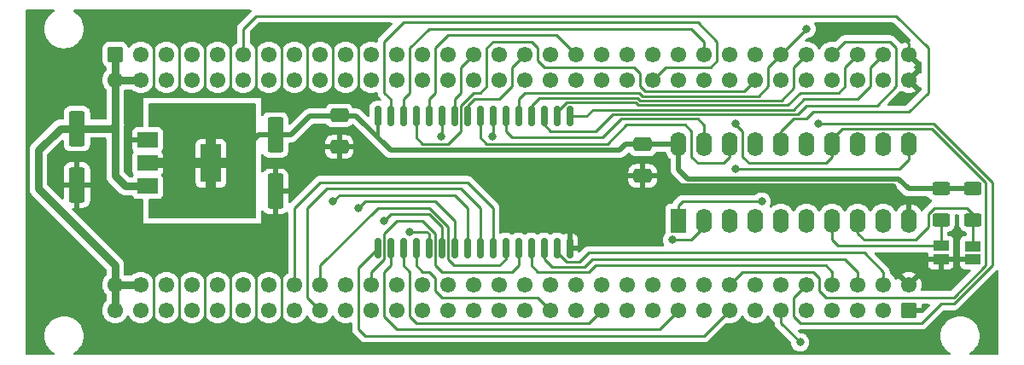
<source format=gbr>
%TF.GenerationSoftware,KiCad,Pcbnew,6.0.4-6f826c9f35~116~ubuntu21.10.1*%
%TF.CreationDate,2022-07-15T23:33:15+02:00*%
%TF.ProjectId,qlexternal512kram_MIX,716c6578-7465-4726-9e61-6c3531326b72,0.1*%
%TF.SameCoordinates,Original*%
%TF.FileFunction,Copper,L1,Top*%
%TF.FilePolarity,Positive*%
%FSLAX46Y46*%
G04 Gerber Fmt 4.6, Leading zero omitted, Abs format (unit mm)*
G04 Created by KiCad (PCBNEW 6.0.4-6f826c9f35~116~ubuntu21.10.1) date 2022-07-15 23:33:15*
%MOMM*%
%LPD*%
G01*
G04 APERTURE LIST*
G04 Aperture macros list*
%AMRoundRect*
0 Rectangle with rounded corners*
0 $1 Rounding radius*
0 $2 $3 $4 $5 $6 $7 $8 $9 X,Y pos of 4 corners*
0 Add a 4 corners polygon primitive as box body*
4,1,4,$2,$3,$4,$5,$6,$7,$8,$9,$2,$3,0*
0 Add four circle primitives for the rounded corners*
1,1,$1+$1,$2,$3*
1,1,$1+$1,$4,$5*
1,1,$1+$1,$6,$7*
1,1,$1+$1,$8,$9*
0 Add four rect primitives between the rounded corners*
20,1,$1+$1,$2,$3,$4,$5,0*
20,1,$1+$1,$4,$5,$6,$7,0*
20,1,$1+$1,$6,$7,$8,$9,0*
20,1,$1+$1,$8,$9,$2,$3,0*%
G04 Aperture macros list end*
%TA.AperFunction,SMDPad,CuDef*%
%ADD10R,1.500000X1.000000*%
%TD*%
%TA.AperFunction,SMDPad,CuDef*%
%ADD11R,2.000000X1.500000*%
%TD*%
%TA.AperFunction,SMDPad,CuDef*%
%ADD12R,2.000000X3.800000*%
%TD*%
%TA.AperFunction,SMDPad,CuDef*%
%ADD13RoundRect,0.250000X-0.550000X1.500000X-0.550000X-1.500000X0.550000X-1.500000X0.550000X1.500000X0*%
%TD*%
%TA.AperFunction,SMDPad,CuDef*%
%ADD14RoundRect,0.250000X-0.650000X0.412500X-0.650000X-0.412500X0.650000X-0.412500X0.650000X0.412500X0*%
%TD*%
%TA.AperFunction,ComponentPad*%
%ADD15RoundRect,0.249999X0.525001X0.525001X-0.525001X0.525001X-0.525001X-0.525001X0.525001X-0.525001X0*%
%TD*%
%TA.AperFunction,ComponentPad*%
%ADD16C,1.550000*%
%TD*%
%TA.AperFunction,SMDPad,CuDef*%
%ADD17RoundRect,0.250000X-0.625000X0.400000X-0.625000X-0.400000X0.625000X-0.400000X0.625000X0.400000X0*%
%TD*%
%TA.AperFunction,ComponentPad*%
%ADD18RoundRect,0.249999X-0.525001X-0.525001X0.525001X-0.525001X0.525001X0.525001X-0.525001X0.525001X0*%
%TD*%
%TA.AperFunction,ComponentPad*%
%ADD19R,1.600000X2.400000*%
%TD*%
%TA.AperFunction,ComponentPad*%
%ADD20O,1.600000X2.400000*%
%TD*%
%TA.AperFunction,SMDPad,CuDef*%
%ADD21RoundRect,0.150000X0.150000X-0.875000X0.150000X0.875000X-0.150000X0.875000X-0.150000X-0.875000X0*%
%TD*%
%TA.AperFunction,ViaPad*%
%ADD22C,0.800000*%
%TD*%
%TA.AperFunction,Conductor*%
%ADD23C,0.750000*%
%TD*%
%TA.AperFunction,Conductor*%
%ADD24C,0.250000*%
%TD*%
%TA.AperFunction,Conductor*%
%ADD25C,0.350000*%
%TD*%
%TA.AperFunction,Conductor*%
%ADD26C,0.500000*%
%TD*%
%TA.AperFunction,Conductor*%
%ADD27C,1.000000*%
%TD*%
G04 APERTURE END LIST*
D10*
%TO.P,JP1,1,A*%
%TO.N,GND*%
X184245000Y-78105000D03*
%TO.P,JP1,2,B*%
%TO.N,Net-(JP1-Pad2)*%
X184245000Y-76805000D03*
%TD*%
D11*
%TO.P,U3,1,GND*%
%TO.N,GND*%
X105530000Y-66280000D03*
D12*
%TO.P,U3,2,VO*%
%TO.N,VCC*%
X111830000Y-68580000D03*
D11*
X105530000Y-68580000D03*
%TO.P,U3,3,VI*%
%TO.N,+9V*%
X105530000Y-70880000D03*
%TD*%
D13*
%TO.P,C1,1*%
%TO.N,+9V*%
X98520000Y-65145000D03*
%TO.P,C1,2*%
%TO.N,GND*%
X98520000Y-70745000D03*
%TD*%
D14*
%TO.P,C4,1*%
%TO.N,VCC*%
X154654000Y-66725000D03*
%TO.P,C4,2*%
%TO.N,GND*%
X154654000Y-69850000D03*
%TD*%
D13*
%TO.P,C2,1*%
%TO.N,VCC*%
X118205000Y-65780000D03*
%TO.P,C2,2*%
%TO.N,GND*%
X118205000Y-71380000D03*
%TD*%
D14*
%TO.P,C3,1*%
%TO.N,VCC*%
X124555000Y-63842500D03*
%TO.P,C3,2*%
%TO.N,GND*%
X124555000Y-66967500D03*
%TD*%
D15*
%TO.P,J1,a1,Vin*%
%TO.N,+9V*%
X102330000Y-57785000D03*
D16*
%TO.P,J1,a2,-12V*%
%TO.N,/me12v*%
X104870000Y-57785000D03*
%TO.P,J1,a3,+12V*%
%TO.N,/ma12v*%
X107410000Y-57785000D03*
%TO.P,J1,a4,SP0*%
%TO.N,/SP0*%
X109950000Y-57785000D03*
%TO.P,J1,a5,SP1*%
%TO.N,/SP1*%
X112490000Y-57785000D03*
%TO.P,J1,a6,~{DSMC}*%
%TO.N,/DSMC*%
X115030000Y-57785000D03*
%TO.P,J1,a7,SP2*%
%TO.N,/SP2*%
X117570000Y-57785000D03*
%TO.P,J1,a8,~{DBG}*%
%TO.N,/DBG*%
X120110000Y-57785000D03*
%TO.P,J1,a9,A3*%
%TO.N,/A3*%
X122650000Y-57785000D03*
%TO.P,J1,a10,A4*%
%TO.N,/A4*%
X125190000Y-57785000D03*
%TO.P,J1,a11,A5*%
%TO.N,/A5*%
X127730000Y-57785000D03*
%TO.P,J1,a12,A6*%
%TO.N,/A6*%
X130270000Y-57785000D03*
%TO.P,J1,a13,A7*%
%TO.N,/A7*%
X132810000Y-57785000D03*
%TO.P,J1,a14,A8*%
%TO.N,/A8*%
X135350000Y-57785000D03*
%TO.P,J1,a15,A9*%
%TO.N,/A9*%
X137890000Y-57785000D03*
%TO.P,J1,a16,A10*%
%TO.N,/A10*%
X140430000Y-57785000D03*
%TO.P,J1,a17,A11*%
%TO.N,/A11*%
X142970000Y-57785000D03*
%TO.P,J1,a18,A12*%
%TO.N,/A12*%
X145510000Y-57785000D03*
%TO.P,J1,a19,A13*%
%TO.N,/A13*%
X148050000Y-57785000D03*
%TO.P,J1,a20,A14*%
%TO.N,/A14*%
X150590000Y-57785000D03*
%TO.P,J1,a21,RED*%
%TO.N,/RED*%
X153130000Y-57785000D03*
%TO.P,J1,a22,CLKCPU*%
%TO.N,/CLKCPU*%
X155670000Y-57785000D03*
%TO.P,J1,a23,A16*%
%TO.N,/A16*%
X158210000Y-57785000D03*
%TO.P,J1,a24,A17*%
%TO.N,/A17*%
X160750000Y-57785000D03*
%TO.P,J1,a25,A18*%
%TO.N,/A18*%
X163290000Y-57785000D03*
%TO.P,J1,a26,A19*%
%TO.N,/A19*%
X165830000Y-57785000D03*
%TO.P,J1,a27,D7*%
%TO.N,/D7*%
X168370000Y-57785000D03*
%TO.P,J1,a28,D6*%
%TO.N,/D6*%
X170910000Y-57785000D03*
%TO.P,J1,a29,D5*%
%TO.N,/D5*%
X173450000Y-57785000D03*
%TO.P,J1,a30,D4*%
%TO.N,/D4*%
X175990000Y-57785000D03*
%TO.P,J1,a31,D3*%
%TO.N,/D3*%
X178530000Y-57785000D03*
%TO.P,J1,a32,GND*%
%TO.N,GND*%
X181070000Y-57785000D03*
%TO.P,J1,b1,Vin*%
%TO.N,+9V*%
X102330000Y-60325000D03*
%TO.P,J1,b2,Vin*%
X104870000Y-60325000D03*
%TO.P,J1,b3,~{EXTINT}*%
%TO.N,/EXTINT*%
X107410000Y-60325000D03*
%TO.P,J1,b4,~{IPL1}*%
%TO.N,/IPL1*%
X109950000Y-60325000D03*
%TO.P,J1,b5,~{BERR}*%
%TO.N,/BERR*%
X112490000Y-60325000D03*
%TO.P,J1,b6,~{IPLO}*%
%TO.N,/IPL0*%
X115030000Y-60325000D03*
%TO.P,J1,b7,SP3*%
%TO.N,/SP3*%
X117570000Y-60325000D03*
%TO.P,J1,b8,A2*%
%TO.N,/A2*%
X120110000Y-60325000D03*
%TO.P,J1,b9,G9*%
%TO.N,/A1*%
X122650000Y-60325000D03*
%TO.P,J1,b10,ROMOEH*%
%TO.N,/ROMOE*%
X125190000Y-60325000D03*
%TO.P,J1,b11,A0*%
%TO.N,/A0*%
X127730000Y-60325000D03*
%TO.P,J1,b12,FC0*%
%TO.N,/FC0*%
X130270000Y-60325000D03*
%TO.P,J1,b13,FC1*%
%TO.N,/FC1*%
X132810000Y-60325000D03*
%TO.P,J1,b14,FC2*%
%TO.N,/FC2*%
X135350000Y-60325000D03*
%TO.P,J1,b15,BLUE*%
%TO.N,/BLUE*%
X137890000Y-60325000D03*
%TO.P,J1,b16,GREEN*%
%TO.N,/GREEN*%
X140430000Y-60325000D03*
%TO.P,J1,b17,~{VPA}*%
%TO.N,/VPA*%
X142970000Y-60325000D03*
%TO.P,J1,b18,VSYNCH*%
%TO.N,/VSYNC*%
X145510000Y-60325000D03*
%TO.P,J1,b19,E*%
%TO.N,/E*%
X148050000Y-60325000D03*
%TO.P,J1,b20,~{CSYNC}*%
%TO.N,/CSYNC*%
X150590000Y-60325000D03*
%TO.P,J1,b21,~{RESETCPU}*%
%TO.N,/RESET*%
X153130000Y-60325000D03*
%TO.P,J1,b22,A15*%
%TO.N,/A15*%
X155670000Y-60325000D03*
%TO.P,J1,b23,~{BR}*%
%TO.N,/BR*%
X158210000Y-60325000D03*
%TO.P,J1,b24,~{BG}*%
%TO.N,/BG*%
X160750000Y-60325000D03*
%TO.P,J1,b25,~{DTACK}*%
%TO.N,/DTACK*%
X163290000Y-60325000D03*
%TO.P,J1,b26,~{DRW}*%
%TO.N,/RW*%
X165830000Y-60325000D03*
%TO.P,J1,b27,~{DS}*%
%TO.N,/DS*%
X168370000Y-60325000D03*
%TO.P,J1,b28,~{AS}*%
%TO.N,/AS*%
X170910000Y-60325000D03*
%TO.P,J1,b29,D0*%
%TO.N,/D0*%
X173450000Y-60325000D03*
%TO.P,J1,b30,D1*%
%TO.N,/D1*%
X175990000Y-60325000D03*
%TO.P,J1,b31,D2*%
%TO.N,/D2*%
X178530000Y-60325000D03*
%TO.P,J1,b32,GND*%
%TO.N,GND*%
X181070000Y-60325000D03*
%TD*%
D17*
%TO.P,R2,1*%
%TO.N,VCC*%
X187420000Y-71120000D03*
%TO.P,R2,2*%
%TO.N,Net-(JP2-Pad2)*%
X187420000Y-74220000D03*
%TD*%
D16*
%TO.P,J2,a1,Vin*%
%TO.N,+9V*%
X102330000Y-83185000D03*
%TO.P,J2,a2,-12V*%
%TO.N,/me12v*%
X104870000Y-83185000D03*
%TO.P,J2,a3,+12V*%
%TO.N,/ma12v*%
X107410000Y-83185000D03*
%TO.P,J2,a4,SP0*%
%TO.N,/SP0*%
X109950000Y-83185000D03*
%TO.P,J2,a5,SP1*%
%TO.N,/SP1*%
X112490000Y-83185000D03*
%TO.P,J2,a6,~{DSMC}*%
%TO.N,/DSMC*%
X115030000Y-83185000D03*
%TO.P,J2,a7,SP2*%
%TO.N,/SP2*%
X117570000Y-83185000D03*
%TO.P,J2,a8,~{DBG}*%
%TO.N,/DBG*%
X120110000Y-83185000D03*
%TO.P,J2,a9,A3*%
%TO.N,/A3*%
X122650000Y-83185000D03*
%TO.P,J2,a10,A4*%
%TO.N,/A4*%
X125190000Y-83185000D03*
%TO.P,J2,a11,A5*%
%TO.N,/A5*%
X127730000Y-83185000D03*
%TO.P,J2,a12,A6*%
%TO.N,/A6*%
X130270000Y-83185000D03*
%TO.P,J2,a13,A7*%
%TO.N,/A7*%
X132810000Y-83185000D03*
%TO.P,J2,a14,A8*%
%TO.N,/A8*%
X135350000Y-83185000D03*
%TO.P,J2,a15,A9*%
%TO.N,/A9*%
X137890000Y-83185000D03*
%TO.P,J2,a16,A10*%
%TO.N,/A10*%
X140430000Y-83185000D03*
%TO.P,J2,a17,A11*%
%TO.N,/A11*%
X142970000Y-83185000D03*
%TO.P,J2,a18,A12*%
%TO.N,/A12*%
X145510000Y-83185000D03*
%TO.P,J2,a19,A13*%
%TO.N,/A13*%
X148050000Y-83185000D03*
%TO.P,J2,a20,A14*%
%TO.N,/A14*%
X150590000Y-83185000D03*
%TO.P,J2,a21,RED*%
%TO.N,/RED*%
X153130000Y-83185000D03*
%TO.P,J2,a22,CLKCPU*%
%TO.N,/CLKCPU*%
X155670000Y-83185000D03*
%TO.P,J2,a23,A16*%
%TO.N,/A16*%
X158210000Y-83185000D03*
%TO.P,J2,a24,A17*%
%TO.N,/A17*%
X160750000Y-83185000D03*
%TO.P,J2,a25,A18*%
%TO.N,/A18*%
X163290000Y-83185000D03*
%TO.P,J2,a26,A19*%
%TO.N,/A19*%
X165830000Y-83185000D03*
%TO.P,J2,a27,D7*%
%TO.N,/D7*%
X168370000Y-83185000D03*
%TO.P,J2,a28,D6*%
%TO.N,/D6*%
X170910000Y-83185000D03*
%TO.P,J2,a29,D5*%
%TO.N,/D5*%
X173450000Y-83185000D03*
%TO.P,J2,a30,D4*%
%TO.N,/D4*%
X175990000Y-83185000D03*
%TO.P,J2,a31,D3*%
%TO.N,/D3*%
X178530000Y-83185000D03*
D18*
%TO.P,J2,a32,GND*%
%TO.N,GND*%
X181070000Y-83185000D03*
D16*
%TO.P,J2,b1,Vin*%
%TO.N,+9V*%
X102330000Y-80645000D03*
%TO.P,J2,b2,Vin*%
X104870000Y-80645000D03*
%TO.P,J2,b3,~{EXTINT}*%
%TO.N,/EXTINT*%
X107410000Y-80645000D03*
%TO.P,J2,b4,~{IPL1}*%
%TO.N,/IPL1*%
X109950000Y-80645000D03*
%TO.P,J2,b5,~{BERR}*%
%TO.N,/BERR*%
X112490000Y-80645000D03*
%TO.P,J2,b6,~{IPLO}*%
%TO.N,/IPL0*%
X115030000Y-80645000D03*
%TO.P,J2,b7,SP3*%
%TO.N,/SP3*%
X117570000Y-80645000D03*
%TO.P,J2,b8,A2*%
%TO.N,/A2*%
X120110000Y-80645000D03*
%TO.P,J2,b9,G9*%
%TO.N,/A1*%
X122650000Y-80645000D03*
%TO.P,J2,b10,ROMOEH*%
%TO.N,/ROMOE*%
X125190000Y-80645000D03*
%TO.P,J2,b11,A0*%
%TO.N,/A0*%
X127730000Y-80645000D03*
%TO.P,J2,b12,FC0*%
%TO.N,/FC0*%
X130270000Y-80645000D03*
%TO.P,J2,b13,FC1*%
%TO.N,/FC1*%
X132810000Y-80645000D03*
%TO.P,J2,b14,FC2*%
%TO.N,/FC2*%
X135350000Y-80645000D03*
%TO.P,J2,b15,BLUE*%
%TO.N,/BLUE*%
X137890000Y-80645000D03*
%TO.P,J2,b16,GREEN*%
%TO.N,/GREEN*%
X140430000Y-80645000D03*
%TO.P,J2,b17,~{VPA}*%
%TO.N,/VPA*%
X142970000Y-80645000D03*
%TO.P,J2,b18,VSYNCH*%
%TO.N,/VSYNC*%
X145510000Y-80645000D03*
%TO.P,J2,b19,E*%
%TO.N,/E*%
X148050000Y-80645000D03*
%TO.P,J2,b20,~{CSYNC}*%
%TO.N,/CSYNC*%
X150590000Y-80645000D03*
%TO.P,J2,b21,~{RESETCPU}*%
%TO.N,/RESET*%
X153130000Y-80645000D03*
%TO.P,J2,b22,A15*%
%TO.N,/A15*%
X155670000Y-80645000D03*
%TO.P,J2,b23,~{BR}*%
%TO.N,/BR*%
X158210000Y-80645000D03*
%TO.P,J2,b24,~{BG}*%
%TO.N,/BG*%
X160750000Y-80645000D03*
%TO.P,J2,b25,~{DTACK}*%
%TO.N,/DTACK*%
X163290000Y-80645000D03*
%TO.P,J2,b26,~{DRW}*%
%TO.N,/RW*%
X165830000Y-80645000D03*
%TO.P,J2,b27,~{DS}*%
%TO.N,/DS*%
X168370000Y-80645000D03*
%TO.P,J2,b28,~{AS}*%
%TO.N,/AS*%
X170910000Y-80645000D03*
%TO.P,J2,b29,D0*%
%TO.N,/D0*%
X173450000Y-80645000D03*
%TO.P,J2,b30,D1*%
%TO.N,/D1*%
X175990000Y-80645000D03*
%TO.P,J2,b31,D2*%
%TO.N,/D2*%
X178530000Y-80645000D03*
%TO.P,J2,b32,GND*%
%TO.N,GND*%
X181070000Y-80645000D03*
%TD*%
D10*
%TO.P,JP2,1,A*%
%TO.N,GND*%
X187420000Y-78120000D03*
%TO.P,JP2,2,B*%
%TO.N,Net-(JP2-Pad2)*%
X187420000Y-76820000D03*
%TD*%
D19*
%TO.P,U2,1,I1/CLK*%
%TO.N,/DS*%
X158215000Y-74310000D03*
D20*
%TO.P,U2,2,I2*%
%TO.N,/A17*%
X160755000Y-74310000D03*
%TO.P,U2,3,I3*%
%TO.N,/A16*%
X163295000Y-74310000D03*
%TO.P,U2,4,I4*%
%TO.N,unconnected-(U2-Pad4)*%
X165835000Y-74310000D03*
%TO.P,U2,5,I5*%
%TO.N,unconnected-(U2-Pad5)*%
X168375000Y-74310000D03*
%TO.P,U2,6,I6*%
%TO.N,/AS*%
X170915000Y-74310000D03*
%TO.P,U2,7,I7*%
%TO.N,Net-(JP1-Pad2)*%
X173455000Y-74310000D03*
%TO.P,U2,8,I8*%
%TO.N,Net-(JP2-Pad2)*%
X175995000Y-74310000D03*
%TO.P,U2,9,I9*%
%TO.N,/A19*%
X178535000Y-74310000D03*
%TO.P,U2,10,GND*%
%TO.N,GND*%
X181075000Y-74310000D03*
%TO.P,U2,11,I10/~{OE}*%
%TO.N,/A18*%
X181075000Y-66690000D03*
%TO.P,U2,12,IO8*%
%TO.N,unconnected-(U2-Pad12)*%
X178535000Y-66690000D03*
%TO.P,U2,13,IO7*%
%TO.N,unconnected-(U2-Pad13)*%
X175995000Y-66690000D03*
%TO.P,U2,14,IO6*%
%TO.N,/DTACK*%
X173455000Y-66690000D03*
%TO.P,U2,15,IO5*%
%TO.N,unconnected-(U2-Pad15)*%
X170915000Y-66690000D03*
%TO.P,U2,16,IO4*%
%TO.N,/DSMC*%
X168375000Y-66690000D03*
%TO.P,U2,17,I03*%
%TO.N,unconnected-(U2-Pad17)*%
X165835000Y-66690000D03*
%TO.P,U2,18,IO2*%
%TO.N,/RAM_OE*%
X163295000Y-66690000D03*
%TO.P,U2,19,IO1*%
%TO.N,/RAM_CE*%
X160755000Y-66690000D03*
%TO.P,U2,20,VCC*%
%TO.N,VCC*%
X158215000Y-66690000D03*
%TD*%
D17*
%TO.P,R1,1*%
%TO.N,VCC*%
X184245000Y-71120000D03*
%TO.P,R1,2*%
%TO.N,Net-(JP1-Pad2)*%
X184245000Y-74220000D03*
%TD*%
D21*
%TO.P,U1,1,A18*%
%TO.N,/A18*%
X128365000Y-77035000D03*
%TO.P,U1,2,A16*%
%TO.N,/A16*%
X129635000Y-77035000D03*
%TO.P,U1,3,A14*%
%TO.N,/A14*%
X130905000Y-77035000D03*
%TO.P,U1,4,A12*%
%TO.N,/A12*%
X132175000Y-77035000D03*
%TO.P,U1,5,A7*%
%TO.N,/A7*%
X133445000Y-77035000D03*
%TO.P,U1,6,A6*%
%TO.N,/A6*%
X134715000Y-77035000D03*
%TO.P,U1,7,A5*%
%TO.N,/A5*%
X135985000Y-77035000D03*
%TO.P,U1,8,A4*%
%TO.N,/A4*%
X137255000Y-77035000D03*
%TO.P,U1,9,A3*%
%TO.N,/A3*%
X138525000Y-77035000D03*
%TO.P,U1,10,A2*%
%TO.N,/A2*%
X139795000Y-77035000D03*
%TO.P,U1,11,A1*%
%TO.N,/A1*%
X141065000Y-77035000D03*
%TO.P,U1,12,A0*%
%TO.N,/A0*%
X142335000Y-77035000D03*
%TO.P,U1,13,DQ0*%
%TO.N,/D0*%
X143605000Y-77035000D03*
%TO.P,U1,14,DQ1*%
%TO.N,/D1*%
X144875000Y-77035000D03*
%TO.P,U1,15,DQ2*%
%TO.N,/D2*%
X146145000Y-77035000D03*
%TO.P,U1,16,VSS*%
%TO.N,GND*%
X147415000Y-77035000D03*
%TO.P,U1,17,DQ3*%
%TO.N,/D3*%
X147415000Y-63935000D03*
%TO.P,U1,18,DQ4*%
%TO.N,/D4*%
X146145000Y-63935000D03*
%TO.P,U1,19,DQ5*%
%TO.N,/D5*%
X144875000Y-63935000D03*
%TO.P,U1,20,DQ6*%
%TO.N,/D6*%
X143605000Y-63935000D03*
%TO.P,U1,21,DQ7*%
%TO.N,/D7*%
X142335000Y-63935000D03*
%TO.P,U1,22,CE#*%
%TO.N,/RAM_CE*%
X141065000Y-63935000D03*
%TO.P,U1,23,A10*%
%TO.N,/A10*%
X139795000Y-63935000D03*
%TO.P,U1,24,OE#*%
%TO.N,/RAM_OE*%
X138525000Y-63935000D03*
%TO.P,U1,25,A11*%
%TO.N,/A11*%
X137255000Y-63935000D03*
%TO.P,U1,26,A9*%
%TO.N,/A9*%
X135985000Y-63935000D03*
%TO.P,U1,27,A8*%
%TO.N,/A8*%
X134715000Y-63935000D03*
%TO.P,U1,28,A13*%
%TO.N,/A13*%
X133445000Y-63935000D03*
%TO.P,U1,29,WE#*%
%TO.N,/RW*%
X132175000Y-63935000D03*
%TO.P,U1,30,A17*%
%TO.N,/A17*%
X130905000Y-63935000D03*
%TO.P,U1,31,A15*%
%TO.N,/A15*%
X129635000Y-63935000D03*
%TO.P,U1,32,VCC*%
%TO.N,VCC*%
X128365000Y-63935000D03*
%TD*%
D22*
%TO.N,/A4*%
X123920000Y-72390000D03*
%TO.N,/A5*%
X126460000Y-73025000D03*
%TO.N,/A6*%
X129000000Y-74295000D03*
%TO.N,/A7*%
X131540000Y-75390400D03*
%TO.N,/A8*%
X134625500Y-65913000D03*
%TO.N,/A10*%
X139705500Y-65913000D03*
%TO.N,/D7*%
X170275000Y-86360000D03*
X170910000Y-55245000D03*
%TO.N,/A17*%
X157575000Y-76200000D03*
%TO.N,/A18*%
X163876200Y-69187500D03*
%TO.N,/DS*%
X166465000Y-72390000D03*
%TO.N,/AS*%
X172053400Y-64643000D03*
%TO.N,/DTACK*%
X163863300Y-64664400D03*
%TD*%
D23*
%TO.N,+9V*%
X94710000Y-67310000D02*
X94710000Y-71120000D01*
X101955000Y-65145000D02*
X102330000Y-64770000D01*
X98520000Y-65145000D02*
X101955000Y-65145000D01*
X103360000Y-70880000D02*
X102330000Y-69850000D01*
X104870000Y-80645000D02*
X102330000Y-80645000D01*
X102330000Y-80645000D02*
X102330000Y-83185000D01*
X94710000Y-71120000D02*
X102330000Y-78740000D01*
X98520000Y-65145000D02*
X96875000Y-65145000D01*
X104870000Y-60360000D02*
X102330000Y-60360000D01*
X94710000Y-67310000D02*
X96875000Y-65145000D01*
X102330000Y-57820000D02*
X102330000Y-60360000D01*
X105530000Y-70880000D02*
X103360000Y-70880000D01*
X102330000Y-69850000D02*
X102330000Y-60360000D01*
X102330000Y-78740000D02*
X102330000Y-80645000D01*
D24*
%TO.N,GND*%
X118840000Y-61595000D02*
X118840000Y-56515000D01*
X182040000Y-59390000D02*
X181070000Y-60360000D01*
D25*
X154654000Y-69850000D02*
X154654000Y-72517000D01*
D24*
X106140000Y-61341000D02*
X105632000Y-61849000D01*
X109061000Y-55880000D02*
X108680000Y-56261000D01*
X119475000Y-85090000D02*
X118840000Y-84455000D01*
D26*
X118205000Y-71380000D02*
X119850000Y-71380000D01*
D23*
X155670000Y-72517000D02*
X149447000Y-72517000D01*
D24*
X114268000Y-61849000D02*
X115792000Y-61849000D01*
X116300000Y-61341000D02*
X116300000Y-56515000D01*
X123920000Y-56515000D02*
X124555000Y-55880000D01*
X118840000Y-56515000D02*
X118205000Y-55880000D01*
X106140000Y-56515000D02*
X106140000Y-61341000D01*
D23*
X123216100Y-68648900D02*
X138593900Y-68648900D01*
D24*
X116300000Y-78740000D02*
X113760000Y-78740000D01*
X181070000Y-57820000D02*
X182040000Y-58790000D01*
X112109000Y-55880000D02*
X113125000Y-55880000D01*
X106775000Y-55880000D02*
X106140000Y-56515000D01*
X111220000Y-84455000D02*
X111220000Y-75565000D01*
X111220000Y-56515000D02*
X111855000Y-55880000D01*
D23*
X109950000Y-75565000D02*
X111220000Y-75565000D01*
D24*
X113760000Y-56515000D02*
X113760000Y-61341000D01*
D23*
X108680000Y-75565000D02*
X111982000Y-75565000D01*
D24*
X116300000Y-84455000D02*
X116300000Y-78740000D01*
X109061000Y-55880000D02*
X106775000Y-55880000D01*
D23*
X149447000Y-72517000D02*
X147415000Y-70485000D01*
D24*
X104108000Y-61849000D02*
X103600000Y-62357000D01*
D23*
X179492300Y-70952000D02*
X157235000Y-70952000D01*
X118205000Y-75565000D02*
X109950000Y-75565000D01*
D24*
X106140000Y-79375000D02*
X106140000Y-84455000D01*
X108680000Y-78740000D02*
X106775000Y-78740000D01*
D23*
X108680000Y-75565000D02*
X109950000Y-75565000D01*
X145510000Y-68580000D02*
X138662800Y-68580000D01*
X105124000Y-75565000D02*
X108680000Y-75565000D01*
D24*
X108680000Y-56261000D02*
X108680000Y-61595000D01*
X118840000Y-79375000D02*
X118205000Y-78740000D01*
X123285000Y-85090000D02*
X119475000Y-85090000D01*
D23*
X138593900Y-68648900D02*
X139817700Y-68648900D01*
D24*
X105632000Y-61849000D02*
X104108000Y-61849000D01*
D26*
X98520000Y-70745000D02*
X100552000Y-70739000D01*
D24*
X123920000Y-56515000D02*
X123920000Y-62230000D01*
D23*
X100552000Y-70739000D02*
X105124000Y-75565000D01*
D24*
X103967000Y-66280000D02*
X105530000Y-66280000D01*
D26*
X124555000Y-68580000D02*
X124555000Y-66967500D01*
D24*
X113760000Y-61341000D02*
X114268000Y-61849000D01*
X106775000Y-78740000D02*
X106140000Y-79375000D01*
X182040000Y-58790000D02*
X182040000Y-59390000D01*
X111855000Y-55880000D02*
X112109000Y-55880000D01*
X115792000Y-61849000D02*
X116300000Y-61341000D01*
D23*
X138662800Y-68580000D02*
X138593900Y-68648900D01*
D24*
X113125000Y-55880000D02*
X113760000Y-56515000D01*
D23*
X145510000Y-68580000D02*
X147415000Y-70485000D01*
D25*
X181075000Y-74310000D02*
X181075000Y-72534700D01*
D24*
X116935000Y-55880000D02*
X125825000Y-55880000D01*
X181070000Y-57820000D02*
X181070000Y-56723985D01*
X118840000Y-79375000D02*
X118840000Y-84455000D01*
X103600000Y-62357000D02*
X103600000Y-65913000D01*
X121380000Y-56515000D02*
X121380000Y-62230000D01*
X111220000Y-56515000D02*
X111220000Y-61595000D01*
X113760000Y-78740000D02*
X108680000Y-78740000D01*
X103600000Y-65913000D02*
X103967000Y-66280000D01*
D23*
X157235000Y-70952000D02*
X155670000Y-72517000D01*
D24*
X126460000Y-56515000D02*
X126460000Y-61595000D01*
X116300000Y-56515000D02*
X116935000Y-55880000D01*
X181070000Y-56723985D02*
X179591015Y-55245000D01*
X122015000Y-55880000D02*
X121380000Y-56515000D01*
X125825000Y-55880000D02*
X126460000Y-56515000D01*
X108680000Y-84455000D02*
X108680000Y-78740000D01*
D25*
X181075000Y-72534700D02*
X179492300Y-70952000D01*
D23*
X119850000Y-71380000D02*
X122581100Y-68648900D01*
D24*
X123920000Y-84455000D02*
X123285000Y-85090000D01*
X109061000Y-55880000D02*
X112109000Y-55880000D01*
D23*
X122581100Y-68648900D02*
X123216100Y-68648900D01*
D24*
X147415000Y-77035000D02*
X147415000Y-70485000D01*
X118205000Y-78740000D02*
X116300000Y-78740000D01*
X113760000Y-84455000D02*
X113760000Y-78740000D01*
D26*
X118205000Y-75565000D02*
X118205000Y-71380000D01*
%TO.N,VCC*%
X158215000Y-66690000D02*
X158215000Y-69210000D01*
X153130000Y-66675000D02*
X152957200Y-66675000D01*
D27*
X111830000Y-68580000D02*
X111830000Y-65049000D01*
D26*
X153145000Y-66690000D02*
X153130000Y-66675000D01*
D27*
X111830000Y-68580000D02*
X113760000Y-68580000D01*
D26*
X119735000Y-65780000D02*
X121607500Y-63907500D01*
D27*
X111830000Y-68580000D02*
X111830000Y-72365000D01*
D26*
X158215000Y-66690000D02*
X153145000Y-66690000D01*
X126232500Y-63907500D02*
X129635000Y-67310000D01*
X187420000Y-71120000D02*
X184245000Y-71120000D01*
X158215000Y-69210000D02*
X158210000Y-69215000D01*
X118205000Y-65780000D02*
X119735000Y-65780000D01*
D27*
X105530000Y-68580000D02*
X111830000Y-68580000D01*
D26*
X152957200Y-66675000D02*
X152322200Y-67310000D01*
X116560000Y-65780000D02*
X118205000Y-65780000D01*
X121607500Y-63907500D02*
X125190000Y-63907500D01*
X159122480Y-70127480D02*
X180077480Y-70127480D01*
X181070000Y-71120000D02*
X184245000Y-71120000D01*
X158210000Y-69215000D02*
X159122480Y-70127480D01*
X129635000Y-67310000D02*
X152322200Y-67310000D01*
X180077480Y-70127480D02*
X181070000Y-71120000D01*
X125190000Y-63907500D02*
X126232500Y-63907500D01*
D25*
X128365000Y-63935000D02*
X128365000Y-66040000D01*
D26*
X113760000Y-68580000D02*
X116560000Y-65780000D01*
D24*
%TO.N,/A3*%
X121380000Y-81915000D02*
X122650000Y-83185000D01*
X123285000Y-71120000D02*
X121380000Y-73025000D01*
X138525000Y-77035000D02*
X138525000Y-73025000D01*
X121380000Y-73025000D02*
X121380000Y-81915000D01*
X136620000Y-71120000D02*
X123285000Y-71120000D01*
X136620000Y-71120000D02*
X138525000Y-73025000D01*
%TO.N,/A4*%
X137255000Y-73025000D02*
X137255000Y-77035000D01*
X123920000Y-72390000D02*
X124555000Y-71755000D01*
X135985000Y-71755000D02*
X137255000Y-73025000D01*
X124555000Y-71755000D02*
X135985000Y-71755000D01*
%TO.N,/A5*%
X126460000Y-73025000D02*
X127095000Y-72390000D01*
X127095000Y-72390000D02*
X134080000Y-72390000D01*
X135985000Y-74295000D02*
X135985000Y-77035000D01*
X134080000Y-72390000D02*
X135985000Y-74295000D01*
%TO.N,/A6*%
X134715000Y-74930718D02*
X134715000Y-77035000D01*
X129635000Y-73660000D02*
X133444282Y-73660000D01*
X129000000Y-74295000D02*
X129635000Y-73660000D01*
X133444282Y-73660000D02*
X134715000Y-74930718D01*
%TO.N,/A7*%
X131540000Y-75390400D02*
X133269682Y-75390400D01*
X133445000Y-75565718D02*
X133445000Y-77035000D01*
X133269682Y-75390400D02*
X133445000Y-75565718D01*
%TO.N,/A8*%
X134715000Y-65823500D02*
X134625500Y-65913000D01*
X134715000Y-63935000D02*
X134715000Y-65823500D01*
%TO.N,/A9*%
X136620000Y-61595000D02*
X135985000Y-62230000D01*
X135985000Y-62230000D02*
X135985000Y-63935000D01*
X137890000Y-57820000D02*
X136655000Y-59055000D01*
X136620000Y-59055000D02*
X136620000Y-61595000D01*
X136655000Y-59055000D02*
X136620000Y-59055000D01*
%TO.N,/A10*%
X139795000Y-63935000D02*
X139795000Y-65823500D01*
X139795000Y-65823500D02*
X139705500Y-65913000D01*
%TO.N,/A11*%
X142970000Y-57820000D02*
X141700000Y-59090000D01*
X141700000Y-60960000D02*
X140430000Y-62230000D01*
X140430000Y-62230000D02*
X137935001Y-62230000D01*
X141700000Y-59090000D02*
X141700000Y-60960000D01*
X137255000Y-62910001D02*
X137255000Y-63935000D01*
X137935001Y-62230000D02*
X137255000Y-62910001D01*
%TO.N,/A12*%
X134080000Y-80010000D02*
X133445000Y-79375000D01*
X134715000Y-81915000D02*
X134080000Y-81280000D01*
X145510000Y-83185000D02*
X144240000Y-81915000D01*
X132810000Y-79375000D02*
X132175000Y-78740000D01*
X132175000Y-78740000D02*
X132175000Y-77035000D01*
X133445000Y-79375000D02*
X132810000Y-79375000D01*
X144240000Y-81915000D02*
X134715000Y-81915000D01*
X134080000Y-81280000D02*
X134080000Y-80010000D01*
%TO.N,/D7*%
X170910000Y-55245000D02*
X170910000Y-55280000D01*
X166149300Y-61910700D02*
X167100000Y-60960000D01*
X168370000Y-83185000D02*
X168370000Y-84455000D01*
X170910000Y-55280000D02*
X168370000Y-57820000D01*
X142335000Y-62230000D02*
X142935700Y-61629300D01*
X142335000Y-63935000D02*
X142335000Y-62230000D01*
X167100000Y-60960000D02*
X167100000Y-59090000D01*
X168370000Y-84455000D02*
X170275000Y-86360000D01*
X167100000Y-59090000D02*
X168370000Y-57820000D01*
X154326700Y-61629300D02*
X154608100Y-61910700D01*
X154608100Y-61910700D02*
X166149300Y-61910700D01*
X142935700Y-61629300D02*
X154326700Y-61629300D01*
%TO.N,/D6*%
X170910000Y-57820000D02*
X169640000Y-59090000D01*
X144389300Y-62080700D02*
X143605000Y-62865000D01*
X154421500Y-62361000D02*
X154141200Y-62080700D01*
X168416800Y-62361000D02*
X154421500Y-62361000D01*
X143605000Y-62865000D02*
X143605000Y-63935000D01*
X169640000Y-61137800D02*
X168416800Y-62361000D01*
X169640000Y-59090000D02*
X169640000Y-61137800D01*
X154141200Y-62080700D02*
X144389300Y-62080700D01*
%TO.N,/D5*%
X179165000Y-56515000D02*
X174720000Y-56515000D01*
X170910000Y-62865000D02*
X177895000Y-62865000D01*
X174720000Y-56515000D02*
X174720000Y-56550000D01*
X149955000Y-65405000D02*
X151648100Y-63711900D01*
X179800000Y-57150000D02*
X179165000Y-56515000D01*
X144875000Y-63935000D02*
X144875000Y-64770000D01*
X174720000Y-56550000D02*
X173450000Y-57820000D01*
X151648100Y-63711900D02*
X170063100Y-63711900D01*
X177895000Y-62865000D02*
X179800000Y-60960000D01*
X179800000Y-60960000D02*
X179800000Y-57150000D01*
X144875000Y-64770000D02*
X145510000Y-65405000D01*
X145510000Y-65405000D02*
X149955000Y-65405000D01*
X170063100Y-63711900D02*
X170910000Y-62865000D01*
%TO.N,/D4*%
X174720000Y-59090000D02*
X174720000Y-60960000D01*
X175990000Y-57820000D02*
X174720000Y-59090000D01*
X174085000Y-61595000D02*
X170275000Y-61595000D01*
X169058700Y-62811300D02*
X154234900Y-62811300D01*
X147090800Y-62531100D02*
X146145000Y-63476900D01*
X154234900Y-62811300D02*
X153954700Y-62531100D01*
X174720000Y-60960000D02*
X174085000Y-61595000D01*
X146145000Y-63476900D02*
X146145000Y-63935000D01*
X153954700Y-62531100D02*
X147090800Y-62531100D01*
X170275000Y-61595000D02*
X169058700Y-62811300D01*
%TO.N,/D3*%
X177260000Y-60960000D02*
X175990000Y-62230000D01*
X169655600Y-63261600D02*
X149716600Y-63261600D01*
X177260000Y-59090000D02*
X177260000Y-60960000D01*
X149716600Y-63261600D02*
X149043200Y-63935000D01*
X175990000Y-62230000D02*
X170687200Y-62230000D01*
X149043200Y-63935000D02*
X147415000Y-63935000D01*
X178530000Y-57820000D02*
X177260000Y-59090000D01*
X170687200Y-62230000D02*
X169655600Y-63261600D01*
%TO.N,/A2*%
X137255000Y-70485000D02*
X122650000Y-70485000D01*
X122650000Y-70485000D02*
X120110000Y-73025000D01*
X139795000Y-73025000D02*
X137255000Y-70485000D01*
X120110000Y-73025000D02*
X120110000Y-80645000D01*
X139795000Y-77035000D02*
X139795000Y-73025000D01*
%TO.N,/A1*%
X135970800Y-78740000D02*
X135350000Y-78119200D01*
X140430000Y-78740000D02*
X135970800Y-78740000D01*
X128365000Y-73025000D02*
X122650000Y-78740000D01*
X135350000Y-78119200D02*
X135350000Y-74930000D01*
X141065000Y-78105000D02*
X140430000Y-78740000D01*
X122650000Y-78740000D02*
X122650000Y-80645000D01*
X141065000Y-77035000D02*
X141065000Y-78105000D01*
X135350000Y-74930000D02*
X133445000Y-73025000D01*
X133445000Y-73025000D02*
X128365000Y-73025000D01*
%TO.N,/A0*%
X132810000Y-74295000D02*
X134080000Y-75565000D01*
X142335000Y-78740000D02*
X142335000Y-77035000D01*
X134080000Y-78740000D02*
X134715000Y-79375000D01*
X127730000Y-80645000D02*
X127730000Y-79375000D01*
X130270000Y-74295000D02*
X132810000Y-74295000D01*
X134080000Y-75565000D02*
X134080000Y-78740000D01*
X127730000Y-79375000D02*
X129000000Y-78105000D01*
X129000000Y-75565000D02*
X130270000Y-74295000D01*
X141700000Y-79375000D02*
X142335000Y-78740000D01*
X134715000Y-79375000D02*
X141700000Y-79375000D01*
X129000000Y-78105000D02*
X129000000Y-75565000D01*
%TO.N,/RW*%
X139160000Y-57150000D02*
X139160000Y-60960000D01*
X154900400Y-61460400D02*
X154400000Y-60960000D01*
X139160000Y-60960000D02*
X138525000Y-61595000D01*
X165830000Y-60360000D02*
X164729600Y-61460400D01*
X153765000Y-59055000D02*
X144875000Y-59055000D01*
X139795000Y-56515000D02*
X139160000Y-57150000D01*
X138525000Y-61595000D02*
X137894772Y-61595000D01*
X136620000Y-65405000D02*
X136620000Y-64770000D01*
X143605000Y-56515000D02*
X144240000Y-57150000D01*
X132175000Y-66040000D02*
X132810000Y-66675000D01*
X144875000Y-59055000D02*
X144240000Y-58420000D01*
X135350000Y-66675000D02*
X136620000Y-65405000D01*
X136609520Y-62880252D02*
X136609520Y-65010708D01*
X143605000Y-56515000D02*
X139795000Y-56515000D01*
X154400000Y-60960000D02*
X154400000Y-59690000D01*
X137894772Y-61595000D02*
X136609520Y-62880252D01*
X132175000Y-63935000D02*
X132175000Y-66040000D01*
X132810000Y-66675000D02*
X135350000Y-66675000D01*
X144240000Y-58420000D02*
X144240000Y-57150000D01*
X154400000Y-59690000D02*
X153765000Y-59055000D01*
X164729600Y-61460400D02*
X154900400Y-61460400D01*
%TO.N,/D0*%
X173450000Y-79375000D02*
X172815000Y-78740000D01*
X146144400Y-79374400D02*
X146143800Y-79375000D01*
X146143800Y-79375000D02*
X144240000Y-79375000D01*
X143605000Y-78740000D02*
X143605000Y-77035000D01*
X149320600Y-79374400D02*
X146144400Y-79374400D01*
X172815000Y-78740000D02*
X149955000Y-78740000D01*
X149955000Y-78740000D02*
X149320600Y-79374400D01*
X173450000Y-80645000D02*
X173450000Y-79375000D01*
X144240000Y-79375000D02*
X143605000Y-78740000D01*
%TO.N,/D1*%
X144875000Y-78105000D02*
X144875000Y-77035000D01*
X175990000Y-79375000D02*
X174720000Y-78105000D01*
X145691500Y-78921500D02*
X144875000Y-78105000D01*
X148866500Y-78921500D02*
X145691500Y-78921500D01*
X175990000Y-80645000D02*
X175990000Y-79375000D01*
X149683000Y-78105000D02*
X148866500Y-78921500D01*
X174720000Y-78105000D02*
X149683000Y-78105000D01*
%TO.N,/D2*%
X146145000Y-77471400D02*
X146145000Y-77035000D01*
X149309300Y-77459300D02*
X148356800Y-78411800D01*
X178530000Y-80645000D02*
X178530000Y-79375000D01*
X178530000Y-79375000D02*
X176625000Y-77470000D01*
X147085400Y-78411800D02*
X146145000Y-77471400D01*
X149320000Y-77470000D02*
X149309300Y-77459300D01*
X148356800Y-78411800D02*
X147085400Y-78411800D01*
X176625000Y-77470000D02*
X149320000Y-77470000D01*
%TO.N,/RAM_CE*%
X160755000Y-64801420D02*
X160115000Y-64161420D01*
X160115000Y-64161420D02*
X152560280Y-64161420D01*
X160755000Y-66690000D02*
X160755000Y-64801420D01*
X141700000Y-66040000D02*
X141065000Y-65405000D01*
X152560280Y-64161420D02*
X150681700Y-66040000D01*
X150681700Y-66040000D02*
X141700000Y-66040000D01*
X141065000Y-65405000D02*
X141065000Y-63935000D01*
%TO.N,/RAM_OE*%
X153076400Y-64770000D02*
X151171400Y-66675000D01*
X162655000Y-68580000D02*
X163295000Y-67940000D01*
X159480000Y-67945000D02*
X160115000Y-68580000D01*
X138525000Y-66040000D02*
X138525000Y-63935000D01*
X151171400Y-66675000D02*
X139160000Y-66675000D01*
X163295000Y-67940000D02*
X163295000Y-66690000D01*
X158845000Y-64770000D02*
X153076400Y-64770000D01*
X160115000Y-68580000D02*
X162655000Y-68580000D01*
X159480000Y-65405000D02*
X159480000Y-67945000D01*
X139160000Y-66675000D02*
X138525000Y-66040000D01*
X159480000Y-65405000D02*
X158845000Y-64770000D01*
%TO.N,/DSMC*%
X168375000Y-65410000D02*
X168370000Y-65405000D01*
X179800000Y-53975000D02*
X116300000Y-53975000D01*
X169613580Y-64161420D02*
X170883580Y-64161420D01*
X168375000Y-66690000D02*
X168375000Y-65410000D01*
X168370000Y-65405000D02*
X169613580Y-64161420D01*
X116300000Y-53975000D02*
X115030000Y-55245000D01*
X182975000Y-57150000D02*
X179800000Y-53975000D01*
X171545000Y-63500000D02*
X181070000Y-63500000D01*
X115030000Y-55245000D02*
X115030000Y-57820000D01*
X182975000Y-61595000D02*
X182975000Y-57150000D01*
X181070000Y-63500000D02*
X182975000Y-61595000D01*
X170883580Y-64161420D02*
X171545000Y-63500000D01*
%TO.N,/A13*%
X134080000Y-61595000D02*
X133445000Y-62230000D01*
X146110000Y-55880000D02*
X135350000Y-55880000D01*
X135350000Y-55880000D02*
X134080000Y-57150000D01*
X133445000Y-62230000D02*
X133445000Y-63935000D01*
X134080000Y-57150000D02*
X134080000Y-61595000D01*
X148050000Y-57820000D02*
X146110000Y-55880000D01*
%TO.N,/A14*%
X150590000Y-83185000D02*
X149320000Y-84455000D01*
X131540000Y-79375000D02*
X130905000Y-78740000D01*
X130905000Y-78740000D02*
X130905000Y-77035000D01*
X132175000Y-84455000D02*
X131540000Y-83820000D01*
X149320000Y-84455000D02*
X132175000Y-84455000D01*
X131540000Y-83820000D02*
X131540000Y-79375000D01*
%TO.N,/A16*%
X130270000Y-85090000D02*
X156305000Y-85090000D01*
X156305000Y-85090000D02*
X158210000Y-83185000D01*
X129635000Y-77035000D02*
X129635000Y-78740000D01*
X129000000Y-83820000D02*
X130270000Y-85090000D01*
X129635000Y-78740000D02*
X129000000Y-79375000D01*
X129000000Y-79375000D02*
X129000000Y-83820000D01*
%TO.N,/A17*%
X160755000Y-74925000D02*
X159480000Y-76200000D01*
X131540000Y-57150000D02*
X131540000Y-61595000D01*
X160755000Y-74310000D02*
X160755000Y-74925000D01*
X159480000Y-76200000D02*
X157575000Y-76200000D01*
X160750000Y-57820000D02*
X160750000Y-56515000D01*
X133445000Y-55245000D02*
X131540000Y-57150000D01*
X130905000Y-62230000D02*
X130905000Y-63935000D01*
X160750000Y-56515000D02*
X159480000Y-55245000D01*
X131540000Y-61595000D02*
X130905000Y-62230000D01*
X159480000Y-55245000D02*
X133445000Y-55245000D01*
%TO.N,/A18*%
X127095000Y-85725000D02*
X160750000Y-85725000D01*
X181075000Y-66690000D02*
X181075000Y-68215300D01*
X180102800Y-69187500D02*
X163876200Y-69187500D01*
X126460000Y-78940000D02*
X126460000Y-85090000D01*
X160750000Y-85725000D02*
X163290000Y-83185000D01*
X181075000Y-68215300D02*
X180102800Y-69187500D01*
X126460000Y-85090000D02*
X127095000Y-85725000D01*
X128365000Y-77035000D02*
X126460000Y-78940000D01*
%TO.N,/A15*%
X130905000Y-54610000D02*
X129000000Y-56515000D01*
X129635000Y-62230000D02*
X129635000Y-63935000D01*
X129000000Y-56515000D02*
X129000000Y-61595000D01*
X160115000Y-54610000D02*
X130905000Y-54610000D01*
X162020000Y-58420000D02*
X162020000Y-56515000D01*
X161385000Y-59055000D02*
X162020000Y-58420000D01*
X155670000Y-60360000D02*
X156940000Y-59090000D01*
X156940000Y-59055000D02*
X161385000Y-59055000D01*
X156940000Y-59090000D02*
X156940000Y-59055000D01*
X162020000Y-56515000D02*
X160115000Y-54610000D01*
X129000000Y-61595000D02*
X129635000Y-62230000D01*
%TO.N,/DS*%
X158609700Y-72390000D02*
X158215000Y-72784700D01*
X166465000Y-72390000D02*
X158609700Y-72390000D01*
X158215000Y-72784700D02*
X158215000Y-74310000D01*
%TO.N,/AS*%
X185515000Y-82550000D02*
X184245000Y-82550000D01*
X169640000Y-81915000D02*
X169640000Y-83820000D01*
X172056800Y-64646400D02*
X172053400Y-64643000D01*
X170275000Y-84455000D02*
X182340000Y-84455000D01*
X183486400Y-64646400D02*
X172056800Y-64646400D01*
X189325000Y-70485000D02*
X183486400Y-64646400D01*
X185515000Y-82550000D02*
X189325000Y-78740000D01*
X189325000Y-78740000D02*
X189325000Y-70485000D01*
X169640000Y-83820000D02*
X170275000Y-84455000D01*
X184245000Y-82550000D02*
X182340000Y-84455000D01*
X170910000Y-80645000D02*
X169640000Y-81915000D01*
%TO.N,/DTACK*%
X172815000Y-68580000D02*
X173455000Y-67940000D01*
X173455000Y-67940000D02*
X173455000Y-66690000D01*
X163863300Y-64664400D02*
X163863300Y-64708300D01*
X163863300Y-64708300D02*
X164560000Y-65405000D01*
X185514282Y-81915000D02*
X188690000Y-78739282D01*
X188690000Y-70485718D02*
X183368982Y-65164700D01*
X164560000Y-79375000D02*
X171544282Y-79375000D01*
X164560000Y-65405000D02*
X164560000Y-67945000D01*
X173455000Y-66189400D02*
X173455000Y-66690000D01*
X188690000Y-78739282D02*
X188690000Y-70485718D01*
X165195000Y-68580000D02*
X172815000Y-68580000D01*
X164560000Y-67945000D02*
X165195000Y-68580000D01*
X183368982Y-65164700D02*
X174479700Y-65164700D01*
X171544282Y-79375000D02*
X172180000Y-80010718D01*
X174479700Y-65164700D02*
X173455000Y-66189400D01*
X172180000Y-81280000D02*
X172815000Y-81915000D01*
X172815000Y-81915000D02*
X185514282Y-81915000D01*
X172180000Y-80010718D02*
X172180000Y-81280000D01*
X163290000Y-80645000D02*
X164560000Y-79375000D01*
%TO.N,Net-(JP1-Pad2)*%
X173455000Y-76195000D02*
X173455000Y-74310000D01*
X184245000Y-76805000D02*
X174055000Y-76805000D01*
X184245000Y-74220000D02*
X184245000Y-76805000D01*
X174055000Y-76805000D02*
X173450000Y-76200000D01*
X173450000Y-76200000D02*
X173455000Y-76195000D01*
%TO.N,Net-(JP2-Pad2)*%
X181705000Y-76200000D02*
X182975000Y-74930000D01*
X176625000Y-76200000D02*
X181705000Y-76200000D01*
X175995000Y-74310000D02*
X175995000Y-75570000D01*
X175995000Y-75570000D02*
X176625000Y-76200000D01*
X183602507Y-73025000D02*
X186785000Y-73025000D01*
X182975000Y-73652507D02*
X183602507Y-73025000D01*
X187420000Y-73660000D02*
X187420000Y-74220000D01*
X182975000Y-74930000D02*
X182975000Y-73652507D01*
X186785000Y-73025000D02*
X187420000Y-73660000D01*
X187420000Y-74220000D02*
X187420000Y-76820000D01*
%TD*%
%TA.AperFunction,Conductor*%
%TO.N,GND*%
G36*
X96277878Y-53360002D02*
G01*
X96324371Y-53413658D01*
X96334475Y-53483932D01*
X96304981Y-53548512D01*
X96269589Y-53576888D01*
X96215248Y-53606209D01*
X96211332Y-53608322D01*
X95991085Y-53770999D01*
X95795955Y-53963087D01*
X95793256Y-53966624D01*
X95793253Y-53966627D01*
X95763074Y-54006172D01*
X95629838Y-54180753D01*
X95496048Y-54419653D01*
X95397254Y-54675021D01*
X95396251Y-54679346D01*
X95396250Y-54679351D01*
X95382685Y-54737873D01*
X95335426Y-54941761D01*
X95311800Y-55214552D01*
X95312044Y-55218987D01*
X95312044Y-55218991D01*
X95325886Y-55470499D01*
X95326846Y-55487951D01*
X95380264Y-55756502D01*
X95470989Y-56014847D01*
X95473042Y-56018798D01*
X95473044Y-56018804D01*
X95588568Y-56241198D01*
X95597209Y-56257832D01*
X95599792Y-56261447D01*
X95599796Y-56261453D01*
X95681864Y-56376295D01*
X95756407Y-56480608D01*
X95807892Y-56534578D01*
X95932899Y-56665619D01*
X95945406Y-56678730D01*
X95948902Y-56681486D01*
X96101531Y-56801808D01*
X96160436Y-56848245D01*
X96164278Y-56850477D01*
X96164283Y-56850480D01*
X96393351Y-56983534D01*
X96393357Y-56983537D01*
X96397205Y-56985772D01*
X96465023Y-57013241D01*
X96646857Y-57086892D01*
X96646865Y-57086895D01*
X96650989Y-57088565D01*
X96783858Y-57121570D01*
X96912401Y-57153500D01*
X96912405Y-57153501D01*
X96916726Y-57154574D01*
X97150247Y-57178500D01*
X97319754Y-57178500D01*
X97523128Y-57164100D01*
X97527483Y-57163162D01*
X97527486Y-57163162D01*
X97786460Y-57107407D01*
X97786462Y-57107407D01*
X97790807Y-57106471D01*
X98005953Y-57027099D01*
X98043518Y-57013241D01*
X98047695Y-57011700D01*
X98051613Y-57009586D01*
X98284752Y-56883791D01*
X98288668Y-56881678D01*
X98401924Y-56798026D01*
X98505329Y-56721650D01*
X98505332Y-56721647D01*
X98508915Y-56719001D01*
X98704045Y-56526913D01*
X98706747Y-56523373D01*
X98867460Y-56312788D01*
X98867462Y-56312784D01*
X98870162Y-56309247D01*
X99003952Y-56070347D01*
X99102746Y-55814979D01*
X99115325Y-55760713D01*
X99147412Y-55622279D01*
X99164574Y-55548239D01*
X99188200Y-55275448D01*
X99186886Y-55251565D01*
X99173399Y-55006492D01*
X99173398Y-55006485D01*
X99173154Y-55002049D01*
X99119736Y-54733498D01*
X99029011Y-54475153D01*
X99002336Y-54423800D01*
X98904843Y-54236118D01*
X98904842Y-54236116D01*
X98902791Y-54232168D01*
X98900208Y-54228553D01*
X98900204Y-54228547D01*
X98746181Y-54013014D01*
X98743593Y-54009392D01*
X98554594Y-53811270D01*
X98339564Y-53641755D01*
X98335722Y-53639523D01*
X98335717Y-53639520D01*
X98224558Y-53574954D01*
X98175700Y-53523443D01*
X98162446Y-53453694D01*
X98189006Y-53387853D01*
X98246945Y-53346822D01*
X98287844Y-53340000D01*
X115734905Y-53340000D01*
X115803026Y-53360002D01*
X115849519Y-53413658D01*
X115859623Y-53483932D01*
X115830129Y-53548512D01*
X115824000Y-53555095D01*
X114637747Y-54741348D01*
X114629461Y-54748888D01*
X114622982Y-54753000D01*
X114617557Y-54758777D01*
X114576357Y-54802651D01*
X114573602Y-54805493D01*
X114553865Y-54825230D01*
X114551385Y-54828427D01*
X114543682Y-54837447D01*
X114513414Y-54869679D01*
X114509595Y-54876625D01*
X114509593Y-54876628D01*
X114503652Y-54887434D01*
X114492801Y-54903953D01*
X114480386Y-54919959D01*
X114477241Y-54927228D01*
X114477238Y-54927232D01*
X114462826Y-54960537D01*
X114457609Y-54971187D01*
X114436305Y-55009940D01*
X114434334Y-55017615D01*
X114434334Y-55017616D01*
X114431267Y-55029562D01*
X114424863Y-55048266D01*
X114416819Y-55066855D01*
X114415580Y-55074678D01*
X114415577Y-55074688D01*
X114409901Y-55110524D01*
X114407495Y-55122144D01*
X114396500Y-55164970D01*
X114396500Y-55185224D01*
X114394949Y-55204934D01*
X114391780Y-55224943D01*
X114392526Y-55232835D01*
X114395941Y-55268961D01*
X114396500Y-55280819D01*
X114396500Y-56596126D01*
X114376498Y-56664247D01*
X114342772Y-56699338D01*
X114280826Y-56742713D01*
X114206342Y-56794867D01*
X114206339Y-56794869D01*
X114201831Y-56798026D01*
X114043026Y-56956831D01*
X114039869Y-56961339D01*
X114039867Y-56961342D01*
X113938430Y-57106209D01*
X113914210Y-57140799D01*
X113911887Y-57145781D01*
X113911884Y-57145786D01*
X113874195Y-57226611D01*
X113827277Y-57279896D01*
X113759000Y-57299357D01*
X113691040Y-57278815D01*
X113645805Y-57226611D01*
X113608116Y-57145786D01*
X113608113Y-57145781D01*
X113605790Y-57140799D01*
X113581570Y-57106209D01*
X113480133Y-56961342D01*
X113480131Y-56961339D01*
X113476974Y-56956831D01*
X113318169Y-56798026D01*
X113308610Y-56791332D01*
X113221347Y-56730230D01*
X113134202Y-56669210D01*
X113129220Y-56666887D01*
X113129215Y-56666884D01*
X112935642Y-56576620D01*
X112935641Y-56576620D01*
X112930660Y-56574297D01*
X112925352Y-56572875D01*
X112925350Y-56572874D01*
X112719044Y-56517595D01*
X112719042Y-56517595D01*
X112713729Y-56516171D01*
X112490000Y-56496597D01*
X112266271Y-56516171D01*
X112260958Y-56517595D01*
X112260956Y-56517595D01*
X112054650Y-56572874D01*
X112054648Y-56572875D01*
X112049340Y-56574297D01*
X112044359Y-56576619D01*
X112044358Y-56576620D01*
X111850786Y-56666884D01*
X111850781Y-56666887D01*
X111845799Y-56669210D01*
X111841292Y-56672366D01*
X111841290Y-56672367D01*
X111666342Y-56794867D01*
X111666339Y-56794869D01*
X111661831Y-56798026D01*
X111503026Y-56956831D01*
X111499869Y-56961339D01*
X111499867Y-56961342D01*
X111398430Y-57106209D01*
X111374210Y-57140799D01*
X111371887Y-57145781D01*
X111371884Y-57145786D01*
X111334195Y-57226611D01*
X111287277Y-57279896D01*
X111219000Y-57299357D01*
X111151040Y-57278815D01*
X111105805Y-57226611D01*
X111068116Y-57145786D01*
X111068113Y-57145781D01*
X111065790Y-57140799D01*
X111041570Y-57106209D01*
X110940133Y-56961342D01*
X110940131Y-56961339D01*
X110936974Y-56956831D01*
X110778169Y-56798026D01*
X110768610Y-56791332D01*
X110681347Y-56730230D01*
X110594202Y-56669210D01*
X110589220Y-56666887D01*
X110589215Y-56666884D01*
X110395642Y-56576620D01*
X110395641Y-56576620D01*
X110390660Y-56574297D01*
X110385352Y-56572875D01*
X110385350Y-56572874D01*
X110179044Y-56517595D01*
X110179042Y-56517595D01*
X110173729Y-56516171D01*
X109950000Y-56496597D01*
X109726271Y-56516171D01*
X109720958Y-56517595D01*
X109720956Y-56517595D01*
X109514650Y-56572874D01*
X109514648Y-56572875D01*
X109509340Y-56574297D01*
X109504359Y-56576619D01*
X109504358Y-56576620D01*
X109310786Y-56666884D01*
X109310781Y-56666887D01*
X109305799Y-56669210D01*
X109301292Y-56672366D01*
X109301290Y-56672367D01*
X109126342Y-56794867D01*
X109126339Y-56794869D01*
X109121831Y-56798026D01*
X108963026Y-56956831D01*
X108959869Y-56961339D01*
X108959867Y-56961342D01*
X108858430Y-57106209D01*
X108834210Y-57140799D01*
X108831887Y-57145781D01*
X108831884Y-57145786D01*
X108794195Y-57226611D01*
X108747277Y-57279896D01*
X108679000Y-57299357D01*
X108611040Y-57278815D01*
X108565805Y-57226611D01*
X108528116Y-57145786D01*
X108528113Y-57145781D01*
X108525790Y-57140799D01*
X108501570Y-57106209D01*
X108400133Y-56961342D01*
X108400131Y-56961339D01*
X108396974Y-56956831D01*
X108238169Y-56798026D01*
X108228610Y-56791332D01*
X108141347Y-56730230D01*
X108054202Y-56669210D01*
X108049220Y-56666887D01*
X108049215Y-56666884D01*
X107855642Y-56576620D01*
X107855641Y-56576620D01*
X107850660Y-56574297D01*
X107845352Y-56572875D01*
X107845350Y-56572874D01*
X107639044Y-56517595D01*
X107639042Y-56517595D01*
X107633729Y-56516171D01*
X107410000Y-56496597D01*
X107186271Y-56516171D01*
X107180958Y-56517595D01*
X107180956Y-56517595D01*
X106974650Y-56572874D01*
X106974648Y-56572875D01*
X106969340Y-56574297D01*
X106964359Y-56576619D01*
X106964358Y-56576620D01*
X106770786Y-56666884D01*
X106770781Y-56666887D01*
X106765799Y-56669210D01*
X106761292Y-56672366D01*
X106761290Y-56672367D01*
X106586342Y-56794867D01*
X106586339Y-56794869D01*
X106581831Y-56798026D01*
X106423026Y-56956831D01*
X106419869Y-56961339D01*
X106419867Y-56961342D01*
X106318430Y-57106209D01*
X106294210Y-57140799D01*
X106291887Y-57145781D01*
X106291884Y-57145786D01*
X106254195Y-57226611D01*
X106207277Y-57279896D01*
X106139000Y-57299357D01*
X106071040Y-57278815D01*
X106025805Y-57226611D01*
X105988116Y-57145786D01*
X105988113Y-57145781D01*
X105985790Y-57140799D01*
X105961570Y-57106209D01*
X105860133Y-56961342D01*
X105860131Y-56961339D01*
X105856974Y-56956831D01*
X105698169Y-56798026D01*
X105688610Y-56791332D01*
X105601347Y-56730230D01*
X105514202Y-56669210D01*
X105509220Y-56666887D01*
X105509215Y-56666884D01*
X105315642Y-56576620D01*
X105315641Y-56576620D01*
X105310660Y-56574297D01*
X105305352Y-56572875D01*
X105305350Y-56572874D01*
X105099044Y-56517595D01*
X105099042Y-56517595D01*
X105093729Y-56516171D01*
X104870000Y-56496597D01*
X104646271Y-56516171D01*
X104640958Y-56517595D01*
X104640956Y-56517595D01*
X104434650Y-56572874D01*
X104434648Y-56572875D01*
X104429340Y-56574297D01*
X104424359Y-56576619D01*
X104424358Y-56576620D01*
X104230786Y-56666884D01*
X104230781Y-56666887D01*
X104225799Y-56669210D01*
X104221292Y-56672366D01*
X104221290Y-56672367D01*
X104046342Y-56794867D01*
X104046339Y-56794869D01*
X104041831Y-56798026D01*
X103883026Y-56956831D01*
X103879869Y-56961339D01*
X103879867Y-56961342D01*
X103803366Y-57070597D01*
X103747909Y-57114925D01*
X103677289Y-57122234D01*
X103613929Y-57090203D01*
X103580630Y-57038203D01*
X103548867Y-56942998D01*
X103548866Y-56942996D01*
X103546550Y-56936054D01*
X103453479Y-56785651D01*
X103328303Y-56660694D01*
X103235000Y-56603181D01*
X103183969Y-56571725D01*
X103183967Y-56571724D01*
X103177739Y-56567885D01*
X103027608Y-56518089D01*
X103016390Y-56514368D01*
X103016388Y-56514368D01*
X103009862Y-56512203D01*
X103003026Y-56511503D01*
X103003023Y-56511502D01*
X102959970Y-56507091D01*
X102905401Y-56501500D01*
X102334438Y-56501500D01*
X101754600Y-56501501D01*
X101648833Y-56512474D01*
X101642286Y-56514658D01*
X101642287Y-56514658D01*
X101487998Y-56566133D01*
X101487996Y-56566134D01*
X101481054Y-56568450D01*
X101330651Y-56661521D01*
X101205694Y-56786697D01*
X101112885Y-56937261D01*
X101088195Y-57011700D01*
X101062157Y-57090203D01*
X101057203Y-57105138D01*
X101046500Y-57209599D01*
X101046501Y-58360400D01*
X101057474Y-58466167D01*
X101059658Y-58472713D01*
X101110730Y-58625792D01*
X101113450Y-58633946D01*
X101206521Y-58784349D01*
X101331697Y-58909306D01*
X101337926Y-58913146D01*
X101337929Y-58913148D01*
X101386617Y-58943160D01*
X101434110Y-58995932D01*
X101446500Y-59050419D01*
X101446500Y-59341167D01*
X101426498Y-59409288D01*
X101409595Y-59430262D01*
X101343026Y-59496831D01*
X101339869Y-59501339D01*
X101339867Y-59501342D01*
X101217368Y-59676289D01*
X101214210Y-59680799D01*
X101211887Y-59685781D01*
X101211884Y-59685786D01*
X101174195Y-59766611D01*
X101119297Y-59884340D01*
X101061171Y-60101271D01*
X101041597Y-60325000D01*
X101061171Y-60548729D01*
X101119297Y-60765660D01*
X101121619Y-60770641D01*
X101121620Y-60770642D01*
X101211884Y-60964214D01*
X101211887Y-60964219D01*
X101214210Y-60969201D01*
X101217366Y-60973708D01*
X101217367Y-60973710D01*
X101255772Y-61028557D01*
X101343026Y-61153169D01*
X101409595Y-61219738D01*
X101443621Y-61282050D01*
X101446500Y-61308833D01*
X101446500Y-64135500D01*
X101426498Y-64203621D01*
X101372842Y-64250114D01*
X101320500Y-64261500D01*
X99954500Y-64261500D01*
X99886379Y-64241498D01*
X99839886Y-64187842D01*
X99828500Y-64135500D01*
X99828500Y-63594600D01*
X99827803Y-63587885D01*
X99818238Y-63495692D01*
X99818237Y-63495688D01*
X99817526Y-63488834D01*
X99761550Y-63321054D01*
X99668478Y-63170652D01*
X99644645Y-63146860D01*
X99548483Y-63050866D01*
X99543303Y-63045695D01*
X99537072Y-63041854D01*
X99398968Y-62956725D01*
X99398966Y-62956724D01*
X99392738Y-62952885D01*
X99232254Y-62899655D01*
X99231389Y-62899368D01*
X99231387Y-62899368D01*
X99224861Y-62897203D01*
X99218025Y-62896503D01*
X99218022Y-62896502D01*
X99174969Y-62892091D01*
X99120400Y-62886500D01*
X97919600Y-62886500D01*
X97916354Y-62886837D01*
X97916350Y-62886837D01*
X97820692Y-62896762D01*
X97820688Y-62896763D01*
X97813834Y-62897474D01*
X97807298Y-62899655D01*
X97807296Y-62899655D01*
X97675194Y-62943728D01*
X97646054Y-62953450D01*
X97495652Y-63046522D01*
X97490479Y-63051704D01*
X97436224Y-63106054D01*
X97370695Y-63171697D01*
X97366855Y-63177927D01*
X97366854Y-63177928D01*
X97313376Y-63264686D01*
X97277885Y-63322262D01*
X97222203Y-63490139D01*
X97211500Y-63594600D01*
X97211500Y-64135500D01*
X97191498Y-64203621D01*
X97137842Y-64250114D01*
X97085500Y-64261500D01*
X96954450Y-64261500D01*
X96934739Y-64259949D01*
X96928009Y-64258883D01*
X96921493Y-64257851D01*
X96914906Y-64258196D01*
X96914902Y-64258196D01*
X96855169Y-64261327D01*
X96848574Y-64261500D01*
X96828694Y-64261500D01*
X96808912Y-64263579D01*
X96802353Y-64264095D01*
X96775429Y-64265506D01*
X96742627Y-64267225D01*
X96742625Y-64267225D01*
X96736029Y-64267571D01*
X96723074Y-64271042D01*
X96703645Y-64274642D01*
X96696874Y-64275354D01*
X96696867Y-64275356D01*
X96690298Y-64276046D01*
X96627112Y-64296576D01*
X96620817Y-64298441D01*
X96556637Y-64315638D01*
X96550755Y-64318635D01*
X96544683Y-64321728D01*
X96526421Y-64329292D01*
X96519957Y-64331392D01*
X96519949Y-64331395D01*
X96513669Y-64333436D01*
X96507950Y-64336738D01*
X96507945Y-64336740D01*
X96456133Y-64366654D01*
X96450363Y-64369787D01*
X96391161Y-64399953D01*
X96386029Y-64404109D01*
X96380741Y-64408391D01*
X96364448Y-64419589D01*
X96352831Y-64426296D01*
X96347925Y-64430713D01*
X96347920Y-64430717D01*
X96303462Y-64470747D01*
X96298446Y-64475031D01*
X96285591Y-64485441D01*
X96283014Y-64487528D01*
X96268969Y-64501573D01*
X96264184Y-64506114D01*
X96214815Y-64550566D01*
X96206925Y-64561426D01*
X96194088Y-64576454D01*
X94141454Y-66629088D01*
X94126426Y-66641925D01*
X94115566Y-66649815D01*
X94111145Y-66654725D01*
X94111144Y-66654726D01*
X94071114Y-66699184D01*
X94066573Y-66703969D01*
X94052528Y-66718014D01*
X94050444Y-66720588D01*
X94050441Y-66720591D01*
X94040031Y-66733446D01*
X94035747Y-66738462D01*
X93995717Y-66782920D01*
X93995713Y-66782925D01*
X93991296Y-66787831D01*
X93987557Y-66794308D01*
X93984589Y-66799448D01*
X93973391Y-66815741D01*
X93964953Y-66826161D01*
X93934787Y-66885363D01*
X93931654Y-66891133D01*
X93901740Y-66942945D01*
X93901738Y-66942950D01*
X93898436Y-66948669D01*
X93896395Y-66954949D01*
X93896392Y-66954957D01*
X93894292Y-66961421D01*
X93886728Y-66979683D01*
X93883637Y-66985749D01*
X93883634Y-66985758D01*
X93880638Y-66991637D01*
X93878929Y-66998015D01*
X93863444Y-67055804D01*
X93861578Y-67062106D01*
X93841046Y-67125298D01*
X93840356Y-67131866D01*
X93839645Y-67138628D01*
X93836042Y-67158071D01*
X93832570Y-67171029D01*
X93829215Y-67235048D01*
X93829093Y-67237367D01*
X93828577Y-67243931D01*
X93826500Y-67263694D01*
X93826500Y-67283555D01*
X93826327Y-67290150D01*
X93823745Y-67339419D01*
X93822850Y-67356493D01*
X93823882Y-67363007D01*
X93824949Y-67369744D01*
X93826500Y-67389456D01*
X93826500Y-71040543D01*
X93824949Y-71060255D01*
X93822850Y-71073507D01*
X93823195Y-71080094D01*
X93823195Y-71080098D01*
X93826327Y-71139850D01*
X93826500Y-71146445D01*
X93826500Y-71166306D01*
X93826844Y-71169577D01*
X93828576Y-71186059D01*
X93829093Y-71192628D01*
X93832570Y-71258971D01*
X93836042Y-71271929D01*
X93839645Y-71291372D01*
X93841046Y-71304702D01*
X93861578Y-71367894D01*
X93863444Y-71374196D01*
X93880638Y-71438363D01*
X93883634Y-71444242D01*
X93883637Y-71444251D01*
X93886728Y-71450317D01*
X93894292Y-71468579D01*
X93896392Y-71475043D01*
X93896395Y-71475051D01*
X93898436Y-71481331D01*
X93901738Y-71487050D01*
X93901740Y-71487055D01*
X93931654Y-71538867D01*
X93934787Y-71544637D01*
X93964953Y-71603839D01*
X93969109Y-71608971D01*
X93973391Y-71614259D01*
X93984589Y-71630552D01*
X93991296Y-71642169D01*
X93995713Y-71647075D01*
X93995717Y-71647080D01*
X94035747Y-71691538D01*
X94040031Y-71696554D01*
X94050403Y-71709362D01*
X94052528Y-71711986D01*
X94066573Y-71726031D01*
X94071114Y-71730816D01*
X94101874Y-71764978D01*
X94115566Y-71780185D01*
X94126426Y-71788075D01*
X94141454Y-71800912D01*
X101409595Y-79069053D01*
X101443621Y-79131365D01*
X101446500Y-79158148D01*
X101446500Y-79661167D01*
X101426498Y-79729288D01*
X101409595Y-79750262D01*
X101343026Y-79816831D01*
X101339869Y-79821339D01*
X101339867Y-79821342D01*
X101219898Y-79992676D01*
X101214210Y-80000799D01*
X101211887Y-80005781D01*
X101211884Y-80005786D01*
X101140273Y-80159357D01*
X101119297Y-80204340D01*
X101117875Y-80209648D01*
X101117874Y-80209650D01*
X101062595Y-80415956D01*
X101061171Y-80421271D01*
X101041597Y-80645000D01*
X101061171Y-80868729D01*
X101062595Y-80874042D01*
X101062595Y-80874044D01*
X101092700Y-80986396D01*
X101119297Y-81085660D01*
X101121619Y-81090641D01*
X101121620Y-81090642D01*
X101211884Y-81284214D01*
X101211887Y-81284219D01*
X101214210Y-81289201D01*
X101217366Y-81293708D01*
X101217367Y-81293710D01*
X101221162Y-81299129D01*
X101343026Y-81473169D01*
X101409595Y-81539738D01*
X101443621Y-81602050D01*
X101446500Y-81628833D01*
X101446500Y-82201167D01*
X101426498Y-82269288D01*
X101409595Y-82290262D01*
X101343026Y-82356831D01*
X101339869Y-82361339D01*
X101339867Y-82361342D01*
X101217368Y-82536289D01*
X101214210Y-82540799D01*
X101211887Y-82545781D01*
X101211884Y-82545786D01*
X101174195Y-82626611D01*
X101119297Y-82744340D01*
X101117875Y-82749648D01*
X101117874Y-82749650D01*
X101070481Y-82926525D01*
X101061171Y-82961271D01*
X101041597Y-83185000D01*
X101061171Y-83408729D01*
X101062595Y-83414042D01*
X101062595Y-83414044D01*
X101092700Y-83526396D01*
X101119297Y-83625660D01*
X101121619Y-83630641D01*
X101121620Y-83630642D01*
X101211884Y-83824214D01*
X101211887Y-83824219D01*
X101214210Y-83829201D01*
X101217366Y-83833708D01*
X101217367Y-83833710D01*
X101250785Y-83881435D01*
X101343026Y-84013169D01*
X101501831Y-84171974D01*
X101685798Y-84300790D01*
X101690780Y-84303113D01*
X101690785Y-84303116D01*
X101872750Y-84387967D01*
X101889340Y-84395703D01*
X101894648Y-84397125D01*
X101894650Y-84397126D01*
X102100956Y-84452405D01*
X102100958Y-84452405D01*
X102106271Y-84453829D01*
X102330000Y-84473403D01*
X102553729Y-84453829D01*
X102559042Y-84452405D01*
X102559044Y-84452405D01*
X102765350Y-84397126D01*
X102765352Y-84397125D01*
X102770660Y-84395703D01*
X102787250Y-84387967D01*
X102969215Y-84303116D01*
X102969220Y-84303113D01*
X102974202Y-84300790D01*
X103158169Y-84171974D01*
X103316974Y-84013169D01*
X103409216Y-83881435D01*
X103442633Y-83833710D01*
X103442634Y-83833708D01*
X103445790Y-83829201D01*
X103448113Y-83824219D01*
X103448116Y-83824214D01*
X103485805Y-83743389D01*
X103532723Y-83690104D01*
X103601000Y-83670643D01*
X103668960Y-83691185D01*
X103714195Y-83743389D01*
X103751884Y-83824214D01*
X103751887Y-83824219D01*
X103754210Y-83829201D01*
X103757366Y-83833708D01*
X103757367Y-83833710D01*
X103790785Y-83881435D01*
X103883026Y-84013169D01*
X104041831Y-84171974D01*
X104225798Y-84300790D01*
X104230780Y-84303113D01*
X104230785Y-84303116D01*
X104412750Y-84387967D01*
X104429340Y-84395703D01*
X104434648Y-84397125D01*
X104434650Y-84397126D01*
X104640956Y-84452405D01*
X104640958Y-84452405D01*
X104646271Y-84453829D01*
X104870000Y-84473403D01*
X105093729Y-84453829D01*
X105099042Y-84452405D01*
X105099044Y-84452405D01*
X105305350Y-84397126D01*
X105305352Y-84397125D01*
X105310660Y-84395703D01*
X105327250Y-84387967D01*
X105509215Y-84303116D01*
X105509220Y-84303113D01*
X105514202Y-84300790D01*
X105698169Y-84171974D01*
X105856974Y-84013169D01*
X105949216Y-83881435D01*
X105982633Y-83833710D01*
X105982634Y-83833708D01*
X105985790Y-83829201D01*
X105988113Y-83824219D01*
X105988116Y-83824214D01*
X106025805Y-83743389D01*
X106072723Y-83690104D01*
X106141000Y-83670643D01*
X106208960Y-83691185D01*
X106254195Y-83743389D01*
X106291884Y-83824214D01*
X106291887Y-83824219D01*
X106294210Y-83829201D01*
X106297366Y-83833708D01*
X106297367Y-83833710D01*
X106330785Y-83881435D01*
X106423026Y-84013169D01*
X106581831Y-84171974D01*
X106765798Y-84300790D01*
X106770780Y-84303113D01*
X106770785Y-84303116D01*
X106952750Y-84387967D01*
X106969340Y-84395703D01*
X106974648Y-84397125D01*
X106974650Y-84397126D01*
X107180956Y-84452405D01*
X107180958Y-84452405D01*
X107186271Y-84453829D01*
X107410000Y-84473403D01*
X107633729Y-84453829D01*
X107639042Y-84452405D01*
X107639044Y-84452405D01*
X107845350Y-84397126D01*
X107845352Y-84397125D01*
X107850660Y-84395703D01*
X107867250Y-84387967D01*
X108049215Y-84303116D01*
X108049220Y-84303113D01*
X108054202Y-84300790D01*
X108238169Y-84171974D01*
X108396974Y-84013169D01*
X108489216Y-83881435D01*
X108522633Y-83833710D01*
X108522634Y-83833708D01*
X108525790Y-83829201D01*
X108528113Y-83824219D01*
X108528116Y-83824214D01*
X108565805Y-83743389D01*
X108612723Y-83690104D01*
X108681000Y-83670643D01*
X108748960Y-83691185D01*
X108794195Y-83743389D01*
X108831884Y-83824214D01*
X108831887Y-83824219D01*
X108834210Y-83829201D01*
X108837366Y-83833708D01*
X108837367Y-83833710D01*
X108870785Y-83881435D01*
X108963026Y-84013169D01*
X109121831Y-84171974D01*
X109305798Y-84300790D01*
X109310780Y-84303113D01*
X109310785Y-84303116D01*
X109492750Y-84387967D01*
X109509340Y-84395703D01*
X109514648Y-84397125D01*
X109514650Y-84397126D01*
X109720956Y-84452405D01*
X109720958Y-84452405D01*
X109726271Y-84453829D01*
X109950000Y-84473403D01*
X110173729Y-84453829D01*
X110179042Y-84452405D01*
X110179044Y-84452405D01*
X110385350Y-84397126D01*
X110385352Y-84397125D01*
X110390660Y-84395703D01*
X110407250Y-84387967D01*
X110589215Y-84303116D01*
X110589220Y-84303113D01*
X110594202Y-84300790D01*
X110778169Y-84171974D01*
X110936974Y-84013169D01*
X111029216Y-83881435D01*
X111062633Y-83833710D01*
X111062634Y-83833708D01*
X111065790Y-83829201D01*
X111068113Y-83824219D01*
X111068116Y-83824214D01*
X111105805Y-83743389D01*
X111152723Y-83690104D01*
X111221000Y-83670643D01*
X111288960Y-83691185D01*
X111334195Y-83743389D01*
X111371884Y-83824214D01*
X111371887Y-83824219D01*
X111374210Y-83829201D01*
X111377366Y-83833708D01*
X111377367Y-83833710D01*
X111410785Y-83881435D01*
X111503026Y-84013169D01*
X111661831Y-84171974D01*
X111845798Y-84300790D01*
X111850780Y-84303113D01*
X111850785Y-84303116D01*
X112032750Y-84387967D01*
X112049340Y-84395703D01*
X112054648Y-84397125D01*
X112054650Y-84397126D01*
X112260956Y-84452405D01*
X112260958Y-84452405D01*
X112266271Y-84453829D01*
X112490000Y-84473403D01*
X112713729Y-84453829D01*
X112719042Y-84452405D01*
X112719044Y-84452405D01*
X112925350Y-84397126D01*
X112925352Y-84397125D01*
X112930660Y-84395703D01*
X112947250Y-84387967D01*
X113129215Y-84303116D01*
X113129220Y-84303113D01*
X113134202Y-84300790D01*
X113318169Y-84171974D01*
X113476974Y-84013169D01*
X113569216Y-83881435D01*
X113602633Y-83833710D01*
X113602634Y-83833708D01*
X113605790Y-83829201D01*
X113608113Y-83824219D01*
X113608116Y-83824214D01*
X113645805Y-83743389D01*
X113692723Y-83690104D01*
X113761000Y-83670643D01*
X113828960Y-83691185D01*
X113874195Y-83743389D01*
X113911884Y-83824214D01*
X113911887Y-83824219D01*
X113914210Y-83829201D01*
X113917366Y-83833708D01*
X113917367Y-83833710D01*
X113950785Y-83881435D01*
X114043026Y-84013169D01*
X114201831Y-84171974D01*
X114385798Y-84300790D01*
X114390780Y-84303113D01*
X114390785Y-84303116D01*
X114572750Y-84387967D01*
X114589340Y-84395703D01*
X114594648Y-84397125D01*
X114594650Y-84397126D01*
X114800956Y-84452405D01*
X114800958Y-84452405D01*
X114806271Y-84453829D01*
X115030000Y-84473403D01*
X115253729Y-84453829D01*
X115259042Y-84452405D01*
X115259044Y-84452405D01*
X115465350Y-84397126D01*
X115465352Y-84397125D01*
X115470660Y-84395703D01*
X115487250Y-84387967D01*
X115669215Y-84303116D01*
X115669220Y-84303113D01*
X115674202Y-84300790D01*
X115858169Y-84171974D01*
X116016974Y-84013169D01*
X116109216Y-83881435D01*
X116142633Y-83833710D01*
X116142634Y-83833708D01*
X116145790Y-83829201D01*
X116148113Y-83824219D01*
X116148116Y-83824214D01*
X116185805Y-83743389D01*
X116232723Y-83690104D01*
X116301000Y-83670643D01*
X116368960Y-83691185D01*
X116414195Y-83743389D01*
X116451884Y-83824214D01*
X116451887Y-83824219D01*
X116454210Y-83829201D01*
X116457366Y-83833708D01*
X116457367Y-83833710D01*
X116490785Y-83881435D01*
X116583026Y-84013169D01*
X116741831Y-84171974D01*
X116925798Y-84300790D01*
X116930780Y-84303113D01*
X116930785Y-84303116D01*
X117112750Y-84387967D01*
X117129340Y-84395703D01*
X117134648Y-84397125D01*
X117134650Y-84397126D01*
X117340956Y-84452405D01*
X117340958Y-84452405D01*
X117346271Y-84453829D01*
X117570000Y-84473403D01*
X117793729Y-84453829D01*
X117799042Y-84452405D01*
X117799044Y-84452405D01*
X118005350Y-84397126D01*
X118005352Y-84397125D01*
X118010660Y-84395703D01*
X118027250Y-84387967D01*
X118209215Y-84303116D01*
X118209220Y-84303113D01*
X118214202Y-84300790D01*
X118398169Y-84171974D01*
X118556974Y-84013169D01*
X118649216Y-83881435D01*
X118682633Y-83833710D01*
X118682634Y-83833708D01*
X118685790Y-83829201D01*
X118688113Y-83824219D01*
X118688116Y-83824214D01*
X118725805Y-83743389D01*
X118772723Y-83690104D01*
X118841000Y-83670643D01*
X118908960Y-83691185D01*
X118954195Y-83743389D01*
X118991884Y-83824214D01*
X118991887Y-83824219D01*
X118994210Y-83829201D01*
X118997366Y-83833708D01*
X118997367Y-83833710D01*
X119030785Y-83881435D01*
X119123026Y-84013169D01*
X119281831Y-84171974D01*
X119465798Y-84300790D01*
X119470780Y-84303113D01*
X119470785Y-84303116D01*
X119652750Y-84387967D01*
X119669340Y-84395703D01*
X119674648Y-84397125D01*
X119674650Y-84397126D01*
X119880956Y-84452405D01*
X119880958Y-84452405D01*
X119886271Y-84453829D01*
X120110000Y-84473403D01*
X120333729Y-84453829D01*
X120339042Y-84452405D01*
X120339044Y-84452405D01*
X120545350Y-84397126D01*
X120545352Y-84397125D01*
X120550660Y-84395703D01*
X120567250Y-84387967D01*
X120749215Y-84303116D01*
X120749220Y-84303113D01*
X120754202Y-84300790D01*
X120938169Y-84171974D01*
X121096974Y-84013169D01*
X121189216Y-83881435D01*
X121222633Y-83833710D01*
X121222634Y-83833708D01*
X121225790Y-83829201D01*
X121228113Y-83824219D01*
X121228116Y-83824214D01*
X121265805Y-83743389D01*
X121312723Y-83690104D01*
X121381000Y-83670643D01*
X121448960Y-83691185D01*
X121494195Y-83743389D01*
X121531884Y-83824214D01*
X121531887Y-83824219D01*
X121534210Y-83829201D01*
X121537366Y-83833708D01*
X121537367Y-83833710D01*
X121570785Y-83881435D01*
X121663026Y-84013169D01*
X121821831Y-84171974D01*
X122005798Y-84300790D01*
X122010780Y-84303113D01*
X122010785Y-84303116D01*
X122192750Y-84387967D01*
X122209340Y-84395703D01*
X122214648Y-84397125D01*
X122214650Y-84397126D01*
X122420956Y-84452405D01*
X122420958Y-84452405D01*
X122426271Y-84453829D01*
X122650000Y-84473403D01*
X122873729Y-84453829D01*
X122879042Y-84452405D01*
X122879044Y-84452405D01*
X123085350Y-84397126D01*
X123085352Y-84397125D01*
X123090660Y-84395703D01*
X123107250Y-84387967D01*
X123289215Y-84303116D01*
X123289220Y-84303113D01*
X123294202Y-84300790D01*
X123478169Y-84171974D01*
X123636974Y-84013169D01*
X123729216Y-83881435D01*
X123762633Y-83833710D01*
X123762634Y-83833708D01*
X123765790Y-83829201D01*
X123768113Y-83824219D01*
X123768116Y-83824214D01*
X123805805Y-83743389D01*
X123852723Y-83690104D01*
X123921000Y-83670643D01*
X123988960Y-83691185D01*
X124034195Y-83743389D01*
X124071884Y-83824214D01*
X124071887Y-83824219D01*
X124074210Y-83829201D01*
X124077366Y-83833708D01*
X124077367Y-83833710D01*
X124110785Y-83881435D01*
X124203026Y-84013169D01*
X124361831Y-84171974D01*
X124545798Y-84300790D01*
X124550780Y-84303113D01*
X124550785Y-84303116D01*
X124732750Y-84387967D01*
X124749340Y-84395703D01*
X124754648Y-84397125D01*
X124754650Y-84397126D01*
X124960956Y-84452405D01*
X124960958Y-84452405D01*
X124966271Y-84453829D01*
X125190000Y-84473403D01*
X125413729Y-84453829D01*
X125419042Y-84452405D01*
X125419044Y-84452405D01*
X125625350Y-84397126D01*
X125625352Y-84397125D01*
X125630660Y-84395703D01*
X125647250Y-84387967D01*
X125717442Y-84377306D01*
X125782255Y-84406286D01*
X125821111Y-84465706D01*
X125826500Y-84502162D01*
X125826500Y-85011233D01*
X125825973Y-85022416D01*
X125824298Y-85029909D01*
X125824547Y-85037835D01*
X125824547Y-85037836D01*
X125826438Y-85097986D01*
X125826500Y-85101945D01*
X125826500Y-85129856D01*
X125826997Y-85133790D01*
X125826997Y-85133791D01*
X125827005Y-85133856D01*
X125827938Y-85145693D01*
X125829327Y-85189889D01*
X125834963Y-85209287D01*
X125834978Y-85209339D01*
X125838987Y-85228700D01*
X125841526Y-85248797D01*
X125844445Y-85256168D01*
X125844445Y-85256170D01*
X125857804Y-85289912D01*
X125861649Y-85301142D01*
X125873982Y-85343593D01*
X125878015Y-85350412D01*
X125878017Y-85350417D01*
X125884293Y-85361028D01*
X125892988Y-85378776D01*
X125900448Y-85397617D01*
X125905110Y-85404033D01*
X125905110Y-85404034D01*
X125926436Y-85433387D01*
X125932952Y-85443307D01*
X125955458Y-85481362D01*
X125969779Y-85495683D01*
X125982619Y-85510716D01*
X125994528Y-85527107D01*
X126000634Y-85532158D01*
X126028605Y-85555298D01*
X126037384Y-85563288D01*
X126591343Y-86117247D01*
X126598887Y-86125537D01*
X126603000Y-86132018D01*
X126608777Y-86137443D01*
X126652667Y-86178658D01*
X126655509Y-86181413D01*
X126675231Y-86201135D01*
X126678355Y-86203558D01*
X126678359Y-86203562D01*
X126678424Y-86203612D01*
X126687445Y-86211317D01*
X126719679Y-86241586D01*
X126726627Y-86245405D01*
X126726629Y-86245407D01*
X126737432Y-86251346D01*
X126753959Y-86262202D01*
X126763698Y-86269757D01*
X126763700Y-86269758D01*
X126769960Y-86274614D01*
X126810540Y-86292174D01*
X126821188Y-86297391D01*
X126845976Y-86311018D01*
X126859940Y-86318695D01*
X126867616Y-86320666D01*
X126867619Y-86320667D01*
X126879562Y-86323733D01*
X126898267Y-86330137D01*
X126916855Y-86338181D01*
X126924678Y-86339420D01*
X126924688Y-86339423D01*
X126960524Y-86345099D01*
X126972144Y-86347505D01*
X127003959Y-86355673D01*
X127014970Y-86358500D01*
X127035224Y-86358500D01*
X127054934Y-86360051D01*
X127074943Y-86363220D01*
X127082835Y-86362474D01*
X127101580Y-86360702D01*
X127118962Y-86359059D01*
X127130819Y-86358500D01*
X160671233Y-86358500D01*
X160682416Y-86359027D01*
X160689909Y-86360702D01*
X160697835Y-86360453D01*
X160697836Y-86360453D01*
X160757986Y-86358562D01*
X160761945Y-86358500D01*
X160789856Y-86358500D01*
X160793791Y-86358003D01*
X160793856Y-86357995D01*
X160805693Y-86357062D01*
X160837951Y-86356048D01*
X160841970Y-86355922D01*
X160849889Y-86355673D01*
X160869343Y-86350021D01*
X160888700Y-86346013D01*
X160900930Y-86344468D01*
X160900931Y-86344468D01*
X160908797Y-86343474D01*
X160916168Y-86340555D01*
X160916170Y-86340555D01*
X160949912Y-86327196D01*
X160961142Y-86323351D01*
X160995983Y-86313229D01*
X160995984Y-86313229D01*
X161003593Y-86311018D01*
X161010412Y-86306985D01*
X161010417Y-86306983D01*
X161021028Y-86300707D01*
X161038776Y-86292012D01*
X161057617Y-86284552D01*
X161093387Y-86258564D01*
X161103307Y-86252048D01*
X161134535Y-86233580D01*
X161134538Y-86233578D01*
X161141362Y-86229542D01*
X161155683Y-86215221D01*
X161170717Y-86202380D01*
X161172431Y-86201135D01*
X161187107Y-86190472D01*
X161215298Y-86156395D01*
X161223288Y-86147616D01*
X162897164Y-84473740D01*
X162959476Y-84439714D01*
X163018870Y-84441128D01*
X163060956Y-84452405D01*
X163060958Y-84452405D01*
X163066271Y-84453829D01*
X163290000Y-84473403D01*
X163513729Y-84453829D01*
X163519042Y-84452405D01*
X163519044Y-84452405D01*
X163725350Y-84397126D01*
X163725352Y-84397125D01*
X163730660Y-84395703D01*
X163747250Y-84387967D01*
X163929215Y-84303116D01*
X163929220Y-84303113D01*
X163934202Y-84300790D01*
X164118169Y-84171974D01*
X164276974Y-84013169D01*
X164369216Y-83881435D01*
X164402633Y-83833710D01*
X164402634Y-83833708D01*
X164405790Y-83829201D01*
X164408113Y-83824219D01*
X164408116Y-83824214D01*
X164445805Y-83743389D01*
X164492723Y-83690104D01*
X164561000Y-83670643D01*
X164628960Y-83691185D01*
X164674195Y-83743389D01*
X164711884Y-83824214D01*
X164711887Y-83824219D01*
X164714210Y-83829201D01*
X164717366Y-83833708D01*
X164717367Y-83833710D01*
X164750785Y-83881435D01*
X164843026Y-84013169D01*
X165001831Y-84171974D01*
X165185798Y-84300790D01*
X165190780Y-84303113D01*
X165190785Y-84303116D01*
X165372750Y-84387967D01*
X165389340Y-84395703D01*
X165394648Y-84397125D01*
X165394650Y-84397126D01*
X165600956Y-84452405D01*
X165600958Y-84452405D01*
X165606271Y-84453829D01*
X165830000Y-84473403D01*
X166053729Y-84453829D01*
X166059042Y-84452405D01*
X166059044Y-84452405D01*
X166265350Y-84397126D01*
X166265352Y-84397125D01*
X166270660Y-84395703D01*
X166287250Y-84387967D01*
X166469215Y-84303116D01*
X166469220Y-84303113D01*
X166474202Y-84300790D01*
X166658169Y-84171974D01*
X166816974Y-84013169D01*
X166909216Y-83881435D01*
X166942633Y-83833710D01*
X166942634Y-83833708D01*
X166945790Y-83829201D01*
X166948113Y-83824219D01*
X166948116Y-83824214D01*
X166985805Y-83743389D01*
X167032723Y-83690104D01*
X167101000Y-83670643D01*
X167168960Y-83691185D01*
X167214195Y-83743389D01*
X167251884Y-83824214D01*
X167251887Y-83824219D01*
X167254210Y-83829201D01*
X167257366Y-83833708D01*
X167257367Y-83833710D01*
X167290785Y-83881435D01*
X167383026Y-84013169D01*
X167541831Y-84171974D01*
X167546340Y-84175131D01*
X167546342Y-84175133D01*
X167682771Y-84270662D01*
X167727099Y-84326119D01*
X167736500Y-84373875D01*
X167736500Y-84376233D01*
X167735973Y-84387416D01*
X167734298Y-84394909D01*
X167734547Y-84402835D01*
X167734547Y-84402836D01*
X167736438Y-84462986D01*
X167736500Y-84466945D01*
X167736500Y-84494856D01*
X167736997Y-84498790D01*
X167736997Y-84498791D01*
X167737005Y-84498856D01*
X167737938Y-84510693D01*
X167739327Y-84554889D01*
X167744978Y-84574339D01*
X167748987Y-84593700D01*
X167751526Y-84613797D01*
X167754445Y-84621168D01*
X167754445Y-84621170D01*
X167767804Y-84654912D01*
X167771649Y-84666142D01*
X167783982Y-84708593D01*
X167788015Y-84715412D01*
X167788017Y-84715417D01*
X167794293Y-84726028D01*
X167802988Y-84743776D01*
X167810448Y-84762617D01*
X167815110Y-84769033D01*
X167815110Y-84769034D01*
X167836436Y-84798387D01*
X167842952Y-84808307D01*
X167865458Y-84846362D01*
X167879779Y-84860683D01*
X167892619Y-84875716D01*
X167904528Y-84892107D01*
X167938605Y-84920298D01*
X167947384Y-84928288D01*
X169327878Y-86308783D01*
X169361904Y-86371095D01*
X169364093Y-86384706D01*
X169381458Y-86549928D01*
X169440473Y-86731556D01*
X169535960Y-86896944D01*
X169540378Y-86901851D01*
X169540379Y-86901852D01*
X169631789Y-87003373D01*
X169663747Y-87038866D01*
X169818248Y-87151118D01*
X169824276Y-87153802D01*
X169824278Y-87153803D01*
X169931745Y-87201650D01*
X169992712Y-87228794D01*
X170086113Y-87248647D01*
X170173056Y-87267128D01*
X170173061Y-87267128D01*
X170179513Y-87268500D01*
X170370487Y-87268500D01*
X170376939Y-87267128D01*
X170376944Y-87267128D01*
X170463888Y-87248647D01*
X170557288Y-87228794D01*
X170618255Y-87201650D01*
X170725722Y-87153803D01*
X170725724Y-87153802D01*
X170731752Y-87151118D01*
X170886253Y-87038866D01*
X170918211Y-87003373D01*
X171009621Y-86901852D01*
X171009622Y-86901851D01*
X171014040Y-86896944D01*
X171109527Y-86731556D01*
X171168542Y-86549928D01*
X171188504Y-86360000D01*
X171175064Y-86232127D01*
X171169232Y-86176635D01*
X171169232Y-86176633D01*
X171168542Y-86170072D01*
X171109527Y-85988444D01*
X171014040Y-85823056D01*
X170902332Y-85698991D01*
X170890675Y-85686045D01*
X170890674Y-85686044D01*
X170886253Y-85681134D01*
X170731752Y-85568882D01*
X170725724Y-85566198D01*
X170725722Y-85566197D01*
X170563319Y-85493891D01*
X170563318Y-85493891D01*
X170557288Y-85491206D01*
X170463887Y-85471353D01*
X170376944Y-85452872D01*
X170376939Y-85452872D01*
X170370487Y-85451500D01*
X170314594Y-85451500D01*
X170246473Y-85431498D01*
X170225499Y-85414595D01*
X170114499Y-85303595D01*
X170080473Y-85241283D01*
X170085538Y-85170468D01*
X170128085Y-85113632D01*
X170194605Y-85088821D01*
X170203594Y-85088500D01*
X170215224Y-85088500D01*
X170234934Y-85090051D01*
X170254943Y-85093220D01*
X170262835Y-85092474D01*
X170281580Y-85090702D01*
X170298962Y-85089059D01*
X170310819Y-85088500D01*
X182261233Y-85088500D01*
X182272416Y-85089027D01*
X182279909Y-85090702D01*
X182287835Y-85090453D01*
X182287836Y-85090453D01*
X182347986Y-85088562D01*
X182351945Y-85088500D01*
X182379856Y-85088500D01*
X182383791Y-85088003D01*
X182383856Y-85087995D01*
X182395693Y-85087062D01*
X182427951Y-85086048D01*
X182431970Y-85085922D01*
X182439889Y-85085673D01*
X182459343Y-85080021D01*
X182478700Y-85076013D01*
X182490930Y-85074468D01*
X182490931Y-85074468D01*
X182498797Y-85073474D01*
X182506168Y-85070555D01*
X182506170Y-85070555D01*
X182539912Y-85057196D01*
X182551142Y-85053351D01*
X182585983Y-85043229D01*
X182585984Y-85043229D01*
X182593593Y-85041018D01*
X182600412Y-85036985D01*
X182600417Y-85036983D01*
X182611028Y-85030707D01*
X182628776Y-85022012D01*
X182647617Y-85014552D01*
X182683387Y-84988564D01*
X182693307Y-84982048D01*
X182724535Y-84963580D01*
X182724538Y-84963578D01*
X182731362Y-84959542D01*
X182745683Y-84945221D01*
X182760717Y-84932380D01*
X182770694Y-84925131D01*
X182777107Y-84920472D01*
X182805298Y-84886395D01*
X182813288Y-84877616D01*
X184470500Y-83220405D01*
X184532812Y-83186379D01*
X184559595Y-83183500D01*
X185436233Y-83183500D01*
X185447416Y-83184027D01*
X185454909Y-83185702D01*
X185462835Y-83185453D01*
X185462836Y-83185453D01*
X185522986Y-83183562D01*
X185526945Y-83183500D01*
X185554856Y-83183500D01*
X185558791Y-83183003D01*
X185558856Y-83182995D01*
X185570693Y-83182062D01*
X185602951Y-83181048D01*
X185606970Y-83180922D01*
X185614889Y-83180673D01*
X185634343Y-83175021D01*
X185653700Y-83171013D01*
X185665930Y-83169468D01*
X185665931Y-83169468D01*
X185673797Y-83168474D01*
X185681168Y-83165555D01*
X185681170Y-83165555D01*
X185714912Y-83152196D01*
X185726142Y-83148351D01*
X185760983Y-83138229D01*
X185760984Y-83138229D01*
X185768593Y-83136018D01*
X185775412Y-83131985D01*
X185775417Y-83131983D01*
X185786028Y-83125707D01*
X185803776Y-83117012D01*
X185822617Y-83109552D01*
X185858387Y-83083564D01*
X185868307Y-83077048D01*
X185899535Y-83058580D01*
X185899538Y-83058578D01*
X185906362Y-83054542D01*
X185920683Y-83040221D01*
X185935717Y-83027380D01*
X185945694Y-83020131D01*
X185952107Y-83015472D01*
X185980298Y-82981395D01*
X185988288Y-82972616D01*
X189717247Y-79243657D01*
X189725537Y-79236113D01*
X189732018Y-79232000D01*
X189742149Y-79221211D01*
X189803360Y-79185245D01*
X189874300Y-79188082D01*
X189932445Y-79228821D01*
X189959334Y-79294528D01*
X189960000Y-79307463D01*
X189960000Y-87504000D01*
X189939998Y-87572121D01*
X189886342Y-87618614D01*
X189834000Y-87630000D01*
X187190243Y-87630000D01*
X187122122Y-87609998D01*
X187075629Y-87556342D01*
X187065525Y-87486068D01*
X187095019Y-87421488D01*
X187130411Y-87393112D01*
X187184752Y-87363791D01*
X187188668Y-87361678D01*
X187314821Y-87268500D01*
X187405329Y-87201650D01*
X187405332Y-87201647D01*
X187408915Y-87199001D01*
X187604045Y-87006913D01*
X187606747Y-87003373D01*
X187767460Y-86792788D01*
X187767462Y-86792784D01*
X187770162Y-86789247D01*
X187903952Y-86550347D01*
X188002746Y-86294979D01*
X188006244Y-86279890D01*
X188031698Y-86170072D01*
X188064574Y-86028239D01*
X188088200Y-85755448D01*
X188084381Y-85686045D01*
X188073399Y-85486492D01*
X188073398Y-85486485D01*
X188073154Y-85482049D01*
X188019736Y-85213498D01*
X187929011Y-84955153D01*
X187920474Y-84938717D01*
X187804843Y-84716118D01*
X187804842Y-84716116D01*
X187802791Y-84712168D01*
X187800208Y-84708553D01*
X187800204Y-84708547D01*
X187654575Y-84504760D01*
X187643593Y-84489392D01*
X187487838Y-84326119D01*
X187457666Y-84294490D01*
X187457664Y-84294488D01*
X187454594Y-84291270D01*
X187380294Y-84232697D01*
X187243059Y-84124510D01*
X187243057Y-84124509D01*
X187239564Y-84121755D01*
X187235722Y-84119523D01*
X187235717Y-84119520D01*
X187006649Y-83986466D01*
X187006643Y-83986463D01*
X187002795Y-83984228D01*
X186897664Y-83941645D01*
X186753143Y-83883108D01*
X186753135Y-83883105D01*
X186749011Y-83881435D01*
X186616142Y-83848430D01*
X186487599Y-83816500D01*
X186487595Y-83816499D01*
X186483274Y-83815426D01*
X186249753Y-83791500D01*
X186080246Y-83791500D01*
X185876872Y-83805900D01*
X185872517Y-83806838D01*
X185872514Y-83806838D01*
X185613540Y-83862593D01*
X185613538Y-83862593D01*
X185609193Y-83863529D01*
X185352305Y-83958300D01*
X185348387Y-83960414D01*
X185243393Y-84017066D01*
X185111332Y-84088322D01*
X185008893Y-84163984D01*
X184895162Y-84247988D01*
X184891085Y-84250999D01*
X184695955Y-84443087D01*
X184693256Y-84446624D01*
X184693253Y-84446627D01*
X184534296Y-84654912D01*
X184529838Y-84660753D01*
X184396048Y-84899653D01*
X184297254Y-85155021D01*
X184296251Y-85159346D01*
X184296250Y-85159351D01*
X184273809Y-85256170D01*
X184235426Y-85421761D01*
X184211800Y-85694552D01*
X184212044Y-85698987D01*
X184212044Y-85698991D01*
X184219187Y-85828774D01*
X184226846Y-85967951D01*
X184280264Y-86236502D01*
X184370989Y-86494847D01*
X184373042Y-86498798D01*
X184373044Y-86498804D01*
X184401834Y-86554227D01*
X184497209Y-86737832D01*
X184499792Y-86741447D01*
X184499796Y-86741453D01*
X184536481Y-86792788D01*
X184656407Y-86960608D01*
X184659479Y-86963828D01*
X184838145Y-87151118D01*
X184845406Y-87158730D01*
X185060436Y-87328245D01*
X185064278Y-87330477D01*
X185064283Y-87330480D01*
X185175442Y-87395046D01*
X185224300Y-87446557D01*
X185237554Y-87516306D01*
X185210994Y-87582147D01*
X185153055Y-87623178D01*
X185112156Y-87630000D01*
X98290243Y-87630000D01*
X98222122Y-87609998D01*
X98175629Y-87556342D01*
X98165525Y-87486068D01*
X98195019Y-87421488D01*
X98230411Y-87393112D01*
X98284752Y-87363791D01*
X98288668Y-87361678D01*
X98414821Y-87268500D01*
X98505329Y-87201650D01*
X98505332Y-87201647D01*
X98508915Y-87199001D01*
X98704045Y-87006913D01*
X98706747Y-87003373D01*
X98867460Y-86792788D01*
X98867462Y-86792784D01*
X98870162Y-86789247D01*
X99003952Y-86550347D01*
X99102746Y-86294979D01*
X99106244Y-86279890D01*
X99131698Y-86170072D01*
X99164574Y-86028239D01*
X99188200Y-85755448D01*
X99184381Y-85686045D01*
X99173399Y-85486492D01*
X99173398Y-85486485D01*
X99173154Y-85482049D01*
X99119736Y-85213498D01*
X99029011Y-84955153D01*
X99020474Y-84938717D01*
X98904843Y-84716118D01*
X98904842Y-84716116D01*
X98902791Y-84712168D01*
X98900208Y-84708553D01*
X98900204Y-84708547D01*
X98754575Y-84504760D01*
X98743593Y-84489392D01*
X98587838Y-84326119D01*
X98557666Y-84294490D01*
X98557664Y-84294488D01*
X98554594Y-84291270D01*
X98480294Y-84232697D01*
X98343059Y-84124510D01*
X98343057Y-84124509D01*
X98339564Y-84121755D01*
X98335722Y-84119523D01*
X98335717Y-84119520D01*
X98106649Y-83986466D01*
X98106643Y-83986463D01*
X98102795Y-83984228D01*
X97997664Y-83941645D01*
X97853143Y-83883108D01*
X97853135Y-83883105D01*
X97849011Y-83881435D01*
X97716142Y-83848430D01*
X97587599Y-83816500D01*
X97587595Y-83816499D01*
X97583274Y-83815426D01*
X97349753Y-83791500D01*
X97180246Y-83791500D01*
X96976872Y-83805900D01*
X96972517Y-83806838D01*
X96972514Y-83806838D01*
X96713540Y-83862593D01*
X96713538Y-83862593D01*
X96709193Y-83863529D01*
X96452305Y-83958300D01*
X96448387Y-83960414D01*
X96343393Y-84017066D01*
X96211332Y-84088322D01*
X96108893Y-84163984D01*
X95995162Y-84247988D01*
X95991085Y-84250999D01*
X95795955Y-84443087D01*
X95793256Y-84446624D01*
X95793253Y-84446627D01*
X95634296Y-84654912D01*
X95629838Y-84660753D01*
X95496048Y-84899653D01*
X95397254Y-85155021D01*
X95396251Y-85159346D01*
X95396250Y-85159351D01*
X95373809Y-85256170D01*
X95335426Y-85421761D01*
X95311800Y-85694552D01*
X95312044Y-85698987D01*
X95312044Y-85698991D01*
X95319187Y-85828774D01*
X95326846Y-85967951D01*
X95380264Y-86236502D01*
X95470989Y-86494847D01*
X95473042Y-86498798D01*
X95473044Y-86498804D01*
X95501834Y-86554227D01*
X95597209Y-86737832D01*
X95599792Y-86741447D01*
X95599796Y-86741453D01*
X95636481Y-86792788D01*
X95756407Y-86960608D01*
X95759479Y-86963828D01*
X95938145Y-87151118D01*
X95945406Y-87158730D01*
X96160436Y-87328245D01*
X96164278Y-87330477D01*
X96164283Y-87330480D01*
X96275442Y-87395046D01*
X96324300Y-87446557D01*
X96337554Y-87516306D01*
X96310994Y-87582147D01*
X96253055Y-87623178D01*
X96212156Y-87630000D01*
X93566000Y-87630000D01*
X93497879Y-87609998D01*
X93451386Y-87556342D01*
X93440000Y-87504000D01*
X93440000Y-53466000D01*
X93460002Y-53397879D01*
X93513658Y-53351386D01*
X93566000Y-53340000D01*
X96209757Y-53340000D01*
X96277878Y-53360002D01*
G37*
%TD.AperFunction*%
%TA.AperFunction,Conductor*%
G36*
X183114527Y-82568502D02*
G01*
X183161020Y-82622158D01*
X183171124Y-82692432D01*
X183141630Y-82757012D01*
X183135517Y-82763579D01*
X182487189Y-83411907D01*
X182424878Y-83445931D01*
X182371311Y-83445930D01*
X182339455Y-83439000D01*
X180942000Y-83439000D01*
X180873879Y-83418998D01*
X180827386Y-83365342D01*
X180816000Y-83313000D01*
X180816000Y-83057000D01*
X180836002Y-82988879D01*
X180889658Y-82942386D01*
X180942000Y-82931000D01*
X182334885Y-82931000D01*
X182350124Y-82926525D01*
X182351329Y-82925135D01*
X182353000Y-82917452D01*
X182353000Y-82674500D01*
X182373002Y-82606379D01*
X182426658Y-82559886D01*
X182479000Y-82548500D01*
X183046406Y-82548500D01*
X183114527Y-82568502D01*
G37*
%TD.AperFunction*%
%TA.AperFunction,Conductor*%
G36*
X185978621Y-73678502D02*
G01*
X186025114Y-73732158D01*
X186036500Y-73784500D01*
X186036500Y-74670400D01*
X186047474Y-74776166D01*
X186049655Y-74782702D01*
X186049655Y-74782704D01*
X186093728Y-74914806D01*
X186103450Y-74943946D01*
X186196522Y-75094348D01*
X186321697Y-75219305D01*
X186327927Y-75223145D01*
X186327928Y-75223146D01*
X186465090Y-75307694D01*
X186472262Y-75312115D01*
X186526003Y-75329940D01*
X186633611Y-75365632D01*
X186633613Y-75365632D01*
X186640139Y-75367797D01*
X186646977Y-75368498D01*
X186646979Y-75368498D01*
X186673342Y-75371199D01*
X186739070Y-75398040D01*
X186779852Y-75456155D01*
X186786500Y-75496543D01*
X186786500Y-75685500D01*
X186766498Y-75753621D01*
X186712842Y-75800114D01*
X186660500Y-75811500D01*
X186621866Y-75811500D01*
X186559684Y-75818255D01*
X186423295Y-75869385D01*
X186306739Y-75956739D01*
X186219385Y-76073295D01*
X186168255Y-76209684D01*
X186161500Y-76271866D01*
X186161500Y-77368134D01*
X186168255Y-77430316D01*
X186171029Y-77437716D01*
X186172034Y-77441942D01*
X186172034Y-77500239D01*
X186167895Y-77517646D01*
X186162369Y-77568514D01*
X186162000Y-77575328D01*
X186162000Y-77847885D01*
X186166475Y-77863124D01*
X186167865Y-77864329D01*
X186175548Y-77866000D01*
X187548000Y-77866000D01*
X187616121Y-77886002D01*
X187662614Y-77939658D01*
X187674000Y-77992000D01*
X187674000Y-78248000D01*
X187653998Y-78316121D01*
X187600342Y-78362614D01*
X187548000Y-78374000D01*
X186180116Y-78374000D01*
X186164877Y-78378475D01*
X186163672Y-78379865D01*
X186162001Y-78387548D01*
X186162001Y-78664669D01*
X186162371Y-78671490D01*
X186167895Y-78722352D01*
X186171521Y-78737604D01*
X186216676Y-78858054D01*
X186225214Y-78873649D01*
X186301715Y-78975724D01*
X186314276Y-78988285D01*
X186416351Y-79064786D01*
X186431946Y-79073324D01*
X186552394Y-79118478D01*
X186567649Y-79122105D01*
X186618514Y-79127631D01*
X186625328Y-79128000D01*
X187101187Y-79128000D01*
X187169308Y-79148002D01*
X187215801Y-79201658D01*
X187225905Y-79271932D01*
X187196411Y-79336512D01*
X187190282Y-79343095D01*
X185288782Y-81244595D01*
X185226470Y-81278621D01*
X185199687Y-81281500D01*
X182386610Y-81281500D01*
X182318489Y-81261498D01*
X182271996Y-81207842D01*
X182261892Y-81137568D01*
X182272415Y-81102251D01*
X182277906Y-81090476D01*
X182281654Y-81080178D01*
X182336911Y-80873957D01*
X182338814Y-80863162D01*
X182357422Y-80650475D01*
X182357422Y-80639525D01*
X182338814Y-80426838D01*
X182336911Y-80416043D01*
X182281654Y-80209822D01*
X182277908Y-80199530D01*
X182187681Y-80006037D01*
X182182198Y-79996541D01*
X182149540Y-79949901D01*
X182139063Y-79941526D01*
X182125615Y-79948595D01*
X181159095Y-80915115D01*
X181096783Y-80949141D01*
X181025968Y-80944076D01*
X180980905Y-80915115D01*
X180013663Y-79947873D01*
X180001888Y-79941443D01*
X179989873Y-79950739D01*
X179957802Y-79996541D01*
X179952319Y-80006037D01*
X179914471Y-80087203D01*
X179867553Y-80140488D01*
X179799276Y-80159949D01*
X179731316Y-80139407D01*
X179686081Y-80087203D01*
X179648116Y-80005786D01*
X179648113Y-80005781D01*
X179645790Y-80000799D01*
X179640102Y-79992676D01*
X179520133Y-79821342D01*
X179520131Y-79821339D01*
X179516974Y-79816831D01*
X179358169Y-79658026D01*
X179348610Y-79651332D01*
X179240935Y-79575937D01*
X180366526Y-79575937D01*
X180373595Y-79589385D01*
X181057188Y-80272978D01*
X181071132Y-80280592D01*
X181072965Y-80280461D01*
X181079580Y-80276210D01*
X181767127Y-79588663D01*
X181773557Y-79576888D01*
X181764261Y-79564873D01*
X181718459Y-79532802D01*
X181708964Y-79527319D01*
X181515470Y-79437092D01*
X181505178Y-79433346D01*
X181298957Y-79378089D01*
X181288162Y-79376186D01*
X181075475Y-79357578D01*
X181064525Y-79357578D01*
X180851838Y-79376186D01*
X180841043Y-79378089D01*
X180634822Y-79433346D01*
X180624530Y-79437092D01*
X180431037Y-79527319D01*
X180421541Y-79532802D01*
X180374901Y-79565460D01*
X180366526Y-79575937D01*
X179240935Y-79575937D01*
X179217229Y-79559338D01*
X179172901Y-79503881D01*
X179163500Y-79456125D01*
X179163500Y-79453767D01*
X179164027Y-79442584D01*
X179165702Y-79435091D01*
X179163911Y-79378089D01*
X179163562Y-79367001D01*
X179163500Y-79363043D01*
X179163500Y-79335144D01*
X179162995Y-79331144D01*
X179162063Y-79319311D01*
X179160923Y-79283036D01*
X179160674Y-79275111D01*
X179158461Y-79267493D01*
X179158461Y-79267492D01*
X179155023Y-79255659D01*
X179151012Y-79236295D01*
X179150470Y-79232000D01*
X179148474Y-79216203D01*
X179145556Y-79208832D01*
X179145556Y-79208831D01*
X179132198Y-79175092D01*
X179128354Y-79163865D01*
X179123071Y-79145683D01*
X179116018Y-79121407D01*
X179110057Y-79111328D01*
X179105707Y-79103972D01*
X179097012Y-79086224D01*
X179089552Y-79067383D01*
X179083587Y-79059172D01*
X179063564Y-79031613D01*
X179057048Y-79021693D01*
X179038580Y-78990465D01*
X179038578Y-78990462D01*
X179034542Y-78983638D01*
X179020221Y-78969317D01*
X179007380Y-78954283D01*
X179007376Y-78954278D01*
X178995472Y-78937893D01*
X178961395Y-78909702D01*
X178952616Y-78901712D01*
X178700573Y-78649669D01*
X182987001Y-78649669D01*
X182987371Y-78656490D01*
X182992895Y-78707352D01*
X182996521Y-78722604D01*
X183041676Y-78843054D01*
X183050214Y-78858649D01*
X183126715Y-78960724D01*
X183139276Y-78973285D01*
X183241351Y-79049786D01*
X183256946Y-79058324D01*
X183377394Y-79103478D01*
X183392649Y-79107105D01*
X183443514Y-79112631D01*
X183450328Y-79113000D01*
X183972885Y-79113000D01*
X183988124Y-79108525D01*
X183989329Y-79107135D01*
X183991000Y-79099452D01*
X183991000Y-79094884D01*
X184499000Y-79094884D01*
X184503475Y-79110123D01*
X184504865Y-79111328D01*
X184512548Y-79112999D01*
X185039669Y-79112999D01*
X185046490Y-79112629D01*
X185097352Y-79107105D01*
X185112604Y-79103479D01*
X185233054Y-79058324D01*
X185248649Y-79049786D01*
X185350724Y-78973285D01*
X185363285Y-78960724D01*
X185439786Y-78858649D01*
X185448324Y-78843054D01*
X185493478Y-78722606D01*
X185497105Y-78707351D01*
X185502631Y-78656486D01*
X185503000Y-78649672D01*
X185503000Y-78377115D01*
X185498525Y-78361876D01*
X185497135Y-78360671D01*
X185489452Y-78359000D01*
X184517115Y-78359000D01*
X184501876Y-78363475D01*
X184500671Y-78364865D01*
X184499000Y-78372548D01*
X184499000Y-79094884D01*
X183991000Y-79094884D01*
X183991000Y-78377115D01*
X183986525Y-78361876D01*
X183985135Y-78360671D01*
X183977452Y-78359000D01*
X183005116Y-78359000D01*
X182989877Y-78363475D01*
X182988672Y-78364865D01*
X182987001Y-78372548D01*
X182987001Y-78649669D01*
X178700573Y-78649669D01*
X177704500Y-77653595D01*
X177670474Y-77591283D01*
X177675539Y-77520467D01*
X177718086Y-77463632D01*
X177784606Y-77438821D01*
X177793595Y-77438500D01*
X182861000Y-77438500D01*
X182929121Y-77458502D01*
X182975614Y-77512158D01*
X182987000Y-77564500D01*
X182987000Y-77832885D01*
X182991475Y-77848124D01*
X182992865Y-77849329D01*
X183000548Y-77851000D01*
X185484884Y-77851000D01*
X185500123Y-77846525D01*
X185501328Y-77845135D01*
X185502999Y-77837452D01*
X185502999Y-77560331D01*
X185502629Y-77553510D01*
X185497105Y-77502651D01*
X185492965Y-77485236D01*
X185492966Y-77426942D01*
X185493971Y-77422716D01*
X185496745Y-77415316D01*
X185503500Y-77353134D01*
X185503500Y-76256866D01*
X185496745Y-76194684D01*
X185445615Y-76058295D01*
X185358261Y-75941739D01*
X185241705Y-75854385D01*
X185105316Y-75803255D01*
X185043134Y-75796500D01*
X185004500Y-75796500D01*
X184936379Y-75776498D01*
X184889886Y-75722842D01*
X184878500Y-75670500D01*
X184878500Y-75496450D01*
X184898502Y-75428329D01*
X184952158Y-75381836D01*
X184991496Y-75371123D01*
X184999135Y-75370331D01*
X185019308Y-75368238D01*
X185019312Y-75368237D01*
X185026166Y-75367526D01*
X185032702Y-75365345D01*
X185032704Y-75365345D01*
X185164806Y-75321272D01*
X185193946Y-75311550D01*
X185344348Y-75218478D01*
X185469305Y-75093303D01*
X185514510Y-75019967D01*
X185558275Y-74948968D01*
X185558276Y-74948966D01*
X185562115Y-74942738D01*
X185617797Y-74774861D01*
X185618590Y-74767127D01*
X185628172Y-74673598D01*
X185628500Y-74670400D01*
X185628500Y-73784500D01*
X185648502Y-73716379D01*
X185702158Y-73669886D01*
X185754500Y-73658500D01*
X185910500Y-73658500D01*
X185978621Y-73678502D01*
G37*
%TD.AperFunction*%
%TA.AperFunction,Conductor*%
G36*
X123265240Y-64686002D02*
G01*
X123296982Y-64718294D01*
X123298125Y-64717388D01*
X123302668Y-64723120D01*
X123306522Y-64729348D01*
X123431697Y-64854305D01*
X123437927Y-64858145D01*
X123437928Y-64858146D01*
X123575090Y-64942694D01*
X123582262Y-64947115D01*
X123629672Y-64962840D01*
X123743611Y-65000632D01*
X123743613Y-65000632D01*
X123750139Y-65002797D01*
X123756975Y-65003497D01*
X123756978Y-65003498D01*
X123800031Y-65007909D01*
X123854600Y-65013500D01*
X125255400Y-65013500D01*
X125258646Y-65013163D01*
X125258650Y-65013163D01*
X125354308Y-65003238D01*
X125354312Y-65003237D01*
X125361166Y-65002526D01*
X125367702Y-65000345D01*
X125367704Y-65000345D01*
X125507482Y-64953711D01*
X125528946Y-64946550D01*
X125679348Y-64853478D01*
X125739053Y-64793669D01*
X125803292Y-64729318D01*
X125865575Y-64695239D01*
X125936395Y-64700242D01*
X125981560Y-64729241D01*
X129051230Y-67798911D01*
X129063616Y-67813323D01*
X129072149Y-67824918D01*
X129072154Y-67824923D01*
X129076492Y-67830818D01*
X129082070Y-67835557D01*
X129082073Y-67835560D01*
X129116768Y-67865035D01*
X129124284Y-67871965D01*
X129129980Y-67877661D01*
X129132841Y-67879924D01*
X129132846Y-67879929D01*
X129152256Y-67895285D01*
X129155658Y-67898074D01*
X129192989Y-67929789D01*
X129211285Y-67945333D01*
X129217802Y-67948661D01*
X129222850Y-67952027D01*
X129227972Y-67955190D01*
X129233716Y-67959735D01*
X129299895Y-67990664D01*
X129303779Y-67992563D01*
X129368808Y-68025769D01*
X129375923Y-68027510D01*
X129381578Y-68029613D01*
X129387317Y-68031522D01*
X129393950Y-68034622D01*
X129465435Y-68049491D01*
X129469701Y-68050457D01*
X129540610Y-68067808D01*
X129546212Y-68068156D01*
X129546215Y-68068156D01*
X129551764Y-68068500D01*
X129551762Y-68068535D01*
X129555734Y-68068775D01*
X129559955Y-68069152D01*
X129567115Y-68070641D01*
X129644542Y-68068546D01*
X129647950Y-68068500D01*
X152255130Y-68068500D01*
X152274080Y-68069933D01*
X152288315Y-68072099D01*
X152288319Y-68072099D01*
X152295549Y-68073199D01*
X152302841Y-68072606D01*
X152302844Y-68072606D01*
X152348218Y-68068915D01*
X152358433Y-68068500D01*
X152366493Y-68068500D01*
X152383880Y-68066473D01*
X152394707Y-68065211D01*
X152399082Y-68064778D01*
X152464539Y-68059454D01*
X152464542Y-68059453D01*
X152471837Y-68058860D01*
X152478801Y-68056604D01*
X152484760Y-68055413D01*
X152490615Y-68054029D01*
X152497881Y-68053182D01*
X152566527Y-68028265D01*
X152570655Y-68026848D01*
X152633136Y-68006607D01*
X152633138Y-68006606D01*
X152640099Y-68004351D01*
X152646354Y-68000555D01*
X152651828Y-67998049D01*
X152657258Y-67995330D01*
X152664137Y-67992833D01*
X152670258Y-67988820D01*
X152725176Y-67952814D01*
X152728880Y-67950477D01*
X152791307Y-67912595D01*
X152799684Y-67905197D01*
X152799708Y-67905224D01*
X152802700Y-67902571D01*
X152805933Y-67899868D01*
X152812052Y-67895856D01*
X152865328Y-67839617D01*
X152867706Y-67837175D01*
X153173557Y-67531324D01*
X153235869Y-67497298D01*
X153306684Y-67502363D01*
X153363520Y-67544910D01*
X153369796Y-67554116D01*
X153405522Y-67611848D01*
X153530697Y-67736805D01*
X153536927Y-67740645D01*
X153536928Y-67740646D01*
X153674090Y-67825194D01*
X153681262Y-67829615D01*
X153761005Y-67856064D01*
X153842611Y-67883132D01*
X153842613Y-67883132D01*
X153849139Y-67885297D01*
X153855975Y-67885997D01*
X153855978Y-67885998D01*
X153899031Y-67890409D01*
X153953600Y-67896000D01*
X155354400Y-67896000D01*
X155357646Y-67895663D01*
X155357650Y-67895663D01*
X155453308Y-67885738D01*
X155453312Y-67885737D01*
X155460166Y-67885026D01*
X155466702Y-67882845D01*
X155466704Y-67882845D01*
X155608433Y-67835560D01*
X155627946Y-67829050D01*
X155778348Y-67735978D01*
X155903305Y-67610803D01*
X155915079Y-67591703D01*
X155928353Y-67570167D01*
X155966438Y-67508383D01*
X156019209Y-67460891D01*
X156073697Y-67448500D01*
X156859973Y-67448500D01*
X156928094Y-67468502D01*
X156974587Y-67522158D01*
X156978376Y-67531411D01*
X156979291Y-67533926D01*
X156980716Y-67539243D01*
X157007085Y-67595791D01*
X157075151Y-67741762D01*
X157075154Y-67741767D01*
X157077477Y-67746749D01*
X157116562Y-67802568D01*
X157195642Y-67915505D01*
X157208802Y-67934300D01*
X157370700Y-68096198D01*
X157402771Y-68118655D01*
X157447099Y-68174110D01*
X157456500Y-68221867D01*
X157456500Y-69099821D01*
X157453860Y-69125479D01*
X157451771Y-69135526D01*
X157449360Y-69147115D01*
X157449558Y-69154426D01*
X157449617Y-69156594D01*
X157448229Y-69178962D01*
X157446801Y-69188349D01*
X157447394Y-69195640D01*
X157447394Y-69195643D01*
X157452030Y-69252632D01*
X157452399Y-69259441D01*
X157454143Y-69323921D01*
X157456578Y-69333104D01*
X157460370Y-69355172D01*
X157461140Y-69364637D01*
X157481026Y-69426023D01*
X157482932Y-69432498D01*
X157499474Y-69494884D01*
X157502928Y-69501339D01*
X157503949Y-69503247D01*
X157512722Y-69523865D01*
X157513392Y-69525933D01*
X157515649Y-69532899D01*
X157519443Y-69539151D01*
X157519447Y-69539160D01*
X157549117Y-69588054D01*
X157552492Y-69593970D01*
X157582918Y-69650834D01*
X157587766Y-69656323D01*
X157587770Y-69656329D01*
X157589207Y-69657957D01*
X157602482Y-69675993D01*
X157607405Y-69684107D01*
X157614803Y-69692484D01*
X157653969Y-69731650D01*
X157659315Y-69737337D01*
X157700000Y-69783404D01*
X157705983Y-69787632D01*
X157710741Y-69790995D01*
X157727116Y-69804797D01*
X158538710Y-70616391D01*
X158551096Y-70630803D01*
X158559629Y-70642398D01*
X158559634Y-70642403D01*
X158563972Y-70648298D01*
X158569550Y-70653037D01*
X158569553Y-70653040D01*
X158604248Y-70682515D01*
X158611764Y-70689445D01*
X158617460Y-70695141D01*
X158620321Y-70697404D01*
X158620326Y-70697409D01*
X158639736Y-70712765D01*
X158643138Y-70715554D01*
X158656264Y-70726705D01*
X158698765Y-70762813D01*
X158705282Y-70766141D01*
X158710330Y-70769507D01*
X158715452Y-70772670D01*
X158721196Y-70777215D01*
X158787375Y-70808144D01*
X158791259Y-70810043D01*
X158856288Y-70843249D01*
X158863403Y-70844990D01*
X158869058Y-70847093D01*
X158874797Y-70849002D01*
X158881430Y-70852102D01*
X158952915Y-70866971D01*
X158957181Y-70867937D01*
X159028090Y-70885288D01*
X159033692Y-70885636D01*
X159033695Y-70885636D01*
X159039244Y-70885980D01*
X159039242Y-70886015D01*
X159043214Y-70886255D01*
X159047435Y-70886632D01*
X159054595Y-70888121D01*
X159132022Y-70886026D01*
X159135430Y-70885980D01*
X179711109Y-70885980D01*
X179779230Y-70905982D01*
X179800204Y-70922885D01*
X180486230Y-71608911D01*
X180498616Y-71623323D01*
X180507149Y-71634918D01*
X180507154Y-71634923D01*
X180511492Y-71640818D01*
X180517070Y-71645557D01*
X180517073Y-71645560D01*
X180551768Y-71675035D01*
X180559284Y-71681965D01*
X180564979Y-71687660D01*
X180567861Y-71689940D01*
X180587251Y-71705281D01*
X180590655Y-71708072D01*
X180640703Y-71750591D01*
X180646285Y-71755333D01*
X180652801Y-71758661D01*
X180657850Y-71762028D01*
X180662979Y-71765195D01*
X180668716Y-71769734D01*
X180734875Y-71800655D01*
X180738769Y-71802558D01*
X180803808Y-71835769D01*
X180810916Y-71837508D01*
X180816559Y-71839607D01*
X180822322Y-71841524D01*
X180828950Y-71844622D01*
X180896989Y-71858774D01*
X180900412Y-71859486D01*
X180904696Y-71860456D01*
X180975610Y-71877808D01*
X180981212Y-71878156D01*
X180981215Y-71878156D01*
X180986764Y-71878500D01*
X180986762Y-71878536D01*
X180990755Y-71878775D01*
X180994947Y-71879149D01*
X181002115Y-71880640D01*
X181079520Y-71878546D01*
X181082928Y-71878500D01*
X182879631Y-71878500D01*
X182947752Y-71898502D01*
X182986772Y-71938193D01*
X183021522Y-71994348D01*
X183146697Y-72119305D01*
X183152927Y-72123145D01*
X183152928Y-72123146D01*
X183288372Y-72206635D01*
X183297262Y-72212115D01*
X183313398Y-72217467D01*
X183371758Y-72257897D01*
X183398995Y-72323461D01*
X183386462Y-72393343D01*
X183337873Y-72445512D01*
X183331477Y-72449294D01*
X183313731Y-72457988D01*
X183294890Y-72465448D01*
X183288474Y-72470110D01*
X183288473Y-72470110D01*
X183259120Y-72491436D01*
X183249200Y-72497952D01*
X183217972Y-72516420D01*
X183217969Y-72516422D01*
X183211145Y-72520458D01*
X183196824Y-72534779D01*
X183181791Y-72547619D01*
X183165400Y-72559528D01*
X183148524Y-72579928D01*
X183137219Y-72593593D01*
X183129229Y-72602374D01*
X182582742Y-73148860D01*
X182574463Y-73156394D01*
X182567982Y-73160507D01*
X182546106Y-73183803D01*
X182521357Y-73210158D01*
X182518602Y-73213000D01*
X182498865Y-73232737D01*
X182496385Y-73235934D01*
X182488682Y-73244954D01*
X182458414Y-73277186D01*
X182454595Y-73284132D01*
X182454593Y-73284135D01*
X182450759Y-73291109D01*
X182400413Y-73341167D01*
X182330996Y-73356060D01*
X182264547Y-73331058D01*
X182226151Y-73283658D01*
X182214417Y-73258495D01*
X182208931Y-73248993D01*
X182083972Y-73070533D01*
X182076916Y-73062125D01*
X181922875Y-72908084D01*
X181914467Y-72901028D01*
X181736007Y-72776069D01*
X181726511Y-72770586D01*
X181529053Y-72678510D01*
X181518761Y-72674764D01*
X181346497Y-72628606D01*
X181332401Y-72628942D01*
X181329000Y-72636884D01*
X181329000Y-74438000D01*
X181308998Y-74506121D01*
X181255342Y-74552614D01*
X181203000Y-74564000D01*
X180947000Y-74564000D01*
X180878879Y-74543998D01*
X180832386Y-74490342D01*
X180821000Y-74438000D01*
X180821000Y-72642033D01*
X180817027Y-72628502D01*
X180808478Y-72627273D01*
X180631239Y-72674764D01*
X180620947Y-72678510D01*
X180423489Y-72770586D01*
X180413993Y-72776069D01*
X180235533Y-72901028D01*
X180227125Y-72908084D01*
X180073084Y-73062125D01*
X180066028Y-73070533D01*
X179941069Y-73248993D01*
X179935586Y-73258489D01*
X179919471Y-73293049D01*
X179872554Y-73346334D01*
X179804277Y-73365795D01*
X179736317Y-73345253D01*
X179691081Y-73293049D01*
X179674849Y-73258238D01*
X179674846Y-73258233D01*
X179672523Y-73253251D01*
X179559548Y-73091906D01*
X179544357Y-73070211D01*
X179544355Y-73070208D01*
X179541198Y-73065700D01*
X179379300Y-72903802D01*
X179374792Y-72900645D01*
X179374789Y-72900643D01*
X179259007Y-72819572D01*
X179191749Y-72772477D01*
X179186767Y-72770154D01*
X179186762Y-72770151D01*
X178989225Y-72678039D01*
X178989224Y-72678039D01*
X178984243Y-72675716D01*
X178978935Y-72674294D01*
X178978933Y-72674293D01*
X178768402Y-72617881D01*
X178768400Y-72617881D01*
X178763087Y-72616457D01*
X178535000Y-72596502D01*
X178306913Y-72616457D01*
X178301600Y-72617881D01*
X178301598Y-72617881D01*
X178091067Y-72674293D01*
X178091065Y-72674294D01*
X178085757Y-72675716D01*
X178080776Y-72678039D01*
X178080775Y-72678039D01*
X177883238Y-72770151D01*
X177883233Y-72770154D01*
X177878251Y-72772477D01*
X177810993Y-72819572D01*
X177695211Y-72900643D01*
X177695208Y-72900645D01*
X177690700Y-72903802D01*
X177528802Y-73065700D01*
X177525645Y-73070208D01*
X177525643Y-73070211D01*
X177510452Y-73091906D01*
X177397477Y-73253251D01*
X177395154Y-73258233D01*
X177395151Y-73258238D01*
X177379195Y-73292457D01*
X177332278Y-73345742D01*
X177264001Y-73365203D01*
X177196041Y-73344661D01*
X177150805Y-73292457D01*
X177134849Y-73258238D01*
X177134846Y-73258233D01*
X177132523Y-73253251D01*
X177019548Y-73091906D01*
X177004357Y-73070211D01*
X177004355Y-73070208D01*
X177001198Y-73065700D01*
X176839300Y-72903802D01*
X176834792Y-72900645D01*
X176834789Y-72900643D01*
X176719007Y-72819572D01*
X176651749Y-72772477D01*
X176646767Y-72770154D01*
X176646762Y-72770151D01*
X176449225Y-72678039D01*
X176449224Y-72678039D01*
X176444243Y-72675716D01*
X176438935Y-72674294D01*
X176438933Y-72674293D01*
X176228402Y-72617881D01*
X176228400Y-72617881D01*
X176223087Y-72616457D01*
X175995000Y-72596502D01*
X175766913Y-72616457D01*
X175761600Y-72617881D01*
X175761598Y-72617881D01*
X175551067Y-72674293D01*
X175551065Y-72674294D01*
X175545757Y-72675716D01*
X175540776Y-72678039D01*
X175540775Y-72678039D01*
X175343238Y-72770151D01*
X175343233Y-72770154D01*
X175338251Y-72772477D01*
X175270993Y-72819572D01*
X175155211Y-72900643D01*
X175155208Y-72900645D01*
X175150700Y-72903802D01*
X174988802Y-73065700D01*
X174985645Y-73070208D01*
X174985643Y-73070211D01*
X174970452Y-73091906D01*
X174857477Y-73253251D01*
X174855154Y-73258233D01*
X174855151Y-73258238D01*
X174839195Y-73292457D01*
X174792278Y-73345742D01*
X174724001Y-73365203D01*
X174656041Y-73344661D01*
X174610805Y-73292457D01*
X174594849Y-73258238D01*
X174594846Y-73258233D01*
X174592523Y-73253251D01*
X174479548Y-73091906D01*
X174464357Y-73070211D01*
X174464355Y-73070208D01*
X174461198Y-73065700D01*
X174299300Y-72903802D01*
X174294792Y-72900645D01*
X174294789Y-72900643D01*
X174179007Y-72819572D01*
X174111749Y-72772477D01*
X174106767Y-72770154D01*
X174106762Y-72770151D01*
X173909225Y-72678039D01*
X173909224Y-72678039D01*
X173904243Y-72675716D01*
X173898935Y-72674294D01*
X173898933Y-72674293D01*
X173688402Y-72617881D01*
X173688400Y-72617881D01*
X173683087Y-72616457D01*
X173455000Y-72596502D01*
X173226913Y-72616457D01*
X173221600Y-72617881D01*
X173221598Y-72617881D01*
X173011067Y-72674293D01*
X173011065Y-72674294D01*
X173005757Y-72675716D01*
X173000776Y-72678039D01*
X173000775Y-72678039D01*
X172803238Y-72770151D01*
X172803233Y-72770154D01*
X172798251Y-72772477D01*
X172730993Y-72819572D01*
X172615211Y-72900643D01*
X172615208Y-72900645D01*
X172610700Y-72903802D01*
X172448802Y-73065700D01*
X172445645Y-73070208D01*
X172445643Y-73070211D01*
X172430452Y-73091906D01*
X172317477Y-73253251D01*
X172315154Y-73258233D01*
X172315151Y-73258238D01*
X172299195Y-73292457D01*
X172252278Y-73345742D01*
X172184001Y-73365203D01*
X172116041Y-73344661D01*
X172070805Y-73292457D01*
X172054849Y-73258238D01*
X172054846Y-73258233D01*
X172052523Y-73253251D01*
X171939548Y-73091906D01*
X171924357Y-73070211D01*
X171924355Y-73070208D01*
X171921198Y-73065700D01*
X171759300Y-72903802D01*
X171754792Y-72900645D01*
X171754789Y-72900643D01*
X171639007Y-72819572D01*
X171571749Y-72772477D01*
X171566767Y-72770154D01*
X171566762Y-72770151D01*
X171369225Y-72678039D01*
X171369224Y-72678039D01*
X171364243Y-72675716D01*
X171358935Y-72674294D01*
X171358933Y-72674293D01*
X171148402Y-72617881D01*
X171148400Y-72617881D01*
X171143087Y-72616457D01*
X170915000Y-72596502D01*
X170686913Y-72616457D01*
X170681600Y-72617881D01*
X170681598Y-72617881D01*
X170471067Y-72674293D01*
X170471065Y-72674294D01*
X170465757Y-72675716D01*
X170460776Y-72678039D01*
X170460775Y-72678039D01*
X170263238Y-72770151D01*
X170263233Y-72770154D01*
X170258251Y-72772477D01*
X170190993Y-72819572D01*
X170075211Y-72900643D01*
X170075208Y-72900645D01*
X170070700Y-72903802D01*
X169908802Y-73065700D01*
X169905645Y-73070208D01*
X169905643Y-73070211D01*
X169890452Y-73091906D01*
X169777477Y-73253251D01*
X169775154Y-73258233D01*
X169775151Y-73258238D01*
X169759195Y-73292457D01*
X169712278Y-73345742D01*
X169644001Y-73365203D01*
X169576041Y-73344661D01*
X169530805Y-73292457D01*
X169514849Y-73258238D01*
X169514846Y-73258233D01*
X169512523Y-73253251D01*
X169399548Y-73091906D01*
X169384357Y-73070211D01*
X169384355Y-73070208D01*
X169381198Y-73065700D01*
X169219300Y-72903802D01*
X169214792Y-72900645D01*
X169214789Y-72900643D01*
X169099007Y-72819572D01*
X169031749Y-72772477D01*
X169026767Y-72770154D01*
X169026762Y-72770151D01*
X168829225Y-72678039D01*
X168829224Y-72678039D01*
X168824243Y-72675716D01*
X168818935Y-72674294D01*
X168818933Y-72674293D01*
X168608402Y-72617881D01*
X168608400Y-72617881D01*
X168603087Y-72616457D01*
X168375000Y-72596502D01*
X168146913Y-72616457D01*
X168141600Y-72617881D01*
X168141598Y-72617881D01*
X167931067Y-72674293D01*
X167931065Y-72674294D01*
X167925757Y-72675716D01*
X167920776Y-72678039D01*
X167920775Y-72678039D01*
X167723238Y-72770151D01*
X167723233Y-72770154D01*
X167718251Y-72772477D01*
X167650993Y-72819572D01*
X167535211Y-72900643D01*
X167535208Y-72900645D01*
X167530700Y-72903802D01*
X167466172Y-72968330D01*
X167403860Y-73002356D01*
X167333045Y-72997291D01*
X167276209Y-72954744D01*
X167251398Y-72888224D01*
X167267958Y-72816235D01*
X167296223Y-72767279D01*
X167296224Y-72767278D01*
X167299527Y-72761556D01*
X167358542Y-72579928D01*
X167359733Y-72568602D01*
X167377814Y-72396565D01*
X167378504Y-72390000D01*
X167368885Y-72298481D01*
X167359232Y-72206635D01*
X167359232Y-72206633D01*
X167358542Y-72200072D01*
X167299527Y-72018444D01*
X167288003Y-71998483D01*
X167245304Y-71924528D01*
X167204040Y-71853056D01*
X167191931Y-71839607D01*
X167080675Y-71716045D01*
X167080674Y-71716044D01*
X167076253Y-71711134D01*
X166935556Y-71608911D01*
X166927094Y-71602763D01*
X166927093Y-71602762D01*
X166921752Y-71598882D01*
X166915724Y-71596198D01*
X166915722Y-71596197D01*
X166753319Y-71523891D01*
X166753318Y-71523891D01*
X166747288Y-71521206D01*
X166653887Y-71501353D01*
X166566944Y-71482872D01*
X166566939Y-71482872D01*
X166560487Y-71481500D01*
X166369513Y-71481500D01*
X166363061Y-71482872D01*
X166363056Y-71482872D01*
X166276113Y-71501353D01*
X166182712Y-71521206D01*
X166176682Y-71523891D01*
X166176681Y-71523891D01*
X166014278Y-71596197D01*
X166014276Y-71596198D01*
X166008248Y-71598882D01*
X166002907Y-71602762D01*
X166002906Y-71602763D01*
X165889629Y-71685064D01*
X165853747Y-71711134D01*
X165849332Y-71716037D01*
X165844420Y-71720460D01*
X165843295Y-71719211D01*
X165789986Y-71752051D01*
X165756800Y-71756500D01*
X158688467Y-71756500D01*
X158677284Y-71755973D01*
X158669791Y-71754298D01*
X158661865Y-71754547D01*
X158661864Y-71754547D01*
X158601714Y-71756438D01*
X158597755Y-71756500D01*
X158569844Y-71756500D01*
X158565910Y-71756997D01*
X158565909Y-71756997D01*
X158565844Y-71757005D01*
X158554007Y-71757938D01*
X158522190Y-71758938D01*
X158517729Y-71759078D01*
X158509810Y-71759327D01*
X158500513Y-71762028D01*
X158490358Y-71764978D01*
X158471006Y-71768986D01*
X158465086Y-71769734D01*
X158450903Y-71771526D01*
X158443534Y-71774443D01*
X158443532Y-71774444D01*
X158409797Y-71787800D01*
X158398569Y-71791645D01*
X158356107Y-71803982D01*
X158349284Y-71808017D01*
X158349282Y-71808018D01*
X158338672Y-71814293D01*
X158320924Y-71822988D01*
X158302083Y-71830448D01*
X158295667Y-71835110D01*
X158295666Y-71835110D01*
X158266313Y-71856436D01*
X158256392Y-71862952D01*
X158218338Y-71885458D01*
X158212731Y-71891064D01*
X158204015Y-71899780D01*
X158188982Y-71912620D01*
X158172593Y-71924528D01*
X158167541Y-71930635D01*
X158144412Y-71958593D01*
X158136422Y-71967374D01*
X157822742Y-72281053D01*
X157814463Y-72288587D01*
X157807982Y-72292700D01*
X157779096Y-72323461D01*
X157761356Y-72342352D01*
X157758601Y-72345194D01*
X157738865Y-72364930D01*
X157736385Y-72368127D01*
X157728682Y-72377147D01*
X157698414Y-72409379D01*
X157694595Y-72416325D01*
X157694593Y-72416328D01*
X157688652Y-72427134D01*
X157677801Y-72443653D01*
X157665386Y-72459659D01*
X157662241Y-72466928D01*
X157662238Y-72466932D01*
X157647826Y-72500237D01*
X157642604Y-72510896D01*
X157628694Y-72536199D01*
X157578350Y-72586259D01*
X157518279Y-72601500D01*
X157366866Y-72601500D01*
X157304684Y-72608255D01*
X157168295Y-72659385D01*
X157051739Y-72746739D01*
X156964385Y-72863295D01*
X156913255Y-72999684D01*
X156906500Y-73061866D01*
X156906500Y-75536347D01*
X156886498Y-75604468D01*
X156874138Y-75620655D01*
X156835960Y-75663056D01*
X156832657Y-75668777D01*
X156746356Y-75818255D01*
X156740473Y-75828444D01*
X156681458Y-76010072D01*
X156680768Y-76016633D01*
X156680768Y-76016635D01*
X156666594Y-76151498D01*
X156661496Y-76200000D01*
X156662186Y-76206565D01*
X156671162Y-76291963D01*
X156681458Y-76389928D01*
X156740473Y-76571556D01*
X156743776Y-76577278D01*
X156743777Y-76577279D01*
X156784319Y-76647500D01*
X156801057Y-76716496D01*
X156777836Y-76783587D01*
X156722029Y-76827474D01*
X156675200Y-76836500D01*
X149441020Y-76836500D01*
X149413534Y-76833466D01*
X149390771Y-76828378D01*
X149369391Y-76823599D01*
X149361159Y-76823858D01*
X149337491Y-76822368D01*
X149329357Y-76821080D01*
X149321465Y-76821826D01*
X149321462Y-76821826D01*
X149273436Y-76826366D01*
X149265536Y-76826863D01*
X149219108Y-76828322D01*
X149209410Y-76828627D01*
X149201501Y-76830925D01*
X149178207Y-76835368D01*
X149177898Y-76835397D01*
X149177897Y-76835397D01*
X149170008Y-76836143D01*
X149162550Y-76838828D01*
X149117168Y-76855166D01*
X149109646Y-76857611D01*
X149055706Y-76873282D01*
X149048880Y-76877319D01*
X149048619Y-76877473D01*
X149027158Y-76887572D01*
X149019411Y-76890361D01*
X149012852Y-76894818D01*
X149012853Y-76894818D01*
X148972961Y-76921929D01*
X148966276Y-76926171D01*
X148930048Y-76947596D01*
X148917937Y-76954758D01*
X148912115Y-76960580D01*
X148893847Y-76975695D01*
X148887029Y-76980328D01*
X148881785Y-76986276D01*
X148881784Y-76986277D01*
X148849889Y-77022455D01*
X148844470Y-77028225D01*
X148438095Y-77434600D01*
X148375783Y-77468626D01*
X148304968Y-77463561D01*
X148248132Y-77421014D01*
X148223321Y-77354494D01*
X148223000Y-77345505D01*
X148223000Y-77307115D01*
X148218525Y-77291876D01*
X148217135Y-77290671D01*
X148209452Y-77289000D01*
X147287000Y-77289000D01*
X147218879Y-77268998D01*
X147172386Y-77215342D01*
X147161000Y-77163000D01*
X147161000Y-76762885D01*
X147669000Y-76762885D01*
X147673475Y-76778124D01*
X147674865Y-76779329D01*
X147682548Y-76781000D01*
X148204884Y-76781000D01*
X148220123Y-76776525D01*
X148221328Y-76775135D01*
X148222999Y-76767452D01*
X148222999Y-76096017D01*
X148222805Y-76091080D01*
X148220570Y-76062664D01*
X148218270Y-76050069D01*
X148175893Y-75904210D01*
X148169648Y-75889779D01*
X148093089Y-75760322D01*
X148083449Y-75747896D01*
X147977104Y-75641551D01*
X147964678Y-75631911D01*
X147835221Y-75555352D01*
X147820790Y-75549107D01*
X147686395Y-75510061D01*
X147672294Y-75510101D01*
X147669000Y-75517370D01*
X147669000Y-76762885D01*
X147161000Y-76762885D01*
X147161000Y-75523122D01*
X147157027Y-75509591D01*
X147149129Y-75508456D01*
X147009210Y-75549107D01*
X146994779Y-75555352D01*
X146865324Y-75631910D01*
X146857636Y-75637874D01*
X146791551Y-75663821D01*
X146721928Y-75649920D01*
X146705842Y-75639582D01*
X146701807Y-75635547D01*
X146649256Y-75604468D01*
X146582810Y-75565172D01*
X146558601Y-75550855D01*
X146550990Y-75548644D01*
X146550988Y-75548643D01*
X146498769Y-75533472D01*
X146398831Y-75504438D01*
X146392426Y-75503934D01*
X146392421Y-75503933D01*
X146363958Y-75501693D01*
X146363950Y-75501693D01*
X146361502Y-75501500D01*
X145928498Y-75501500D01*
X145926050Y-75501693D01*
X145926042Y-75501693D01*
X145897579Y-75503933D01*
X145897574Y-75503934D01*
X145891169Y-75504438D01*
X145791231Y-75533472D01*
X145739012Y-75548643D01*
X145739010Y-75548644D01*
X145731399Y-75550855D01*
X145588193Y-75635547D01*
X145585511Y-75638229D01*
X145521139Y-75663502D01*
X145451516Y-75649600D01*
X145435688Y-75639428D01*
X145431807Y-75635547D01*
X145288601Y-75550855D01*
X145280990Y-75548644D01*
X145280988Y-75548643D01*
X145228769Y-75533472D01*
X145128831Y-75504438D01*
X145122426Y-75503934D01*
X145122421Y-75503933D01*
X145093958Y-75501693D01*
X145093950Y-75501693D01*
X145091502Y-75501500D01*
X144658498Y-75501500D01*
X144656050Y-75501693D01*
X144656042Y-75501693D01*
X144627579Y-75503933D01*
X144627574Y-75503934D01*
X144621169Y-75504438D01*
X144521231Y-75533472D01*
X144469012Y-75548643D01*
X144469010Y-75548644D01*
X144461399Y-75550855D01*
X144318193Y-75635547D01*
X144315511Y-75638229D01*
X144251139Y-75663502D01*
X144181516Y-75649600D01*
X144165688Y-75639428D01*
X144161807Y-75635547D01*
X144018601Y-75550855D01*
X144010990Y-75548644D01*
X144010988Y-75548643D01*
X143958769Y-75533472D01*
X143858831Y-75504438D01*
X143852426Y-75503934D01*
X143852421Y-75503933D01*
X143823958Y-75501693D01*
X143823950Y-75501693D01*
X143821502Y-75501500D01*
X143388498Y-75501500D01*
X143386050Y-75501693D01*
X143386042Y-75501693D01*
X143357579Y-75503933D01*
X143357574Y-75503934D01*
X143351169Y-75504438D01*
X143251231Y-75533472D01*
X143199012Y-75548643D01*
X143199010Y-75548644D01*
X143191399Y-75550855D01*
X143048193Y-75635547D01*
X143045511Y-75638229D01*
X142981139Y-75663502D01*
X142911516Y-75649600D01*
X142895688Y-75639428D01*
X142891807Y-75635547D01*
X142748601Y-75550855D01*
X142740990Y-75548644D01*
X142740988Y-75548643D01*
X142688769Y-75533472D01*
X142588831Y-75504438D01*
X142582426Y-75503934D01*
X142582421Y-75503933D01*
X142553958Y-75501693D01*
X142553950Y-75501693D01*
X142551502Y-75501500D01*
X142118498Y-75501500D01*
X142116050Y-75501693D01*
X142116042Y-75501693D01*
X142087579Y-75503933D01*
X142087574Y-75503934D01*
X142081169Y-75504438D01*
X141981231Y-75533472D01*
X141929012Y-75548643D01*
X141929010Y-75548644D01*
X141921399Y-75550855D01*
X141778193Y-75635547D01*
X141775511Y-75638229D01*
X141711139Y-75663502D01*
X141641516Y-75649600D01*
X141625688Y-75639428D01*
X141621807Y-75635547D01*
X141478601Y-75550855D01*
X141470990Y-75548644D01*
X141470988Y-75548643D01*
X141418769Y-75533472D01*
X141318831Y-75504438D01*
X141312426Y-75503934D01*
X141312421Y-75503933D01*
X141283958Y-75501693D01*
X141283950Y-75501693D01*
X141281502Y-75501500D01*
X140848498Y-75501500D01*
X140846050Y-75501693D01*
X140846042Y-75501693D01*
X140817579Y-75503933D01*
X140817574Y-75503934D01*
X140811169Y-75504438D01*
X140711231Y-75533472D01*
X140659012Y-75548643D01*
X140659010Y-75548644D01*
X140651399Y-75550855D01*
X140618637Y-75570231D01*
X140549822Y-75587689D01*
X140482491Y-75565172D01*
X140438022Y-75509827D01*
X140428500Y-75461776D01*
X140428500Y-73103763D01*
X140429027Y-73092579D01*
X140430701Y-73085091D01*
X140428562Y-73017032D01*
X140428500Y-73013075D01*
X140428500Y-72985144D01*
X140427994Y-72981138D01*
X140427061Y-72969292D01*
X140425922Y-72933037D01*
X140425673Y-72925110D01*
X140420022Y-72905658D01*
X140416014Y-72886306D01*
X140414468Y-72874068D01*
X140414467Y-72874066D01*
X140413474Y-72866203D01*
X140397194Y-72825086D01*
X140393359Y-72813885D01*
X140381018Y-72771406D01*
X140376985Y-72764587D01*
X140376983Y-72764582D01*
X140370707Y-72753971D01*
X140362010Y-72736221D01*
X140354552Y-72717383D01*
X140328571Y-72681623D01*
X140322053Y-72671701D01*
X140303578Y-72640460D01*
X140303574Y-72640455D01*
X140299542Y-72633637D01*
X140285218Y-72619313D01*
X140272376Y-72604278D01*
X140267940Y-72598172D01*
X140260472Y-72587893D01*
X140226406Y-72559711D01*
X140217627Y-72551722D01*
X137975500Y-70309595D01*
X153246001Y-70309595D01*
X153246338Y-70316114D01*
X153256257Y-70411706D01*
X153259149Y-70425100D01*
X153310588Y-70579284D01*
X153316761Y-70592462D01*
X153402063Y-70730307D01*
X153411099Y-70741708D01*
X153525829Y-70856239D01*
X153537240Y-70865251D01*
X153675243Y-70950316D01*
X153688424Y-70956463D01*
X153842710Y-71007638D01*
X153856086Y-71010505D01*
X153950438Y-71020172D01*
X153956854Y-71020500D01*
X154381885Y-71020500D01*
X154397124Y-71016025D01*
X154398329Y-71014635D01*
X154400000Y-71006952D01*
X154400000Y-71002384D01*
X154908000Y-71002384D01*
X154912475Y-71017623D01*
X154913865Y-71018828D01*
X154921548Y-71020499D01*
X155351095Y-71020499D01*
X155357614Y-71020162D01*
X155453206Y-71010243D01*
X155466600Y-71007351D01*
X155620784Y-70955912D01*
X155633962Y-70949739D01*
X155771807Y-70864437D01*
X155783208Y-70855401D01*
X155897739Y-70740671D01*
X155906751Y-70729260D01*
X155991816Y-70591257D01*
X155997963Y-70578076D01*
X156049138Y-70423790D01*
X156052005Y-70410414D01*
X156061672Y-70316062D01*
X156062000Y-70309646D01*
X156062000Y-70122115D01*
X156057525Y-70106876D01*
X156056135Y-70105671D01*
X156048452Y-70104000D01*
X154926115Y-70104000D01*
X154910876Y-70108475D01*
X154909671Y-70109865D01*
X154908000Y-70117548D01*
X154908000Y-71002384D01*
X154400000Y-71002384D01*
X154400000Y-70122115D01*
X154395525Y-70106876D01*
X154394135Y-70105671D01*
X154386452Y-70104000D01*
X153264116Y-70104000D01*
X153248877Y-70108475D01*
X153247672Y-70109865D01*
X153246001Y-70117548D01*
X153246001Y-70309595D01*
X137975500Y-70309595D01*
X137758652Y-70092747D01*
X137751112Y-70084461D01*
X137747000Y-70077982D01*
X137697348Y-70031356D01*
X137694507Y-70028602D01*
X137674770Y-70008865D01*
X137671573Y-70006385D01*
X137662551Y-69998680D01*
X137645190Y-69982377D01*
X137630321Y-69968414D01*
X137623375Y-69964595D01*
X137623372Y-69964593D01*
X137612566Y-69958652D01*
X137596047Y-69947801D01*
X137595583Y-69947441D01*
X137580041Y-69935386D01*
X137572772Y-69932241D01*
X137572768Y-69932238D01*
X137539463Y-69917826D01*
X137528813Y-69912609D01*
X137490060Y-69891305D01*
X137470437Y-69886267D01*
X137451734Y-69879863D01*
X137440420Y-69874967D01*
X137440419Y-69874967D01*
X137433145Y-69871819D01*
X137425322Y-69870580D01*
X137425312Y-69870577D01*
X137389476Y-69864901D01*
X137377856Y-69862495D01*
X137342711Y-69853472D01*
X137342710Y-69853472D01*
X137335030Y-69851500D01*
X137314776Y-69851500D01*
X137295065Y-69849949D01*
X137292534Y-69849548D01*
X137275057Y-69846780D01*
X137267165Y-69847526D01*
X137231039Y-69850941D01*
X137219181Y-69851500D01*
X122728763Y-69851500D01*
X122717579Y-69850973D01*
X122710091Y-69849299D01*
X122702168Y-69849548D01*
X122642033Y-69851438D01*
X122638075Y-69851500D01*
X122610144Y-69851500D01*
X122606229Y-69851995D01*
X122606225Y-69851995D01*
X122606167Y-69852003D01*
X122606138Y-69852006D01*
X122594296Y-69852939D01*
X122550110Y-69854327D01*
X122532744Y-69859372D01*
X122530658Y-69859978D01*
X122511306Y-69863986D01*
X122499068Y-69865532D01*
X122499066Y-69865533D01*
X122491203Y-69866526D01*
X122450086Y-69882806D01*
X122438885Y-69886641D01*
X122396406Y-69898982D01*
X122389587Y-69903015D01*
X122389582Y-69903017D01*
X122378971Y-69909293D01*
X122361221Y-69917990D01*
X122342383Y-69925448D01*
X122335967Y-69930109D01*
X122335966Y-69930110D01*
X122306625Y-69951428D01*
X122296701Y-69957947D01*
X122265460Y-69976422D01*
X122265455Y-69976426D01*
X122258637Y-69980458D01*
X122244313Y-69994782D01*
X122229281Y-70007621D01*
X122212893Y-70019528D01*
X122184712Y-70053593D01*
X122176722Y-70062373D01*
X119728095Y-72511000D01*
X119665783Y-72545026D01*
X119594968Y-72539961D01*
X119538132Y-72497414D01*
X119513321Y-72430894D01*
X119513000Y-72421905D01*
X119513000Y-71652115D01*
X119508525Y-71636876D01*
X119507135Y-71635671D01*
X119499452Y-71634000D01*
X118477115Y-71634000D01*
X118461876Y-71638475D01*
X118460671Y-71639865D01*
X118459000Y-71647548D01*
X118459000Y-73619884D01*
X118463475Y-73635123D01*
X118464865Y-73636328D01*
X118472548Y-73637999D01*
X118802095Y-73637999D01*
X118808614Y-73637662D01*
X118904206Y-73627743D01*
X118917600Y-73624851D01*
X119071784Y-73573412D01*
X119084962Y-73567239D01*
X119222807Y-73481937D01*
X119234208Y-73472901D01*
X119261327Y-73445735D01*
X119323610Y-73411656D01*
X119394430Y-73416659D01*
X119451303Y-73459157D01*
X119476171Y-73525655D01*
X119476500Y-73534753D01*
X119476500Y-79456126D01*
X119456498Y-79524247D01*
X119422772Y-79559338D01*
X119367527Y-79598021D01*
X119286342Y-79654867D01*
X119286339Y-79654869D01*
X119281831Y-79658026D01*
X119123026Y-79816831D01*
X119119869Y-79821339D01*
X119119867Y-79821342D01*
X118999898Y-79992676D01*
X118994210Y-80000799D01*
X118991887Y-80005781D01*
X118991884Y-80005786D01*
X118954195Y-80086611D01*
X118907277Y-80139896D01*
X118839000Y-80159357D01*
X118771040Y-80138815D01*
X118725805Y-80086611D01*
X118688116Y-80005786D01*
X118688113Y-80005781D01*
X118685790Y-80000799D01*
X118680102Y-79992676D01*
X118560133Y-79821342D01*
X118560131Y-79821339D01*
X118556974Y-79816831D01*
X118398169Y-79658026D01*
X118388610Y-79651332D01*
X118299109Y-79588663D01*
X118214202Y-79529210D01*
X118209220Y-79526887D01*
X118209215Y-79526884D01*
X118015642Y-79436620D01*
X118015641Y-79436620D01*
X118010660Y-79434297D01*
X118005352Y-79432875D01*
X118005350Y-79432874D01*
X117799044Y-79377595D01*
X117799042Y-79377595D01*
X117793729Y-79376171D01*
X117570000Y-79356597D01*
X117346271Y-79376171D01*
X117340958Y-79377595D01*
X117340956Y-79377595D01*
X117134650Y-79432874D01*
X117134648Y-79432875D01*
X117129340Y-79434297D01*
X117124359Y-79436619D01*
X117124358Y-79436620D01*
X116930786Y-79526884D01*
X116930781Y-79526887D01*
X116925799Y-79529210D01*
X116921292Y-79532366D01*
X116921290Y-79532367D01*
X116746342Y-79654867D01*
X116746339Y-79654869D01*
X116741831Y-79658026D01*
X116583026Y-79816831D01*
X116579869Y-79821339D01*
X116579867Y-79821342D01*
X116459898Y-79992676D01*
X116454210Y-80000799D01*
X116451887Y-80005781D01*
X116451884Y-80005786D01*
X116414195Y-80086611D01*
X116367277Y-80139896D01*
X116299000Y-80159357D01*
X116231040Y-80138815D01*
X116185805Y-80086611D01*
X116148116Y-80005786D01*
X116148113Y-80005781D01*
X116145790Y-80000799D01*
X116140102Y-79992676D01*
X116020133Y-79821342D01*
X116020131Y-79821339D01*
X116016974Y-79816831D01*
X115858169Y-79658026D01*
X115848610Y-79651332D01*
X115759109Y-79588663D01*
X115674202Y-79529210D01*
X115669220Y-79526887D01*
X115669215Y-79526884D01*
X115475642Y-79436620D01*
X115475641Y-79436620D01*
X115470660Y-79434297D01*
X115465352Y-79432875D01*
X115465350Y-79432874D01*
X115259044Y-79377595D01*
X115259042Y-79377595D01*
X115253729Y-79376171D01*
X115030000Y-79356597D01*
X114806271Y-79376171D01*
X114800958Y-79377595D01*
X114800956Y-79377595D01*
X114594650Y-79432874D01*
X114594648Y-79432875D01*
X114589340Y-79434297D01*
X114584359Y-79436619D01*
X114584358Y-79436620D01*
X114390786Y-79526884D01*
X114390781Y-79526887D01*
X114385799Y-79529210D01*
X114381292Y-79532366D01*
X114381290Y-79532367D01*
X114206342Y-79654867D01*
X114206339Y-79654869D01*
X114201831Y-79658026D01*
X114043026Y-79816831D01*
X114039869Y-79821339D01*
X114039867Y-79821342D01*
X113919898Y-79992676D01*
X113914210Y-80000799D01*
X113911887Y-80005781D01*
X113911884Y-80005786D01*
X113874195Y-80086611D01*
X113827277Y-80139896D01*
X113759000Y-80159357D01*
X113691040Y-80138815D01*
X113645805Y-80086611D01*
X113608116Y-80005786D01*
X113608113Y-80005781D01*
X113605790Y-80000799D01*
X113600102Y-79992676D01*
X113480133Y-79821342D01*
X113480131Y-79821339D01*
X113476974Y-79816831D01*
X113318169Y-79658026D01*
X113308610Y-79651332D01*
X113219109Y-79588663D01*
X113134202Y-79529210D01*
X113129220Y-79526887D01*
X113129215Y-79526884D01*
X112935642Y-79436620D01*
X112935641Y-79436620D01*
X112930660Y-79434297D01*
X112925352Y-79432875D01*
X112925350Y-79432874D01*
X112719044Y-79377595D01*
X112719042Y-79377595D01*
X112713729Y-79376171D01*
X112490000Y-79356597D01*
X112266271Y-79376171D01*
X112260958Y-79377595D01*
X112260956Y-79377595D01*
X112054650Y-79432874D01*
X112054648Y-79432875D01*
X112049340Y-79434297D01*
X112044359Y-79436619D01*
X112044358Y-79436620D01*
X111850786Y-79526884D01*
X111850781Y-79526887D01*
X111845799Y-79529210D01*
X111841292Y-79532366D01*
X111841290Y-79532367D01*
X111666342Y-79654867D01*
X111666339Y-79654869D01*
X111661831Y-79658026D01*
X111503026Y-79816831D01*
X111499869Y-79821339D01*
X111499867Y-79821342D01*
X111379898Y-79992676D01*
X111374210Y-80000799D01*
X111371887Y-80005781D01*
X111371884Y-80005786D01*
X111334195Y-80086611D01*
X111287277Y-80139896D01*
X111219000Y-80159357D01*
X111151040Y-80138815D01*
X111105805Y-80086611D01*
X111068116Y-80005786D01*
X111068113Y-80005781D01*
X111065790Y-80000799D01*
X111060102Y-79992676D01*
X110940133Y-79821342D01*
X110940131Y-79821339D01*
X110936974Y-79816831D01*
X110778169Y-79658026D01*
X110768610Y-79651332D01*
X110679109Y-79588663D01*
X110594202Y-79529210D01*
X110589220Y-79526887D01*
X110589215Y-79526884D01*
X110395642Y-79436620D01*
X110395641Y-79436620D01*
X110390660Y-79434297D01*
X110385352Y-79432875D01*
X110385350Y-79432874D01*
X110179044Y-79377595D01*
X110179042Y-79377595D01*
X110173729Y-79376171D01*
X109950000Y-79356597D01*
X109726271Y-79376171D01*
X109720958Y-79377595D01*
X109720956Y-79377595D01*
X109514650Y-79432874D01*
X109514648Y-79432875D01*
X109509340Y-79434297D01*
X109504359Y-79436619D01*
X109504358Y-79436620D01*
X109310786Y-79526884D01*
X109310781Y-79526887D01*
X109305799Y-79529210D01*
X109301292Y-79532366D01*
X109301290Y-79532367D01*
X109126342Y-79654867D01*
X109126339Y-79654869D01*
X109121831Y-79658026D01*
X108963026Y-79816831D01*
X108959869Y-79821339D01*
X108959867Y-79821342D01*
X108839898Y-79992676D01*
X108834210Y-80000799D01*
X108831887Y-80005781D01*
X108831884Y-80005786D01*
X108794195Y-80086611D01*
X108747277Y-80139896D01*
X108679000Y-80159357D01*
X108611040Y-80138815D01*
X108565805Y-80086611D01*
X108528116Y-80005786D01*
X108528113Y-80005781D01*
X108525790Y-80000799D01*
X108520102Y-79992676D01*
X108400133Y-79821342D01*
X108400131Y-79821339D01*
X108396974Y-79816831D01*
X108238169Y-79658026D01*
X108228610Y-79651332D01*
X108139109Y-79588663D01*
X108054202Y-79529210D01*
X108049220Y-79526887D01*
X108049215Y-79526884D01*
X107855642Y-79436620D01*
X107855641Y-79436620D01*
X107850660Y-79434297D01*
X107845352Y-79432875D01*
X107845350Y-79432874D01*
X107639044Y-79377595D01*
X107639042Y-79377595D01*
X107633729Y-79376171D01*
X107410000Y-79356597D01*
X107186271Y-79376171D01*
X107180958Y-79377595D01*
X107180956Y-79377595D01*
X106974650Y-79432874D01*
X106974648Y-79432875D01*
X106969340Y-79434297D01*
X106964359Y-79436619D01*
X106964358Y-79436620D01*
X106770786Y-79526884D01*
X106770781Y-79526887D01*
X106765799Y-79529210D01*
X106761292Y-79532366D01*
X106761290Y-79532367D01*
X106586342Y-79654867D01*
X106586339Y-79654869D01*
X106581831Y-79658026D01*
X106423026Y-79816831D01*
X106419869Y-79821339D01*
X106419867Y-79821342D01*
X106299898Y-79992676D01*
X106294210Y-80000799D01*
X106291887Y-80005781D01*
X106291884Y-80005786D01*
X106254195Y-80086611D01*
X106207277Y-80139896D01*
X106139000Y-80159357D01*
X106071040Y-80138815D01*
X106025805Y-80086611D01*
X105988116Y-80005786D01*
X105988113Y-80005781D01*
X105985790Y-80000799D01*
X105980102Y-79992676D01*
X105860133Y-79821342D01*
X105860131Y-79821339D01*
X105856974Y-79816831D01*
X105698169Y-79658026D01*
X105688610Y-79651332D01*
X105599109Y-79588663D01*
X105514202Y-79529210D01*
X105509220Y-79526887D01*
X105509215Y-79526884D01*
X105315642Y-79436620D01*
X105315641Y-79436620D01*
X105310660Y-79434297D01*
X105305352Y-79432875D01*
X105305350Y-79432874D01*
X105099044Y-79377595D01*
X105099042Y-79377595D01*
X105093729Y-79376171D01*
X104870000Y-79356597D01*
X104646271Y-79376171D01*
X104640958Y-79377595D01*
X104640956Y-79377595D01*
X104434650Y-79432874D01*
X104434648Y-79432875D01*
X104429340Y-79434297D01*
X104424359Y-79436619D01*
X104424358Y-79436620D01*
X104230786Y-79526884D01*
X104230781Y-79526887D01*
X104225799Y-79529210D01*
X104221292Y-79532366D01*
X104221290Y-79532367D01*
X104046342Y-79654867D01*
X104046339Y-79654869D01*
X104041831Y-79658026D01*
X103975262Y-79724595D01*
X103912950Y-79758621D01*
X103886167Y-79761500D01*
X103339500Y-79761500D01*
X103271379Y-79741498D01*
X103224886Y-79687842D01*
X103213500Y-79635500D01*
X103213500Y-78819450D01*
X103215051Y-78799739D01*
X103216117Y-78793009D01*
X103217149Y-78786493D01*
X103216802Y-78779856D01*
X103213673Y-78720169D01*
X103213500Y-78713574D01*
X103213500Y-78693694D01*
X103211421Y-78673912D01*
X103210905Y-78667348D01*
X103207775Y-78607627D01*
X103207775Y-78607625D01*
X103207429Y-78601029D01*
X103203958Y-78588074D01*
X103200358Y-78568645D01*
X103199646Y-78561874D01*
X103199644Y-78561867D01*
X103198954Y-78555298D01*
X103178424Y-78492112D01*
X103176558Y-78485813D01*
X103175087Y-78480321D01*
X103159362Y-78421637D01*
X103156365Y-78415755D01*
X103153272Y-78409683D01*
X103145708Y-78391421D01*
X103143608Y-78384957D01*
X103143605Y-78384949D01*
X103141564Y-78378669D01*
X103138262Y-78372950D01*
X103138260Y-78372945D01*
X103108346Y-78321133D01*
X103105213Y-78315363D01*
X103075047Y-78256161D01*
X103066609Y-78245741D01*
X103055411Y-78229448D01*
X103055209Y-78229097D01*
X103048704Y-78217831D01*
X103044287Y-78212925D01*
X103044283Y-78212920D01*
X103004253Y-78168462D01*
X102999969Y-78163446D01*
X102989559Y-78150591D01*
X102989556Y-78150588D01*
X102987472Y-78148014D01*
X102973427Y-78133969D01*
X102968886Y-78129184D01*
X102928856Y-78084726D01*
X102928855Y-78084725D01*
X102924434Y-78079815D01*
X102913574Y-78071925D01*
X102898546Y-78059088D01*
X98057553Y-73218095D01*
X98023527Y-73155783D01*
X98028592Y-73084968D01*
X98071139Y-73028132D01*
X98137659Y-73003321D01*
X98146648Y-73003000D01*
X98247885Y-73003000D01*
X98263124Y-72998525D01*
X98264329Y-72997135D01*
X98266000Y-72989452D01*
X98266000Y-72984884D01*
X98774000Y-72984884D01*
X98778475Y-73000123D01*
X98779865Y-73001328D01*
X98787548Y-73002999D01*
X99117095Y-73002999D01*
X99123614Y-73002662D01*
X99219206Y-72992743D01*
X99232600Y-72989851D01*
X99386784Y-72938412D01*
X99399962Y-72932239D01*
X99537807Y-72846937D01*
X99549208Y-72837901D01*
X99663739Y-72723171D01*
X99672751Y-72711760D01*
X99757816Y-72573757D01*
X99763963Y-72560576D01*
X99815138Y-72406290D01*
X99818005Y-72392914D01*
X99827672Y-72298562D01*
X99828000Y-72292146D01*
X99828000Y-71017115D01*
X99823525Y-71001876D01*
X99822135Y-71000671D01*
X99814452Y-70999000D01*
X98792115Y-70999000D01*
X98776876Y-71003475D01*
X98775671Y-71004865D01*
X98774000Y-71012548D01*
X98774000Y-72984884D01*
X98266000Y-72984884D01*
X98266000Y-71017115D01*
X98261525Y-71001876D01*
X98260135Y-71000671D01*
X98252452Y-70999000D01*
X97230116Y-70999000D01*
X97214877Y-71003475D01*
X97213672Y-71004865D01*
X97212001Y-71012548D01*
X97212001Y-72068353D01*
X97191999Y-72136474D01*
X97138343Y-72182967D01*
X97068069Y-72193071D01*
X97003489Y-72163577D01*
X96996906Y-72157448D01*
X95630405Y-70790947D01*
X95596379Y-70728635D01*
X95593500Y-70701852D01*
X95593500Y-70472885D01*
X97212000Y-70472885D01*
X97216475Y-70488124D01*
X97217865Y-70489329D01*
X97225548Y-70491000D01*
X98247885Y-70491000D01*
X98263124Y-70486525D01*
X98264329Y-70485135D01*
X98266000Y-70477452D01*
X98266000Y-70472885D01*
X98774000Y-70472885D01*
X98778475Y-70488124D01*
X98779865Y-70489329D01*
X98787548Y-70491000D01*
X99809884Y-70491000D01*
X99825123Y-70486525D01*
X99826328Y-70485135D01*
X99827999Y-70477452D01*
X99827999Y-69197905D01*
X99827662Y-69191386D01*
X99817743Y-69095794D01*
X99814851Y-69082400D01*
X99763412Y-68928216D01*
X99757239Y-68915038D01*
X99671937Y-68777193D01*
X99662901Y-68765792D01*
X99548171Y-68651261D01*
X99536760Y-68642249D01*
X99398757Y-68557184D01*
X99385576Y-68551037D01*
X99231290Y-68499862D01*
X99217914Y-68496995D01*
X99123562Y-68487328D01*
X99117145Y-68487000D01*
X98792115Y-68487000D01*
X98776876Y-68491475D01*
X98775671Y-68492865D01*
X98774000Y-68500548D01*
X98774000Y-70472885D01*
X98266000Y-70472885D01*
X98266000Y-68505116D01*
X98261525Y-68489877D01*
X98260135Y-68488672D01*
X98252452Y-68487001D01*
X97922905Y-68487001D01*
X97916386Y-68487338D01*
X97820794Y-68497257D01*
X97807400Y-68500149D01*
X97653216Y-68551588D01*
X97640038Y-68557761D01*
X97502193Y-68643063D01*
X97490792Y-68652099D01*
X97376261Y-68766829D01*
X97367249Y-68778240D01*
X97282184Y-68916243D01*
X97276037Y-68929424D01*
X97224862Y-69083710D01*
X97221995Y-69097086D01*
X97212328Y-69191438D01*
X97212000Y-69197855D01*
X97212000Y-70472885D01*
X95593500Y-70472885D01*
X95593500Y-67728148D01*
X95613502Y-67660027D01*
X95630405Y-67639053D01*
X96996405Y-66273053D01*
X97058717Y-66239027D01*
X97129532Y-66244092D01*
X97186368Y-66286639D01*
X97211179Y-66353159D01*
X97211500Y-66362148D01*
X97211500Y-66695400D01*
X97211837Y-66698646D01*
X97211837Y-66698650D01*
X97221684Y-66793548D01*
X97222474Y-66801166D01*
X97224655Y-66807702D01*
X97224655Y-66807704D01*
X97229101Y-66821029D01*
X97278450Y-66968946D01*
X97371522Y-67119348D01*
X97496697Y-67244305D01*
X97502927Y-67248145D01*
X97502928Y-67248146D01*
X97640090Y-67332694D01*
X97647262Y-67337115D01*
X97705685Y-67356493D01*
X97808611Y-67390632D01*
X97808613Y-67390632D01*
X97815139Y-67392797D01*
X97821975Y-67393497D01*
X97821978Y-67393498D01*
X97865031Y-67397909D01*
X97919600Y-67403500D01*
X99120400Y-67403500D01*
X99123646Y-67403163D01*
X99123650Y-67403163D01*
X99219308Y-67393238D01*
X99219312Y-67393237D01*
X99226166Y-67392526D01*
X99232702Y-67390345D01*
X99232704Y-67390345D01*
X99364806Y-67346272D01*
X99393946Y-67336550D01*
X99544348Y-67243478D01*
X99669305Y-67118303D01*
X99703933Y-67062126D01*
X99758275Y-66973968D01*
X99758276Y-66973966D01*
X99762115Y-66967738D01*
X99817797Y-66799861D01*
X99828500Y-66695400D01*
X99828500Y-66154500D01*
X99848502Y-66086379D01*
X99902158Y-66039886D01*
X99954500Y-66028500D01*
X101320500Y-66028500D01*
X101388621Y-66048502D01*
X101435114Y-66102158D01*
X101446500Y-66154500D01*
X101446500Y-69770543D01*
X101444949Y-69790255D01*
X101442850Y-69803507D01*
X101443195Y-69810094D01*
X101443195Y-69810098D01*
X101446327Y-69869850D01*
X101446500Y-69876445D01*
X101446500Y-69896306D01*
X101448436Y-69914731D01*
X101448576Y-69916059D01*
X101449093Y-69922628D01*
X101449485Y-69930110D01*
X101452124Y-69980458D01*
X101452570Y-69988971D01*
X101456042Y-70001929D01*
X101459645Y-70021372D01*
X101461046Y-70034702D01*
X101481578Y-70097894D01*
X101483444Y-70104196D01*
X101497773Y-70157672D01*
X101500638Y-70168363D01*
X101503634Y-70174242D01*
X101503637Y-70174251D01*
X101506728Y-70180317D01*
X101514292Y-70198579D01*
X101516392Y-70205043D01*
X101516395Y-70205051D01*
X101518436Y-70211331D01*
X101521738Y-70217050D01*
X101521740Y-70217055D01*
X101551654Y-70268867D01*
X101554787Y-70274637D01*
X101584953Y-70333839D01*
X101589109Y-70338971D01*
X101593391Y-70344259D01*
X101604589Y-70360552D01*
X101611296Y-70372169D01*
X101615713Y-70377075D01*
X101615717Y-70377080D01*
X101655747Y-70421538D01*
X101660031Y-70426554D01*
X101667065Y-70435240D01*
X101672528Y-70441986D01*
X101686573Y-70456031D01*
X101691114Y-70460816D01*
X101735566Y-70510185D01*
X101746426Y-70518075D01*
X101761454Y-70530912D01*
X102679088Y-71448546D01*
X102691925Y-71463574D01*
X102699815Y-71474434D01*
X102704725Y-71478855D01*
X102704726Y-71478856D01*
X102749184Y-71518886D01*
X102753969Y-71523427D01*
X102768014Y-71537472D01*
X102770588Y-71539556D01*
X102770591Y-71539559D01*
X102783446Y-71549969D01*
X102788462Y-71554253D01*
X102832920Y-71594283D01*
X102832925Y-71594287D01*
X102837831Y-71598704D01*
X102849097Y-71605209D01*
X102849448Y-71605411D01*
X102865741Y-71616609D01*
X102876161Y-71625047D01*
X102935363Y-71655213D01*
X102941133Y-71658346D01*
X102992945Y-71688260D01*
X102992950Y-71688262D01*
X102998669Y-71691564D01*
X103004949Y-71693605D01*
X103004957Y-71693608D01*
X103011421Y-71695708D01*
X103029683Y-71703272D01*
X103035749Y-71706363D01*
X103035758Y-71706366D01*
X103041637Y-71709362D01*
X103048015Y-71711071D01*
X103105804Y-71726556D01*
X103112106Y-71728422D01*
X103175298Y-71748954D01*
X103188205Y-71750311D01*
X103188628Y-71750355D01*
X103208071Y-71753958D01*
X103221029Y-71757430D01*
X103227619Y-71757775D01*
X103227623Y-71757776D01*
X103271573Y-71760079D01*
X103287372Y-71760907D01*
X103293931Y-71761423D01*
X103313694Y-71763500D01*
X103333555Y-71763500D01*
X103340150Y-71763673D01*
X103399902Y-71766805D01*
X103399906Y-71766805D01*
X103406493Y-71767150D01*
X103419747Y-71765051D01*
X103439456Y-71763500D01*
X103949618Y-71763500D01*
X104017739Y-71783502D01*
X104064232Y-71837158D01*
X104067599Y-71845269D01*
X104074229Y-71862952D01*
X104079385Y-71876705D01*
X104166739Y-71993261D01*
X104283295Y-72080615D01*
X104419684Y-72131745D01*
X104481866Y-72138500D01*
X104998000Y-72138500D01*
X105066121Y-72158502D01*
X105112614Y-72212158D01*
X105124000Y-72264500D01*
X105124000Y-74549000D01*
X116808000Y-74549000D01*
X116808000Y-73394849D01*
X116828002Y-73326728D01*
X116881658Y-73280235D01*
X116951932Y-73270131D01*
X117016512Y-73299625D01*
X117041145Y-73328546D01*
X117053068Y-73347813D01*
X117062099Y-73359208D01*
X117176829Y-73473739D01*
X117188240Y-73482751D01*
X117326243Y-73567816D01*
X117339424Y-73573963D01*
X117493710Y-73625138D01*
X117507086Y-73628005D01*
X117601438Y-73637672D01*
X117607854Y-73638000D01*
X117932885Y-73638000D01*
X117948124Y-73633525D01*
X117949329Y-73632135D01*
X117951000Y-73624452D01*
X117951000Y-71107885D01*
X118459000Y-71107885D01*
X118463475Y-71123124D01*
X118464865Y-71124329D01*
X118472548Y-71126000D01*
X119494884Y-71126000D01*
X119510123Y-71121525D01*
X119511328Y-71120135D01*
X119512999Y-71112452D01*
X119512999Y-69832905D01*
X119512662Y-69826386D01*
X119502743Y-69730794D01*
X119499851Y-69717400D01*
X119453306Y-69577885D01*
X153246000Y-69577885D01*
X153250475Y-69593124D01*
X153251865Y-69594329D01*
X153259548Y-69596000D01*
X154381885Y-69596000D01*
X154397124Y-69591525D01*
X154398329Y-69590135D01*
X154400000Y-69582452D01*
X154400000Y-69577885D01*
X154908000Y-69577885D01*
X154912475Y-69593124D01*
X154913865Y-69594329D01*
X154921548Y-69596000D01*
X156043884Y-69596000D01*
X156059123Y-69591525D01*
X156060328Y-69590135D01*
X156061999Y-69582452D01*
X156061999Y-69390405D01*
X156061662Y-69383886D01*
X156051743Y-69288294D01*
X156048851Y-69274900D01*
X155997412Y-69120716D01*
X155991239Y-69107538D01*
X155905937Y-68969693D01*
X155896901Y-68958292D01*
X155782171Y-68843761D01*
X155770760Y-68834749D01*
X155632757Y-68749684D01*
X155619576Y-68743537D01*
X155465290Y-68692362D01*
X155451914Y-68689495D01*
X155357562Y-68679828D01*
X155351145Y-68679500D01*
X154926115Y-68679500D01*
X154910876Y-68683975D01*
X154909671Y-68685365D01*
X154908000Y-68693048D01*
X154908000Y-69577885D01*
X154400000Y-69577885D01*
X154400000Y-68697616D01*
X154395525Y-68682377D01*
X154394135Y-68681172D01*
X154386452Y-68679501D01*
X153956905Y-68679501D01*
X153950386Y-68679838D01*
X153854794Y-68689757D01*
X153841400Y-68692649D01*
X153687216Y-68744088D01*
X153674038Y-68750261D01*
X153536193Y-68835563D01*
X153524792Y-68844599D01*
X153410261Y-68959329D01*
X153401249Y-68970740D01*
X153316184Y-69108743D01*
X153310037Y-69121924D01*
X153258862Y-69276210D01*
X153255995Y-69289586D01*
X153246328Y-69383938D01*
X153246000Y-69390355D01*
X153246000Y-69577885D01*
X119453306Y-69577885D01*
X119448412Y-69563216D01*
X119442239Y-69550038D01*
X119356937Y-69412193D01*
X119347901Y-69400792D01*
X119233171Y-69286261D01*
X119221760Y-69277249D01*
X119083757Y-69192184D01*
X119070576Y-69186037D01*
X118916290Y-69134862D01*
X118902914Y-69131995D01*
X118808562Y-69122328D01*
X118802145Y-69122000D01*
X118477115Y-69122000D01*
X118461876Y-69126475D01*
X118460671Y-69127865D01*
X118459000Y-69135548D01*
X118459000Y-71107885D01*
X117951000Y-71107885D01*
X117951000Y-69140116D01*
X117946525Y-69124877D01*
X117945135Y-69123672D01*
X117937452Y-69122001D01*
X117607905Y-69122001D01*
X117601386Y-69122338D01*
X117505794Y-69132257D01*
X117492400Y-69135149D01*
X117338216Y-69186588D01*
X117325038Y-69192761D01*
X117187193Y-69278063D01*
X117175792Y-69287099D01*
X117061261Y-69401829D01*
X117052247Y-69413243D01*
X117041260Y-69431067D01*
X116988488Y-69478561D01*
X116918417Y-69489985D01*
X116853293Y-69461711D01*
X116813793Y-69402718D01*
X116808000Y-69364952D01*
X116808000Y-67795801D01*
X116828002Y-67727680D01*
X116881658Y-67681187D01*
X116951932Y-67671083D01*
X117016512Y-67700577D01*
X117041143Y-67729496D01*
X117056522Y-67754348D01*
X117181697Y-67879305D01*
X117187927Y-67883145D01*
X117187928Y-67883146D01*
X117325090Y-67967694D01*
X117332262Y-67972115D01*
X117393981Y-67992586D01*
X117493611Y-68025632D01*
X117493613Y-68025632D01*
X117500139Y-68027797D01*
X117506975Y-68028497D01*
X117506978Y-68028498D01*
X117550031Y-68032909D01*
X117604600Y-68038500D01*
X118805400Y-68038500D01*
X118808646Y-68038163D01*
X118808650Y-68038163D01*
X118904308Y-68028238D01*
X118904312Y-68028237D01*
X118911166Y-68027526D01*
X118917702Y-68025345D01*
X118917704Y-68025345D01*
X119049806Y-67981272D01*
X119078946Y-67971550D01*
X119229348Y-67878478D01*
X119354305Y-67753303D01*
X119398758Y-67681187D01*
X119443275Y-67608968D01*
X119443276Y-67608966D01*
X119447115Y-67602738D01*
X119502797Y-67434861D01*
X119503588Y-67427146D01*
X119503593Y-67427095D01*
X123147001Y-67427095D01*
X123147338Y-67433614D01*
X123157257Y-67529206D01*
X123160149Y-67542600D01*
X123211588Y-67696784D01*
X123217761Y-67709962D01*
X123303063Y-67847807D01*
X123312099Y-67859208D01*
X123426829Y-67973739D01*
X123438240Y-67982751D01*
X123576243Y-68067816D01*
X123589424Y-68073963D01*
X123743710Y-68125138D01*
X123757086Y-68128005D01*
X123851438Y-68137672D01*
X123857854Y-68138000D01*
X124282885Y-68138000D01*
X124298124Y-68133525D01*
X124299329Y-68132135D01*
X124301000Y-68124452D01*
X124301000Y-68119884D01*
X124809000Y-68119884D01*
X124813475Y-68135123D01*
X124814865Y-68136328D01*
X124822548Y-68137999D01*
X125252095Y-68137999D01*
X125258614Y-68137662D01*
X125354206Y-68127743D01*
X125367600Y-68124851D01*
X125521784Y-68073412D01*
X125534962Y-68067239D01*
X125672807Y-67981937D01*
X125684208Y-67972901D01*
X125798739Y-67858171D01*
X125807751Y-67846760D01*
X125892816Y-67708757D01*
X125898963Y-67695576D01*
X125950138Y-67541290D01*
X125953005Y-67527914D01*
X125962672Y-67433562D01*
X125963000Y-67427146D01*
X125963000Y-67239615D01*
X125958525Y-67224376D01*
X125957135Y-67223171D01*
X125949452Y-67221500D01*
X124827115Y-67221500D01*
X124811876Y-67225975D01*
X124810671Y-67227365D01*
X124809000Y-67235048D01*
X124809000Y-68119884D01*
X124301000Y-68119884D01*
X124301000Y-67239615D01*
X124296525Y-67224376D01*
X124295135Y-67223171D01*
X124287452Y-67221500D01*
X123165116Y-67221500D01*
X123149877Y-67225975D01*
X123148672Y-67227365D01*
X123147001Y-67235048D01*
X123147001Y-67427095D01*
X119503593Y-67427095D01*
X119510159Y-67363007D01*
X119513500Y-67330400D01*
X119513500Y-66695385D01*
X123147000Y-66695385D01*
X123151475Y-66710624D01*
X123152865Y-66711829D01*
X123160548Y-66713500D01*
X124282885Y-66713500D01*
X124298124Y-66709025D01*
X124299329Y-66707635D01*
X124301000Y-66699952D01*
X124301000Y-66695385D01*
X124809000Y-66695385D01*
X124813475Y-66710624D01*
X124814865Y-66711829D01*
X124822548Y-66713500D01*
X125944884Y-66713500D01*
X125960123Y-66709025D01*
X125961328Y-66707635D01*
X125962999Y-66699952D01*
X125962999Y-66507905D01*
X125962662Y-66501386D01*
X125952743Y-66405794D01*
X125949851Y-66392400D01*
X125898412Y-66238216D01*
X125892239Y-66225038D01*
X125806937Y-66087193D01*
X125797901Y-66075792D01*
X125683171Y-65961261D01*
X125671760Y-65952249D01*
X125533757Y-65867184D01*
X125520576Y-65861037D01*
X125366290Y-65809862D01*
X125352914Y-65806995D01*
X125258562Y-65797328D01*
X125252145Y-65797000D01*
X124827115Y-65797000D01*
X124811876Y-65801475D01*
X124810671Y-65802865D01*
X124809000Y-65810548D01*
X124809000Y-66695385D01*
X124301000Y-66695385D01*
X124301000Y-65815116D01*
X124296525Y-65799877D01*
X124295135Y-65798672D01*
X124287452Y-65797001D01*
X123857905Y-65797001D01*
X123851386Y-65797338D01*
X123755794Y-65807257D01*
X123742400Y-65810149D01*
X123588216Y-65861588D01*
X123575038Y-65867761D01*
X123437193Y-65953063D01*
X123425792Y-65962099D01*
X123311261Y-66076829D01*
X123302249Y-66088240D01*
X123217184Y-66226243D01*
X123211037Y-66239424D01*
X123159862Y-66393710D01*
X123156995Y-66407086D01*
X123147328Y-66501438D01*
X123147000Y-66507855D01*
X123147000Y-66695385D01*
X119513500Y-66695385D01*
X119513500Y-66664500D01*
X119533502Y-66596379D01*
X119587158Y-66549886D01*
X119639500Y-66538500D01*
X119667930Y-66538500D01*
X119686880Y-66539933D01*
X119701115Y-66542099D01*
X119701119Y-66542099D01*
X119708349Y-66543199D01*
X119715641Y-66542606D01*
X119715644Y-66542606D01*
X119761018Y-66538915D01*
X119771233Y-66538500D01*
X119779293Y-66538500D01*
X119792726Y-66536934D01*
X119807507Y-66535211D01*
X119811882Y-66534778D01*
X119877339Y-66529454D01*
X119877342Y-66529453D01*
X119884637Y-66528860D01*
X119891601Y-66526604D01*
X119897560Y-66525413D01*
X119903415Y-66524029D01*
X119910681Y-66523182D01*
X119979327Y-66498265D01*
X119983455Y-66496848D01*
X120045936Y-66476607D01*
X120045938Y-66476606D01*
X120052899Y-66474351D01*
X120059154Y-66470555D01*
X120064628Y-66468049D01*
X120070058Y-66465330D01*
X120076937Y-66462833D01*
X120137976Y-66422814D01*
X120141680Y-66420477D01*
X120204107Y-66382595D01*
X120212484Y-66375197D01*
X120212508Y-66375224D01*
X120215500Y-66372571D01*
X120218733Y-66369868D01*
X120224852Y-66365856D01*
X120278128Y-66309617D01*
X120280506Y-66307175D01*
X121884776Y-64702905D01*
X121947088Y-64668879D01*
X121973871Y-64666000D01*
X123197119Y-64666000D01*
X123265240Y-64686002D01*
G37*
%TD.AperFunction*%
%TA.AperFunction,Conductor*%
G36*
X126528960Y-60831185D02*
G01*
X126574195Y-60883389D01*
X126611884Y-60964214D01*
X126611887Y-60964219D01*
X126614210Y-60969201D01*
X126617366Y-60973708D01*
X126617367Y-60973710D01*
X126655772Y-61028557D01*
X126743026Y-61153169D01*
X126901831Y-61311974D01*
X126906340Y-61315131D01*
X126906342Y-61315133D01*
X126982575Y-61368512D01*
X127085798Y-61440790D01*
X127090780Y-61443113D01*
X127090785Y-61443116D01*
X127272304Y-61527759D01*
X127289340Y-61535703D01*
X127294648Y-61537125D01*
X127294650Y-61537126D01*
X127500956Y-61592405D01*
X127500958Y-61592405D01*
X127506271Y-61593829D01*
X127730000Y-61613403D01*
X127953729Y-61593829D01*
X127959042Y-61592405D01*
X127959044Y-61592405D01*
X128165350Y-61537126D01*
X128165352Y-61537125D01*
X128170660Y-61535703D01*
X128187696Y-61527759D01*
X128257888Y-61517098D01*
X128322700Y-61546078D01*
X128361557Y-61605498D01*
X128366500Y-61632946D01*
X128366500Y-61634856D01*
X128366995Y-61638772D01*
X128366995Y-61638778D01*
X128367005Y-61638856D01*
X128367938Y-61650693D01*
X128369327Y-61694889D01*
X128374978Y-61714339D01*
X128378987Y-61733700D01*
X128381526Y-61753797D01*
X128384445Y-61761168D01*
X128384445Y-61761170D01*
X128397804Y-61794912D01*
X128401649Y-61806142D01*
X128411090Y-61838638D01*
X128413982Y-61848593D01*
X128418015Y-61855412D01*
X128418017Y-61855417D01*
X128424293Y-61866028D01*
X128432988Y-61883776D01*
X128440448Y-61902617D01*
X128445110Y-61909033D01*
X128445110Y-61909034D01*
X128466436Y-61938387D01*
X128472952Y-61948307D01*
X128489571Y-61976407D01*
X128495458Y-61986362D01*
X128509779Y-62000683D01*
X128522619Y-62015716D01*
X128534528Y-62032107D01*
X128558399Y-62051855D01*
X128568605Y-62060298D01*
X128577384Y-62068288D01*
X128697205Y-62188109D01*
X128731231Y-62250421D01*
X128726166Y-62321236D01*
X128683619Y-62378072D01*
X128617099Y-62402883D01*
X128598225Y-62402816D01*
X128583961Y-62401693D01*
X128583947Y-62401692D01*
X128581502Y-62401500D01*
X128148498Y-62401500D01*
X128146050Y-62401693D01*
X128146042Y-62401693D01*
X128117579Y-62403933D01*
X128117574Y-62403934D01*
X128111169Y-62404438D01*
X128043564Y-62424079D01*
X127959012Y-62448643D01*
X127959010Y-62448644D01*
X127951399Y-62450855D01*
X127944572Y-62454892D01*
X127944573Y-62454892D01*
X127815020Y-62531509D01*
X127815017Y-62531511D01*
X127808193Y-62535547D01*
X127690547Y-62653193D01*
X127686511Y-62660017D01*
X127686509Y-62660020D01*
X127622893Y-62767589D01*
X127605855Y-62796399D01*
X127603644Y-62804010D01*
X127603643Y-62804012D01*
X127596211Y-62829595D01*
X127559438Y-62956169D01*
X127556500Y-62993498D01*
X127556500Y-63854629D01*
X127536498Y-63922750D01*
X127482842Y-63969243D01*
X127412568Y-63979347D01*
X127347988Y-63949853D01*
X127341405Y-63943724D01*
X126816270Y-63418589D01*
X126803884Y-63404177D01*
X126795351Y-63392582D01*
X126795346Y-63392577D01*
X126791008Y-63386682D01*
X126785430Y-63381943D01*
X126785427Y-63381940D01*
X126750732Y-63352465D01*
X126743216Y-63345535D01*
X126737521Y-63339840D01*
X126715303Y-63322262D01*
X126715249Y-63322219D01*
X126711845Y-63319428D01*
X126661797Y-63276909D01*
X126661795Y-63276908D01*
X126656215Y-63272167D01*
X126649699Y-63268839D01*
X126644650Y-63265472D01*
X126639521Y-63262305D01*
X126633784Y-63257766D01*
X126567625Y-63226845D01*
X126563725Y-63224939D01*
X126498692Y-63191731D01*
X126491584Y-63189992D01*
X126485941Y-63187893D01*
X126480178Y-63185976D01*
X126473550Y-63182878D01*
X126444714Y-63176880D01*
X126402088Y-63168014D01*
X126397799Y-63167043D01*
X126326890Y-63149692D01*
X126321288Y-63149344D01*
X126321285Y-63149344D01*
X126315736Y-63149000D01*
X126315738Y-63148964D01*
X126311745Y-63148725D01*
X126307553Y-63148351D01*
X126300385Y-63146860D01*
X126236620Y-63148585D01*
X126222979Y-63148954D01*
X126219572Y-63149000D01*
X125993328Y-63149000D01*
X125925207Y-63128998D01*
X125886184Y-63089303D01*
X125859199Y-63045695D01*
X125803478Y-62955652D01*
X125678303Y-62830695D01*
X125672072Y-62826854D01*
X125533968Y-62741725D01*
X125533966Y-62741724D01*
X125527738Y-62737885D01*
X125367254Y-62684655D01*
X125366389Y-62684368D01*
X125366387Y-62684368D01*
X125359861Y-62682203D01*
X125353025Y-62681503D01*
X125353022Y-62681502D01*
X125309969Y-62677091D01*
X125255400Y-62671500D01*
X123854600Y-62671500D01*
X123851354Y-62671837D01*
X123851350Y-62671837D01*
X123755692Y-62681762D01*
X123755688Y-62681763D01*
X123748834Y-62682474D01*
X123742298Y-62684655D01*
X123742296Y-62684655D01*
X123628658Y-62722568D01*
X123581054Y-62738450D01*
X123430652Y-62831522D01*
X123305695Y-62956697D01*
X123301855Y-62962927D01*
X123301854Y-62962928D01*
X123224070Y-63089116D01*
X123171297Y-63136610D01*
X123116810Y-63149000D01*
X121674570Y-63149000D01*
X121655620Y-63147567D01*
X121641385Y-63145401D01*
X121641381Y-63145401D01*
X121634151Y-63144301D01*
X121626859Y-63144894D01*
X121626856Y-63144894D01*
X121581482Y-63148585D01*
X121571267Y-63149000D01*
X121563207Y-63149000D01*
X121559573Y-63149424D01*
X121559567Y-63149424D01*
X121546542Y-63150943D01*
X121534980Y-63152291D01*
X121530632Y-63152721D01*
X121457864Y-63158640D01*
X121450903Y-63160895D01*
X121444963Y-63162082D01*
X121439088Y-63163471D01*
X121431819Y-63164318D01*
X121363170Y-63189236D01*
X121359042Y-63190653D01*
X121296564Y-63210893D01*
X121296562Y-63210894D01*
X121289601Y-63213149D01*
X121283346Y-63216945D01*
X121277872Y-63219451D01*
X121272442Y-63222170D01*
X121265563Y-63224667D01*
X121259443Y-63228680D01*
X121259442Y-63228680D01*
X121204524Y-63264686D01*
X121200820Y-63267023D01*
X121138393Y-63304905D01*
X121130016Y-63312303D01*
X121129992Y-63312276D01*
X121127000Y-63314929D01*
X121123767Y-63317632D01*
X121117648Y-63321644D01*
X121088451Y-63352465D01*
X121064372Y-63377883D01*
X121061994Y-63380325D01*
X119728595Y-64713724D01*
X119666283Y-64747750D01*
X119595468Y-64742685D01*
X119538632Y-64700138D01*
X119513821Y-64633618D01*
X119513500Y-64624629D01*
X119513500Y-64229600D01*
X119511349Y-64208870D01*
X119503238Y-64130692D01*
X119503237Y-64130688D01*
X119502526Y-64123834D01*
X119495780Y-64103612D01*
X119448868Y-63963002D01*
X119446550Y-63956054D01*
X119353478Y-63805652D01*
X119228303Y-63680695D01*
X119088632Y-63594600D01*
X119083968Y-63591725D01*
X119083966Y-63591724D01*
X119077738Y-63587885D01*
X118917254Y-63534655D01*
X118916389Y-63534368D01*
X118916387Y-63534368D01*
X118909861Y-63532203D01*
X118903025Y-63531503D01*
X118903022Y-63531502D01*
X118859969Y-63527091D01*
X118805400Y-63521500D01*
X117604600Y-63521500D01*
X117601354Y-63521837D01*
X117601350Y-63521837D01*
X117505692Y-63531762D01*
X117505688Y-63531763D01*
X117498834Y-63532474D01*
X117492298Y-63534655D01*
X117492296Y-63534655D01*
X117360194Y-63578728D01*
X117331054Y-63588450D01*
X117180652Y-63681522D01*
X117055695Y-63806697D01*
X117051855Y-63812927D01*
X117051854Y-63812928D01*
X117041260Y-63830115D01*
X116988488Y-63877608D01*
X116918416Y-63889032D01*
X116853293Y-63860758D01*
X116813793Y-63801764D01*
X116808000Y-63763999D01*
X116808000Y-62103000D01*
X105124000Y-62103000D01*
X105124000Y-64896001D01*
X105103998Y-64964122D01*
X105050342Y-65010615D01*
X104998000Y-65022001D01*
X104485331Y-65022001D01*
X104478510Y-65022371D01*
X104427648Y-65027895D01*
X104412396Y-65031521D01*
X104291946Y-65076676D01*
X104276351Y-65085214D01*
X104174276Y-65161715D01*
X104161715Y-65174276D01*
X104085214Y-65276351D01*
X104076676Y-65291946D01*
X104031522Y-65412394D01*
X104027895Y-65427649D01*
X104022369Y-65478514D01*
X104022000Y-65485328D01*
X104022000Y-66007885D01*
X104026475Y-66023124D01*
X104027865Y-66024329D01*
X104035548Y-66026000D01*
X105124000Y-66026000D01*
X105124000Y-66534000D01*
X104040116Y-66534000D01*
X104024877Y-66538475D01*
X104023672Y-66539865D01*
X104022001Y-66547548D01*
X104022001Y-67074669D01*
X104022371Y-67081490D01*
X104027895Y-67132352D01*
X104031521Y-67147604D01*
X104076676Y-67268054D01*
X104085214Y-67283648D01*
X104137953Y-67354018D01*
X104162801Y-67420524D01*
X104147748Y-67489907D01*
X104137953Y-67505148D01*
X104079385Y-67583295D01*
X104028255Y-67719684D01*
X104021500Y-67781866D01*
X104021500Y-69378134D01*
X104021869Y-69381531D01*
X104022185Y-69384440D01*
X104028255Y-69440316D01*
X104079385Y-69576705D01*
X104084770Y-69583890D01*
X104084771Y-69583892D01*
X104137640Y-69654435D01*
X104162488Y-69720942D01*
X104147435Y-69790324D01*
X104137640Y-69805565D01*
X104085626Y-69874967D01*
X104079385Y-69883295D01*
X104076232Y-69891704D01*
X104076231Y-69891707D01*
X104067599Y-69914731D01*
X104024957Y-69971495D01*
X103958395Y-69996194D01*
X103949618Y-69996500D01*
X103778148Y-69996500D01*
X103710027Y-69976498D01*
X103689053Y-69959595D01*
X103250405Y-69520947D01*
X103216379Y-69458635D01*
X103213500Y-69431852D01*
X103213500Y-64796445D01*
X103213673Y-64789850D01*
X103216805Y-64730098D01*
X103216805Y-64730094D01*
X103217150Y-64723507D01*
X103215051Y-64710253D01*
X103213500Y-64690544D01*
X103213500Y-61369500D01*
X103233502Y-61301379D01*
X103287158Y-61254886D01*
X103339500Y-61243500D01*
X103921167Y-61243500D01*
X103989288Y-61263502D01*
X104010262Y-61280405D01*
X104041831Y-61311974D01*
X104046340Y-61315131D01*
X104046342Y-61315133D01*
X104122575Y-61368512D01*
X104225798Y-61440790D01*
X104230780Y-61443113D01*
X104230785Y-61443116D01*
X104412304Y-61527759D01*
X104429340Y-61535703D01*
X104434648Y-61537125D01*
X104434650Y-61537126D01*
X104640956Y-61592405D01*
X104640958Y-61592405D01*
X104646271Y-61593829D01*
X104870000Y-61613403D01*
X105093729Y-61593829D01*
X105099042Y-61592405D01*
X105099044Y-61592405D01*
X105305350Y-61537126D01*
X105305352Y-61537125D01*
X105310660Y-61535703D01*
X105327696Y-61527759D01*
X105509215Y-61443116D01*
X105509220Y-61443113D01*
X105514202Y-61440790D01*
X105617425Y-61368512D01*
X105693658Y-61315133D01*
X105693660Y-61315131D01*
X105698169Y-61311974D01*
X105856974Y-61153169D01*
X105944229Y-61028557D01*
X105982633Y-60973710D01*
X105982634Y-60973708D01*
X105985790Y-60969201D01*
X105988113Y-60964219D01*
X105988116Y-60964214D01*
X106025805Y-60883389D01*
X106072723Y-60830104D01*
X106141000Y-60810643D01*
X106208960Y-60831185D01*
X106254195Y-60883389D01*
X106291884Y-60964214D01*
X106291887Y-60964219D01*
X106294210Y-60969201D01*
X106297366Y-60973708D01*
X106297367Y-60973710D01*
X106335772Y-61028557D01*
X106423026Y-61153169D01*
X106581831Y-61311974D01*
X106586340Y-61315131D01*
X106586342Y-61315133D01*
X106662575Y-61368512D01*
X106765798Y-61440790D01*
X106770780Y-61443113D01*
X106770785Y-61443116D01*
X106952304Y-61527759D01*
X106969340Y-61535703D01*
X106974648Y-61537125D01*
X106974650Y-61537126D01*
X107180956Y-61592405D01*
X107180958Y-61592405D01*
X107186271Y-61593829D01*
X107410000Y-61613403D01*
X107633729Y-61593829D01*
X107639042Y-61592405D01*
X107639044Y-61592405D01*
X107845350Y-61537126D01*
X107845352Y-61537125D01*
X107850660Y-61535703D01*
X107867696Y-61527759D01*
X108049215Y-61443116D01*
X108049220Y-61443113D01*
X108054202Y-61440790D01*
X108157425Y-61368512D01*
X108233658Y-61315133D01*
X108233660Y-61315131D01*
X108238169Y-61311974D01*
X108396974Y-61153169D01*
X108484229Y-61028557D01*
X108522633Y-60973710D01*
X108522634Y-60973708D01*
X108525790Y-60969201D01*
X108528113Y-60964219D01*
X108528116Y-60964214D01*
X108565805Y-60883389D01*
X108612723Y-60830104D01*
X108681000Y-60810643D01*
X108748960Y-60831185D01*
X108794195Y-60883389D01*
X108831884Y-60964214D01*
X108831887Y-60964219D01*
X108834210Y-60969201D01*
X108837366Y-60973708D01*
X108837367Y-60973710D01*
X108875772Y-61028557D01*
X108963026Y-61153169D01*
X109121831Y-61311974D01*
X109126340Y-61315131D01*
X109126342Y-61315133D01*
X109202575Y-61368512D01*
X109305798Y-61440790D01*
X109310780Y-61443113D01*
X109310785Y-61443116D01*
X109492304Y-61527759D01*
X109509340Y-61535703D01*
X109514648Y-61537125D01*
X109514650Y-61537126D01*
X109720956Y-61592405D01*
X109720958Y-61592405D01*
X109726271Y-61593829D01*
X109950000Y-61613403D01*
X110173729Y-61593829D01*
X110179042Y-61592405D01*
X110179044Y-61592405D01*
X110385350Y-61537126D01*
X110385352Y-61537125D01*
X110390660Y-61535703D01*
X110407696Y-61527759D01*
X110589215Y-61443116D01*
X110589220Y-61443113D01*
X110594202Y-61440790D01*
X110697425Y-61368512D01*
X110773658Y-61315133D01*
X110773660Y-61315131D01*
X110778169Y-61311974D01*
X110936974Y-61153169D01*
X111024229Y-61028557D01*
X111062633Y-60973710D01*
X111062634Y-60973708D01*
X111065790Y-60969201D01*
X111068113Y-60964219D01*
X111068116Y-60964214D01*
X111105805Y-60883389D01*
X111152723Y-60830104D01*
X111221000Y-60810643D01*
X111288960Y-60831185D01*
X111334195Y-60883389D01*
X111371884Y-60964214D01*
X111371887Y-60964219D01*
X111374210Y-60969201D01*
X111377366Y-60973708D01*
X111377367Y-60973710D01*
X111415772Y-61028557D01*
X111503026Y-61153169D01*
X111661831Y-61311974D01*
X111666340Y-61315131D01*
X111666342Y-61315133D01*
X111742575Y-61368512D01*
X111845798Y-61440790D01*
X111850780Y-61443113D01*
X111850785Y-61443116D01*
X112032304Y-61527759D01*
X112049340Y-61535703D01*
X112054648Y-61537125D01*
X112054650Y-61537126D01*
X112260956Y-61592405D01*
X112260958Y-61592405D01*
X112266271Y-61593829D01*
X112490000Y-61613403D01*
X112713729Y-61593829D01*
X112719042Y-61592405D01*
X112719044Y-61592405D01*
X112925350Y-61537126D01*
X112925352Y-61537125D01*
X112930660Y-61535703D01*
X112947696Y-61527759D01*
X113129215Y-61443116D01*
X113129220Y-61443113D01*
X113134202Y-61440790D01*
X113237425Y-61368512D01*
X113313658Y-61315133D01*
X113313660Y-61315131D01*
X113318169Y-61311974D01*
X113476974Y-61153169D01*
X113564229Y-61028557D01*
X113602633Y-60973710D01*
X113602634Y-60973708D01*
X113605790Y-60969201D01*
X113608113Y-60964219D01*
X113608116Y-60964214D01*
X113645805Y-60883389D01*
X113692723Y-60830104D01*
X113761000Y-60810643D01*
X113828960Y-60831185D01*
X113874195Y-60883389D01*
X113911884Y-60964214D01*
X113911887Y-60964219D01*
X113914210Y-60969201D01*
X113917366Y-60973708D01*
X113917367Y-60973710D01*
X113955772Y-61028557D01*
X114043026Y-61153169D01*
X114201831Y-61311974D01*
X114206340Y-61315131D01*
X114206342Y-61315133D01*
X114282575Y-61368512D01*
X114385798Y-61440790D01*
X114390780Y-61443113D01*
X114390785Y-61443116D01*
X114572304Y-61527759D01*
X114589340Y-61535703D01*
X114594648Y-61537125D01*
X114594650Y-61537126D01*
X114800956Y-61592405D01*
X114800958Y-61592405D01*
X114806271Y-61593829D01*
X115030000Y-61613403D01*
X115253729Y-61593829D01*
X115259042Y-61592405D01*
X115259044Y-61592405D01*
X115465350Y-61537126D01*
X115465352Y-61537125D01*
X115470660Y-61535703D01*
X115487696Y-61527759D01*
X115669215Y-61443116D01*
X115669220Y-61443113D01*
X115674202Y-61440790D01*
X115777425Y-61368512D01*
X115853658Y-61315133D01*
X115853660Y-61315131D01*
X115858169Y-61311974D01*
X116016974Y-61153169D01*
X116104229Y-61028557D01*
X116142633Y-60973710D01*
X116142634Y-60973708D01*
X116145790Y-60969201D01*
X116148113Y-60964219D01*
X116148116Y-60964214D01*
X116185805Y-60883389D01*
X116232723Y-60830104D01*
X116301000Y-60810643D01*
X116368960Y-60831185D01*
X116414195Y-60883389D01*
X116451884Y-60964214D01*
X116451887Y-60964219D01*
X116454210Y-60969201D01*
X116457366Y-60973708D01*
X116457367Y-60973710D01*
X116495772Y-61028557D01*
X116583026Y-61153169D01*
X116741831Y-61311974D01*
X116746340Y-61315131D01*
X116746342Y-61315133D01*
X116822575Y-61368512D01*
X116925798Y-61440790D01*
X116930780Y-61443113D01*
X116930785Y-61443116D01*
X117112304Y-61527759D01*
X117129340Y-61535703D01*
X117134648Y-61537125D01*
X117134650Y-61537126D01*
X117340956Y-61592405D01*
X117340958Y-61592405D01*
X117346271Y-61593829D01*
X117570000Y-61613403D01*
X117793729Y-61593829D01*
X117799042Y-61592405D01*
X117799044Y-61592405D01*
X118005350Y-61537126D01*
X118005352Y-61537125D01*
X118010660Y-61535703D01*
X118027696Y-61527759D01*
X118209215Y-61443116D01*
X118209220Y-61443113D01*
X118214202Y-61440790D01*
X118317425Y-61368512D01*
X118393658Y-61315133D01*
X118393660Y-61315131D01*
X118398169Y-61311974D01*
X118556974Y-61153169D01*
X118644229Y-61028557D01*
X118682633Y-60973710D01*
X118682634Y-60973708D01*
X118685790Y-60969201D01*
X118688113Y-60964219D01*
X118688116Y-60964214D01*
X118725805Y-60883389D01*
X118772723Y-60830104D01*
X118841000Y-60810643D01*
X118908960Y-60831185D01*
X118954195Y-60883389D01*
X118991884Y-60964214D01*
X118991887Y-60964219D01*
X118994210Y-60969201D01*
X118997366Y-60973708D01*
X118997367Y-60973710D01*
X119035772Y-61028557D01*
X119123026Y-61153169D01*
X119281831Y-61311974D01*
X119286340Y-61315131D01*
X119286342Y-61315133D01*
X119362575Y-61368512D01*
X119465798Y-61440790D01*
X119470780Y-61443113D01*
X119470785Y-61443116D01*
X119652304Y-61527759D01*
X119669340Y-61535703D01*
X119674648Y-61537125D01*
X119674650Y-61537126D01*
X119880956Y-61592405D01*
X119880958Y-61592405D01*
X119886271Y-61593829D01*
X120110000Y-61613403D01*
X120333729Y-61593829D01*
X120339042Y-61592405D01*
X120339044Y-61592405D01*
X120545350Y-61537126D01*
X120545352Y-61537125D01*
X120550660Y-61535703D01*
X120567696Y-61527759D01*
X120749215Y-61443116D01*
X120749220Y-61443113D01*
X120754202Y-61440790D01*
X120857425Y-61368512D01*
X120933658Y-61315133D01*
X120933660Y-61315131D01*
X120938169Y-61311974D01*
X121096974Y-61153169D01*
X121184229Y-61028557D01*
X121222633Y-60973710D01*
X121222634Y-60973708D01*
X121225790Y-60969201D01*
X121228113Y-60964219D01*
X121228116Y-60964214D01*
X121265805Y-60883389D01*
X121312723Y-60830104D01*
X121381000Y-60810643D01*
X121448960Y-60831185D01*
X121494195Y-60883389D01*
X121531884Y-60964214D01*
X121531887Y-60964219D01*
X121534210Y-60969201D01*
X121537366Y-60973708D01*
X121537367Y-60973710D01*
X121575772Y-61028557D01*
X121663026Y-61153169D01*
X121821831Y-61311974D01*
X121826340Y-61315131D01*
X121826342Y-61315133D01*
X121902575Y-61368512D01*
X122005798Y-61440790D01*
X122010780Y-61443113D01*
X122010785Y-61443116D01*
X122192304Y-61527759D01*
X122209340Y-61535703D01*
X122214648Y-61537125D01*
X122214650Y-61537126D01*
X122420956Y-61592405D01*
X122420958Y-61592405D01*
X122426271Y-61593829D01*
X122650000Y-61613403D01*
X122873729Y-61593829D01*
X122879042Y-61592405D01*
X122879044Y-61592405D01*
X123085350Y-61537126D01*
X123085352Y-61537125D01*
X123090660Y-61535703D01*
X123107696Y-61527759D01*
X123289215Y-61443116D01*
X123289220Y-61443113D01*
X123294202Y-61440790D01*
X123397425Y-61368512D01*
X123473658Y-61315133D01*
X123473660Y-61315131D01*
X123478169Y-61311974D01*
X123636974Y-61153169D01*
X123724229Y-61028557D01*
X123762633Y-60973710D01*
X123762634Y-60973708D01*
X123765790Y-60969201D01*
X123768113Y-60964219D01*
X123768116Y-60964214D01*
X123805805Y-60883389D01*
X123852723Y-60830104D01*
X123921000Y-60810643D01*
X123988960Y-60831185D01*
X124034195Y-60883389D01*
X124071884Y-60964214D01*
X124071887Y-60964219D01*
X124074210Y-60969201D01*
X124077366Y-60973708D01*
X124077367Y-60973710D01*
X124115772Y-61028557D01*
X124203026Y-61153169D01*
X124361831Y-61311974D01*
X124366340Y-61315131D01*
X124366342Y-61315133D01*
X124442575Y-61368512D01*
X124545798Y-61440790D01*
X124550780Y-61443113D01*
X124550785Y-61443116D01*
X124732304Y-61527759D01*
X124749340Y-61535703D01*
X124754648Y-61537125D01*
X124754650Y-61537126D01*
X124960956Y-61592405D01*
X124960958Y-61592405D01*
X124966271Y-61593829D01*
X125190000Y-61613403D01*
X125413729Y-61593829D01*
X125419042Y-61592405D01*
X125419044Y-61592405D01*
X125625350Y-61537126D01*
X125625352Y-61537125D01*
X125630660Y-61535703D01*
X125647696Y-61527759D01*
X125829215Y-61443116D01*
X125829220Y-61443113D01*
X125834202Y-61440790D01*
X125937425Y-61368512D01*
X126013658Y-61315133D01*
X126013660Y-61315131D01*
X126018169Y-61311974D01*
X126176974Y-61153169D01*
X126264229Y-61028557D01*
X126302633Y-60973710D01*
X126302634Y-60973708D01*
X126305790Y-60969201D01*
X126308113Y-60964219D01*
X126308116Y-60964214D01*
X126345805Y-60883389D01*
X126392723Y-60830104D01*
X126461000Y-60810643D01*
X126528960Y-60831185D01*
G37*
%TD.AperFunction*%
%TA.AperFunction,Conductor*%
G36*
X181114032Y-57485924D02*
G01*
X181159095Y-57514885D01*
X182126337Y-58482127D01*
X182138112Y-58488557D01*
X182138401Y-58488334D01*
X182204520Y-58462471D01*
X182274124Y-58476461D01*
X182325116Y-58525861D01*
X182341500Y-58587992D01*
X182341500Y-59521319D01*
X182321498Y-59589440D01*
X182267842Y-59635933D01*
X182197568Y-59646037D01*
X182139917Y-59621077D01*
X182125615Y-59628595D01*
X181442022Y-60312188D01*
X181434408Y-60326132D01*
X181434539Y-60327965D01*
X181438790Y-60334580D01*
X182126337Y-61022127D01*
X182138112Y-61028557D01*
X182138401Y-61028334D01*
X182204520Y-61002471D01*
X182274124Y-61016461D01*
X182325116Y-61065861D01*
X182341500Y-61127992D01*
X182341500Y-61280406D01*
X182321498Y-61348527D01*
X182304595Y-61369501D01*
X180844500Y-62829595D01*
X180782188Y-62863621D01*
X180755405Y-62866500D01*
X179093594Y-62866500D01*
X179025473Y-62846498D01*
X178978980Y-62792842D01*
X178968876Y-62722568D01*
X178998370Y-62657988D01*
X179004499Y-62651405D01*
X179497311Y-62158594D01*
X180192253Y-61463652D01*
X180200539Y-61456112D01*
X180207018Y-61452000D01*
X180225789Y-61432011D01*
X180286999Y-61396045D01*
X180357939Y-61398882D01*
X180389910Y-61415050D01*
X180421541Y-61437198D01*
X180431036Y-61442681D01*
X180624530Y-61532908D01*
X180634822Y-61536654D01*
X180841043Y-61591911D01*
X180851838Y-61593814D01*
X181064525Y-61612422D01*
X181075475Y-61612422D01*
X181288162Y-61593814D01*
X181298957Y-61591911D01*
X181505178Y-61536654D01*
X181515470Y-61532908D01*
X181708964Y-61442681D01*
X181718459Y-61437198D01*
X181765099Y-61404540D01*
X181773474Y-61394063D01*
X181766406Y-61380616D01*
X180799885Y-60414095D01*
X180765859Y-60351783D01*
X180770924Y-60280968D01*
X180799885Y-60235905D01*
X181767127Y-59268663D01*
X181773557Y-59256888D01*
X181764261Y-59244873D01*
X181718459Y-59212802D01*
X181708964Y-59207320D01*
X181627205Y-59169195D01*
X181573920Y-59122278D01*
X181554459Y-59054001D01*
X181575001Y-58986041D01*
X181627205Y-58940805D01*
X181708964Y-58902680D01*
X181718459Y-58897198D01*
X181765099Y-58864540D01*
X181773474Y-58854063D01*
X181766406Y-58840616D01*
X180799885Y-57874095D01*
X180765859Y-57811783D01*
X180770924Y-57740968D01*
X180799885Y-57695905D01*
X180980905Y-57514885D01*
X181043217Y-57480859D01*
X181114032Y-57485924D01*
G37*
%TD.AperFunction*%
%TA.AperFunction,Conductor*%
G36*
X129774527Y-54628502D02*
G01*
X129821020Y-54682158D01*
X129831124Y-54752432D01*
X129801630Y-54817012D01*
X129795503Y-54823593D01*
X129190730Y-55428365D01*
X128607747Y-56011348D01*
X128599461Y-56018888D01*
X128592982Y-56023000D01*
X128587557Y-56028777D01*
X128546357Y-56072651D01*
X128543602Y-56075493D01*
X128523865Y-56095230D01*
X128521385Y-56098427D01*
X128513682Y-56107447D01*
X128483414Y-56139679D01*
X128479595Y-56146625D01*
X128479593Y-56146628D01*
X128473652Y-56157434D01*
X128462801Y-56173953D01*
X128450386Y-56189959D01*
X128447241Y-56197228D01*
X128447238Y-56197232D01*
X128432826Y-56230537D01*
X128427609Y-56241187D01*
X128406305Y-56279940D01*
X128404334Y-56287615D01*
X128404334Y-56287616D01*
X128401267Y-56299562D01*
X128394863Y-56318266D01*
X128386819Y-56336855D01*
X128385580Y-56344678D01*
X128385577Y-56344688D01*
X128379901Y-56380524D01*
X128377495Y-56392144D01*
X128366500Y-56434970D01*
X128366500Y-56455224D01*
X128364948Y-56474941D01*
X128363087Y-56486687D01*
X128332671Y-56550839D01*
X128272401Y-56588362D01*
X128201412Y-56587345D01*
X128185391Y-56581166D01*
X128175642Y-56576620D01*
X128175641Y-56576619D01*
X128170660Y-56574297D01*
X128165352Y-56572875D01*
X128165350Y-56572874D01*
X127959044Y-56517595D01*
X127959042Y-56517595D01*
X127953729Y-56516171D01*
X127730000Y-56496597D01*
X127506271Y-56516171D01*
X127500958Y-56517595D01*
X127500956Y-56517595D01*
X127294650Y-56572874D01*
X127294648Y-56572875D01*
X127289340Y-56574297D01*
X127284359Y-56576619D01*
X127284358Y-56576620D01*
X127090786Y-56666884D01*
X127090781Y-56666887D01*
X127085799Y-56669210D01*
X127081292Y-56672366D01*
X127081290Y-56672367D01*
X126906342Y-56794867D01*
X126906339Y-56794869D01*
X126901831Y-56798026D01*
X126743026Y-56956831D01*
X126739869Y-56961339D01*
X126739867Y-56961342D01*
X126638430Y-57106209D01*
X126614210Y-57140799D01*
X126611887Y-57145781D01*
X126611884Y-57145786D01*
X126574195Y-57226611D01*
X126527277Y-57279896D01*
X126459000Y-57299357D01*
X126391040Y-57278815D01*
X126345805Y-57226611D01*
X126308116Y-57145786D01*
X126308113Y-57145781D01*
X126305790Y-57140799D01*
X126281570Y-57106209D01*
X126180133Y-56961342D01*
X126180131Y-56961339D01*
X126176974Y-56956831D01*
X126018169Y-56798026D01*
X126008610Y-56791332D01*
X125921347Y-56730230D01*
X125834202Y-56669210D01*
X125829220Y-56666887D01*
X125829215Y-56666884D01*
X125635642Y-56576620D01*
X125635641Y-56576620D01*
X125630660Y-56574297D01*
X125625352Y-56572875D01*
X125625350Y-56572874D01*
X125419044Y-56517595D01*
X125419042Y-56517595D01*
X125413729Y-56516171D01*
X125190000Y-56496597D01*
X124966271Y-56516171D01*
X124960958Y-56517595D01*
X124960956Y-56517595D01*
X124754650Y-56572874D01*
X124754648Y-56572875D01*
X124749340Y-56574297D01*
X124744359Y-56576619D01*
X124744358Y-56576620D01*
X124550786Y-56666884D01*
X124550781Y-56666887D01*
X124545799Y-56669210D01*
X124541292Y-56672366D01*
X124541290Y-56672367D01*
X124366342Y-56794867D01*
X124366339Y-56794869D01*
X124361831Y-56798026D01*
X124203026Y-56956831D01*
X124199869Y-56961339D01*
X124199867Y-56961342D01*
X124098430Y-57106209D01*
X124074210Y-57140799D01*
X124071887Y-57145781D01*
X124071884Y-57145786D01*
X124034195Y-57226611D01*
X123987277Y-57279896D01*
X123919000Y-57299357D01*
X123851040Y-57278815D01*
X123805805Y-57226611D01*
X123768116Y-57145786D01*
X123768113Y-57145781D01*
X123765790Y-57140799D01*
X123741570Y-57106209D01*
X123640133Y-56961342D01*
X123640131Y-56961339D01*
X123636974Y-56956831D01*
X123478169Y-56798026D01*
X123468610Y-56791332D01*
X123381347Y-56730230D01*
X123294202Y-56669210D01*
X123289220Y-56666887D01*
X123289215Y-56666884D01*
X123095642Y-56576620D01*
X123095641Y-56576620D01*
X123090660Y-56574297D01*
X123085352Y-56572875D01*
X123085350Y-56572874D01*
X122879044Y-56517595D01*
X122879042Y-56517595D01*
X122873729Y-56516171D01*
X122650000Y-56496597D01*
X122426271Y-56516171D01*
X122420958Y-56517595D01*
X122420956Y-56517595D01*
X122214650Y-56572874D01*
X122214648Y-56572875D01*
X122209340Y-56574297D01*
X122204359Y-56576619D01*
X122204358Y-56576620D01*
X122010786Y-56666884D01*
X122010781Y-56666887D01*
X122005799Y-56669210D01*
X122001292Y-56672366D01*
X122001290Y-56672367D01*
X121826342Y-56794867D01*
X121826339Y-56794869D01*
X121821831Y-56798026D01*
X121663026Y-56956831D01*
X121659869Y-56961339D01*
X121659867Y-56961342D01*
X121558430Y-57106209D01*
X121534210Y-57140799D01*
X121531887Y-57145781D01*
X121531884Y-57145786D01*
X121494195Y-57226611D01*
X121447277Y-57279896D01*
X121379000Y-57299357D01*
X121311040Y-57278815D01*
X121265805Y-57226611D01*
X121228116Y-57145786D01*
X121228113Y-57145781D01*
X121225790Y-57140799D01*
X121201570Y-57106209D01*
X121100133Y-56961342D01*
X121100131Y-56961339D01*
X121096974Y-56956831D01*
X120938169Y-56798026D01*
X120928610Y-56791332D01*
X120841347Y-56730230D01*
X120754202Y-56669210D01*
X120749220Y-56666887D01*
X120749215Y-56666884D01*
X120555642Y-56576620D01*
X120555641Y-56576620D01*
X120550660Y-56574297D01*
X120545352Y-56572875D01*
X120545350Y-56572874D01*
X120339044Y-56517595D01*
X120339042Y-56517595D01*
X120333729Y-56516171D01*
X120110000Y-56496597D01*
X119886271Y-56516171D01*
X119880958Y-56517595D01*
X119880956Y-56517595D01*
X119674650Y-56572874D01*
X119674648Y-56572875D01*
X119669340Y-56574297D01*
X119664359Y-56576619D01*
X119664358Y-56576620D01*
X119470786Y-56666884D01*
X119470781Y-56666887D01*
X119465799Y-56669210D01*
X119461292Y-56672366D01*
X119461290Y-56672367D01*
X119286342Y-56794867D01*
X119286339Y-56794869D01*
X119281831Y-56798026D01*
X119123026Y-56956831D01*
X119119869Y-56961339D01*
X119119867Y-56961342D01*
X119018430Y-57106209D01*
X118994210Y-57140799D01*
X118991887Y-57145781D01*
X118991884Y-57145786D01*
X118954195Y-57226611D01*
X118907277Y-57279896D01*
X118839000Y-57299357D01*
X118771040Y-57278815D01*
X118725805Y-57226611D01*
X118688116Y-57145786D01*
X118688113Y-57145781D01*
X118685790Y-57140799D01*
X118661570Y-57106209D01*
X118560133Y-56961342D01*
X118560131Y-56961339D01*
X118556974Y-56956831D01*
X118398169Y-56798026D01*
X118388610Y-56791332D01*
X118301347Y-56730230D01*
X118214202Y-56669210D01*
X118209220Y-56666887D01*
X118209215Y-56666884D01*
X118015642Y-56576620D01*
X118015641Y-56576620D01*
X118010660Y-56574297D01*
X118005352Y-56572875D01*
X118005350Y-56572874D01*
X117799044Y-56517595D01*
X117799042Y-56517595D01*
X117793729Y-56516171D01*
X117570000Y-56496597D01*
X117346271Y-56516171D01*
X117340958Y-56517595D01*
X117340956Y-56517595D01*
X117134650Y-56572874D01*
X117134648Y-56572875D01*
X117129340Y-56574297D01*
X117124359Y-56576619D01*
X117124358Y-56576620D01*
X116930786Y-56666884D01*
X116930781Y-56666887D01*
X116925799Y-56669210D01*
X116921292Y-56672366D01*
X116921290Y-56672367D01*
X116746342Y-56794867D01*
X116746339Y-56794869D01*
X116741831Y-56798026D01*
X116583026Y-56956831D01*
X116579869Y-56961339D01*
X116579867Y-56961342D01*
X116478430Y-57106209D01*
X116454210Y-57140799D01*
X116451887Y-57145781D01*
X116451884Y-57145786D01*
X116414195Y-57226611D01*
X116367277Y-57279896D01*
X116299000Y-57299357D01*
X116231040Y-57278815D01*
X116185805Y-57226611D01*
X116148116Y-57145786D01*
X116148113Y-57145781D01*
X116145790Y-57140799D01*
X116121570Y-57106209D01*
X116020133Y-56961342D01*
X116020131Y-56961339D01*
X116016974Y-56956831D01*
X115858169Y-56798026D01*
X115848610Y-56791332D01*
X115717229Y-56699338D01*
X115672901Y-56643881D01*
X115663500Y-56596125D01*
X115663500Y-55559594D01*
X115683502Y-55491473D01*
X115700405Y-55470499D01*
X116525499Y-54645405D01*
X116587811Y-54611379D01*
X116614594Y-54608500D01*
X129706406Y-54608500D01*
X129774527Y-54628502D01*
G37*
%TD.AperFunction*%
%TA.AperFunction,Conductor*%
G36*
X179553527Y-54628502D02*
G01*
X179574501Y-54645405D01*
X181215557Y-56286462D01*
X181249583Y-56348774D01*
X181244518Y-56419590D01*
X181201971Y-56476425D01*
X181135451Y-56501236D01*
X181115480Y-56501078D01*
X181075475Y-56497578D01*
X181064525Y-56497578D01*
X180851838Y-56516186D01*
X180841043Y-56518089D01*
X180634822Y-56573346D01*
X180624530Y-56577092D01*
X180431037Y-56667319D01*
X180421543Y-56672801D01*
X180389395Y-56695311D01*
X180322121Y-56717998D01*
X180253261Y-56700712D01*
X180236807Y-56689179D01*
X180231404Y-56684709D01*
X180222626Y-56676722D01*
X179668647Y-56122742D01*
X179661113Y-56114463D01*
X179657000Y-56107982D01*
X179607348Y-56061356D01*
X179604507Y-56058602D01*
X179584770Y-56038865D01*
X179581573Y-56036385D01*
X179572551Y-56028680D01*
X179540321Y-55998414D01*
X179533375Y-55994595D01*
X179533372Y-55994593D01*
X179522566Y-55988652D01*
X179506047Y-55977801D01*
X179505583Y-55977441D01*
X179490041Y-55965386D01*
X179482772Y-55962241D01*
X179482768Y-55962238D01*
X179449463Y-55947826D01*
X179438813Y-55942609D01*
X179400060Y-55921305D01*
X179390908Y-55918955D01*
X179380438Y-55916267D01*
X179361734Y-55909863D01*
X179350420Y-55904967D01*
X179350419Y-55904967D01*
X179343145Y-55901819D01*
X179335322Y-55900580D01*
X179335312Y-55900577D01*
X179299476Y-55894901D01*
X179287856Y-55892495D01*
X179252711Y-55883472D01*
X179252710Y-55883472D01*
X179245030Y-55881500D01*
X179224776Y-55881500D01*
X179205065Y-55879949D01*
X179200766Y-55879268D01*
X179185057Y-55876780D01*
X179159351Y-55879210D01*
X179141039Y-55880941D01*
X179129181Y-55881500D01*
X174791793Y-55881500D01*
X174768184Y-55879268D01*
X174767881Y-55879210D01*
X174767877Y-55879210D01*
X174760094Y-55877725D01*
X174704049Y-55881251D01*
X174696138Y-55881500D01*
X174680144Y-55881500D01*
X174664270Y-55883506D01*
X174656410Y-55884248D01*
X174628951Y-55885976D01*
X174608263Y-55887277D01*
X174608262Y-55887277D01*
X174600350Y-55887775D01*
X174592809Y-55890225D01*
X174592513Y-55890321D01*
X174569369Y-55895494D01*
X174569065Y-55895532D01*
X174569060Y-55895533D01*
X174561203Y-55896526D01*
X174553838Y-55899442D01*
X174553834Y-55899443D01*
X174508989Y-55917199D01*
X174501570Y-55919871D01*
X174448125Y-55937236D01*
X174441429Y-55941486D01*
X174441428Y-55941486D01*
X174441169Y-55941650D01*
X174420042Y-55952415D01*
X174419754Y-55952529D01*
X174419749Y-55952532D01*
X174412383Y-55955448D01*
X174405975Y-55960104D01*
X174405969Y-55960107D01*
X174366948Y-55988458D01*
X174360411Y-55992901D01*
X174312982Y-56023000D01*
X174307557Y-56028777D01*
X174307555Y-56028779D01*
X174307341Y-56029007D01*
X174289554Y-56044688D01*
X174289309Y-56044866D01*
X174289307Y-56044868D01*
X174282893Y-56049528D01*
X174277839Y-56055637D01*
X174277838Y-56055638D01*
X174247097Y-56092796D01*
X174241866Y-56098730D01*
X174208842Y-56133898D01*
X174208841Y-56133900D01*
X174203414Y-56139679D01*
X174199594Y-56146628D01*
X174199445Y-56146899D01*
X174186119Y-56166506D01*
X174185921Y-56166746D01*
X174180867Y-56172856D01*
X174177493Y-56180025D01*
X174177491Y-56180029D01*
X174172122Y-56191439D01*
X174147209Y-56226886D01*
X173870439Y-56503656D01*
X173808127Y-56537682D01*
X173748733Y-56536268D01*
X173679044Y-56517595D01*
X173679042Y-56517595D01*
X173673729Y-56516171D01*
X173450000Y-56496597D01*
X173226271Y-56516171D01*
X173220958Y-56517595D01*
X173220956Y-56517595D01*
X173014650Y-56572874D01*
X173014648Y-56572875D01*
X173009340Y-56574297D01*
X173004359Y-56576619D01*
X173004358Y-56576620D01*
X172810786Y-56666884D01*
X172810781Y-56666887D01*
X172805799Y-56669210D01*
X172801292Y-56672366D01*
X172801290Y-56672367D01*
X172626342Y-56794867D01*
X172626339Y-56794869D01*
X172621831Y-56798026D01*
X172463026Y-56956831D01*
X172459869Y-56961339D01*
X172459867Y-56961342D01*
X172358430Y-57106209D01*
X172334210Y-57140799D01*
X172331887Y-57145781D01*
X172331884Y-57145786D01*
X172294195Y-57226611D01*
X172247277Y-57279896D01*
X172179000Y-57299357D01*
X172111040Y-57278815D01*
X172065805Y-57226611D01*
X172028116Y-57145786D01*
X172028113Y-57145781D01*
X172025790Y-57140799D01*
X172001570Y-57106209D01*
X171900133Y-56961342D01*
X171900131Y-56961339D01*
X171896974Y-56956831D01*
X171738169Y-56798026D01*
X171728610Y-56791332D01*
X171641347Y-56730230D01*
X171554202Y-56669210D01*
X171549220Y-56666887D01*
X171549215Y-56666884D01*
X171355642Y-56576620D01*
X171355641Y-56576620D01*
X171350660Y-56574297D01*
X171345352Y-56572875D01*
X171345350Y-56572874D01*
X171139044Y-56517595D01*
X171139042Y-56517595D01*
X171133729Y-56516171D01*
X170910000Y-56496597D01*
X170904525Y-56497076D01*
X170904518Y-56497076D01*
X170903420Y-56497172D01*
X170902942Y-56497076D01*
X170899018Y-56497076D01*
X170899018Y-56496287D01*
X170833816Y-56483181D01*
X170782825Y-56433779D01*
X170766637Y-56364653D01*
X170790392Y-56297748D01*
X170803348Y-56282556D01*
X170895499Y-56190405D01*
X170957811Y-56156379D01*
X170984594Y-56153500D01*
X171005487Y-56153500D01*
X171011939Y-56152128D01*
X171011944Y-56152128D01*
X171098888Y-56133647D01*
X171192288Y-56113794D01*
X171205342Y-56107982D01*
X171360722Y-56038803D01*
X171360724Y-56038802D01*
X171366752Y-56036118D01*
X171376540Y-56029007D01*
X171432350Y-55988458D01*
X171521253Y-55923866D01*
X171541104Y-55901819D01*
X171644621Y-55786852D01*
X171644622Y-55786851D01*
X171649040Y-55781944D01*
X171744527Y-55616556D01*
X171803542Y-55434928D01*
X171823504Y-55245000D01*
X171814285Y-55157289D01*
X171804232Y-55061635D01*
X171804232Y-55061633D01*
X171803542Y-55055072D01*
X171744527Y-54873444D01*
X171739017Y-54863900D01*
X171700681Y-54797500D01*
X171683943Y-54728504D01*
X171707164Y-54661413D01*
X171762971Y-54617526D01*
X171809800Y-54608500D01*
X179485406Y-54608500D01*
X179553527Y-54628502D01*
G37*
%TD.AperFunction*%
%TD*%
%TA.AperFunction,Conductor*%
%TO.N,VCC*%
G36*
X110973476Y-62611233D02*
G01*
X116175650Y-62611460D01*
X116243768Y-62631465D01*
X116290259Y-62685123D01*
X116301643Y-62737499D01*
X116300295Y-67147715D01*
X116298731Y-72264500D01*
X116298226Y-73915388D01*
X116278203Y-73983502D01*
X116224533Y-74029979D01*
X116172223Y-74041349D01*
X110980881Y-74041177D01*
X105757996Y-74041004D01*
X105689876Y-74021000D01*
X105643385Y-73967342D01*
X105632000Y-73915004D01*
X105632000Y-72264500D01*
X105652002Y-72196379D01*
X105705658Y-72149886D01*
X105758000Y-72138500D01*
X106578134Y-72138500D01*
X106640316Y-72131745D01*
X106776705Y-72080615D01*
X106893261Y-71993261D01*
X106980615Y-71876705D01*
X107031745Y-71740316D01*
X107038500Y-71678134D01*
X107038500Y-70524669D01*
X110322001Y-70524669D01*
X110322371Y-70531490D01*
X110327895Y-70582352D01*
X110331521Y-70597604D01*
X110376676Y-70718054D01*
X110385214Y-70733649D01*
X110461715Y-70835724D01*
X110474276Y-70848285D01*
X110576351Y-70924786D01*
X110591946Y-70933324D01*
X110712394Y-70978478D01*
X110727649Y-70982105D01*
X110778514Y-70987631D01*
X110785328Y-70988000D01*
X111557885Y-70988000D01*
X111573124Y-70983525D01*
X111574329Y-70982135D01*
X111576000Y-70974452D01*
X111576000Y-70969884D01*
X112084000Y-70969884D01*
X112088475Y-70985123D01*
X112089865Y-70986328D01*
X112097548Y-70987999D01*
X112874669Y-70987999D01*
X112881490Y-70987629D01*
X112932352Y-70982105D01*
X112947604Y-70978479D01*
X113068054Y-70933324D01*
X113083649Y-70924786D01*
X113185724Y-70848285D01*
X113198285Y-70835724D01*
X113274786Y-70733649D01*
X113283324Y-70718054D01*
X113328478Y-70597606D01*
X113332105Y-70582351D01*
X113337631Y-70531486D01*
X113338000Y-70524672D01*
X113338000Y-68852115D01*
X113333525Y-68836876D01*
X113332135Y-68835671D01*
X113324452Y-68834000D01*
X112102115Y-68834000D01*
X112086876Y-68838475D01*
X112085671Y-68839865D01*
X112084000Y-68847548D01*
X112084000Y-70969884D01*
X111576000Y-70969884D01*
X111576000Y-68852115D01*
X111571525Y-68836876D01*
X111570135Y-68835671D01*
X111562452Y-68834000D01*
X110340116Y-68834000D01*
X110324877Y-68838475D01*
X110323672Y-68839865D01*
X110322001Y-68847548D01*
X110322001Y-70524669D01*
X107038500Y-70524669D01*
X107038500Y-70081866D01*
X107031745Y-70019684D01*
X106980615Y-69883295D01*
X106922047Y-69805148D01*
X106897199Y-69738642D01*
X106912252Y-69669259D01*
X106922047Y-69654018D01*
X106974786Y-69583648D01*
X106983324Y-69568054D01*
X107028478Y-69447606D01*
X107032105Y-69432351D01*
X107037631Y-69381486D01*
X107038000Y-69374672D01*
X107038000Y-68852115D01*
X107033525Y-68836876D01*
X107032135Y-68835671D01*
X107024452Y-68834000D01*
X105632000Y-68834000D01*
X105632000Y-68326000D01*
X107019884Y-68326000D01*
X107035123Y-68321525D01*
X107036328Y-68320135D01*
X107037999Y-68312452D01*
X107037999Y-68307885D01*
X110322000Y-68307885D01*
X110326475Y-68323124D01*
X110327865Y-68324329D01*
X110335548Y-68326000D01*
X111557885Y-68326000D01*
X111573124Y-68321525D01*
X111574329Y-68320135D01*
X111576000Y-68312452D01*
X111576000Y-68307885D01*
X112084000Y-68307885D01*
X112088475Y-68323124D01*
X112089865Y-68324329D01*
X112097548Y-68326000D01*
X113319884Y-68326000D01*
X113335123Y-68321525D01*
X113336328Y-68320135D01*
X113337999Y-68312452D01*
X113337999Y-66635331D01*
X113337629Y-66628510D01*
X113332105Y-66577648D01*
X113328479Y-66562396D01*
X113283324Y-66441946D01*
X113274786Y-66426351D01*
X113198285Y-66324276D01*
X113185724Y-66311715D01*
X113083649Y-66235214D01*
X113068054Y-66226676D01*
X112947606Y-66181522D01*
X112932351Y-66177895D01*
X112881486Y-66172369D01*
X112874672Y-66172000D01*
X112102115Y-66172000D01*
X112086876Y-66176475D01*
X112085671Y-66177865D01*
X112084000Y-66185548D01*
X112084000Y-68307885D01*
X111576000Y-68307885D01*
X111576000Y-66190116D01*
X111571525Y-66174877D01*
X111570135Y-66173672D01*
X111562452Y-66172001D01*
X110785331Y-66172001D01*
X110778510Y-66172371D01*
X110727648Y-66177895D01*
X110712396Y-66181521D01*
X110591946Y-66226676D01*
X110576351Y-66235214D01*
X110474276Y-66311715D01*
X110461715Y-66324276D01*
X110385214Y-66426351D01*
X110376676Y-66441946D01*
X110331522Y-66562394D01*
X110327895Y-66577649D01*
X110322369Y-66628514D01*
X110322000Y-66635328D01*
X110322000Y-68307885D01*
X107037999Y-68307885D01*
X107037999Y-67785331D01*
X107037629Y-67778510D01*
X107032105Y-67727648D01*
X107028479Y-67712396D01*
X106983324Y-67591946D01*
X106974786Y-67576352D01*
X106922047Y-67505982D01*
X106897199Y-67439476D01*
X106912252Y-67370093D01*
X106922047Y-67354852D01*
X106975229Y-67283891D01*
X106980615Y-67276705D01*
X107031745Y-67140316D01*
X107038500Y-67078134D01*
X107038500Y-65481866D01*
X107031745Y-65419684D01*
X106980615Y-65283295D01*
X106893261Y-65166739D01*
X106776705Y-65079385D01*
X106640316Y-65028255D01*
X106578134Y-65021500D01*
X105758000Y-65021500D01*
X105689879Y-65001498D01*
X105643386Y-64947842D01*
X105632000Y-64895500D01*
X105632000Y-62737006D01*
X105652002Y-62668885D01*
X105705658Y-62622392D01*
X105758005Y-62611006D01*
X110973476Y-62611233D01*
G37*
%TD.AperFunction*%
%TD*%
M02*

</source>
